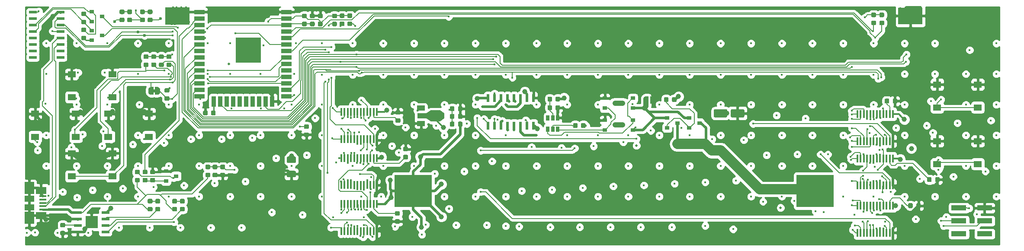
<source format=gbr>
G04 #@! TF.GenerationSoftware,KiCad,Pcbnew,(5.0.1-3-g963ef8bb5)*
G04 #@! TF.CreationDate,2019-06-17T09:36:16+02:00*
G04 #@! TF.ProjectId,cz19-badge,637A31392D62616467652E6B69636164,rev?*
G04 #@! TF.SameCoordinates,Original*
G04 #@! TF.FileFunction,Copper,L4,Bot,Mixed*
G04 #@! TF.FilePolarity,Positive*
%FSLAX46Y46*%
G04 Gerber Fmt 4.6, Leading zero omitted, Abs format (unit mm)*
G04 Created by KiCad (PCBNEW (5.0.1-3-g963ef8bb5)) date 2019 June 17, Monday 09:36:16*
%MOMM*%
%LPD*%
G01*
G04 APERTURE LIST*
G04 #@! TA.AperFunction,SMDPad,CuDef*
%ADD10R,7.340000X6.350000*%
G04 #@! TD*
G04 #@! TA.AperFunction,Conductor*
%ADD11C,0.100000*%
G04 #@! TD*
G04 #@! TA.AperFunction,SMDPad,CuDef*
%ADD12C,1.600000*%
G04 #@! TD*
G04 #@! TA.AperFunction,SMDPad,CuDef*
%ADD13C,1.250000*%
G04 #@! TD*
G04 #@! TA.AperFunction,SMDPad,CuDef*
%ADD14R,0.600000X1.500000*%
G04 #@! TD*
G04 #@! TA.AperFunction,SMDPad,CuDef*
%ADD15R,1.550000X1.300000*%
G04 #@! TD*
G04 #@! TA.AperFunction,SMDPad,CuDef*
%ADD16R,1.380000X0.450000*%
G04 #@! TD*
G04 #@! TA.AperFunction,SMDPad,CuDef*
%ADD17R,2.100000X1.475000*%
G04 #@! TD*
G04 #@! TA.AperFunction,SMDPad,CuDef*
%ADD18R,1.900000X2.375000*%
G04 #@! TD*
G04 #@! TA.AperFunction,SMDPad,CuDef*
%ADD19R,1.900000X1.175000*%
G04 #@! TD*
G04 #@! TA.AperFunction,SMDPad,CuDef*
%ADD20R,1.500000X0.600000*%
G04 #@! TD*
G04 #@! TA.AperFunction,SMDPad,CuDef*
%ADD21C,0.875000*%
G04 #@! TD*
G04 #@! TA.AperFunction,SMDPad,CuDef*
%ADD22R,0.900000X0.800000*%
G04 #@! TD*
G04 #@! TA.AperFunction,SMDPad,CuDef*
%ADD23R,5.000000X5.000000*%
G04 #@! TD*
G04 #@! TA.AperFunction,SMDPad,CuDef*
%ADD24R,2.000000X0.900000*%
G04 #@! TD*
G04 #@! TA.AperFunction,SMDPad,CuDef*
%ADD25R,0.900000X2.000000*%
G04 #@! TD*
G04 #@! TA.AperFunction,SMDPad,CuDef*
%ADD26R,1.550000X0.600000*%
G04 #@! TD*
G04 #@! TA.AperFunction,SMDPad,CuDef*
%ADD27R,2.350000X2.350000*%
G04 #@! TD*
G04 #@! TA.AperFunction,SMDPad,CuDef*
%ADD28R,4.700000X3.430000*%
G04 #@! TD*
G04 #@! TA.AperFunction,SMDPad,CuDef*
%ADD29R,4.700000X3.340000*%
G04 #@! TD*
G04 #@! TA.AperFunction,SMDPad,CuDef*
%ADD30R,0.410000X1.600000*%
G04 #@! TD*
G04 #@! TA.AperFunction,SMDPad,CuDef*
%ADD31C,0.850000*%
G04 #@! TD*
G04 #@! TA.AperFunction,SMDPad,CuDef*
%ADD32R,1.500000X1.000000*%
G04 #@! TD*
G04 #@! TA.AperFunction,SMDPad,CuDef*
%ADD33R,1.800000X1.000000*%
G04 #@! TD*
G04 #@! TA.AperFunction,SMDPad,CuDef*
%ADD34R,1.840000X2.200000*%
G04 #@! TD*
G04 #@! TA.AperFunction,SMDPad,CuDef*
%ADD35C,1.000000*%
G04 #@! TD*
G04 #@! TA.AperFunction,SMDPad,CuDef*
%ADD36R,3.000000X1.000000*%
G04 #@! TD*
G04 #@! TA.AperFunction,BGAPad,CuDef*
%ADD37C,0.500000*%
G04 #@! TD*
G04 #@! TA.AperFunction,SMDPad,CuDef*
%ADD38R,0.650000X1.060000*%
G04 #@! TD*
G04 #@! TA.AperFunction,SMDPad,CuDef*
%ADD39C,0.500000*%
G04 #@! TD*
G04 #@! TA.AperFunction,ViaPad*
%ADD40C,0.450000*%
G04 #@! TD*
G04 #@! TA.AperFunction,ViaPad*
%ADD41C,1.000000*%
G04 #@! TD*
G04 #@! TA.AperFunction,ViaPad*
%ADD42C,0.600000*%
G04 #@! TD*
G04 #@! TA.AperFunction,Conductor*
%ADD43C,0.150000*%
G04 #@! TD*
G04 #@! TA.AperFunction,Conductor*
%ADD44C,0.250000*%
G04 #@! TD*
G04 #@! TA.AperFunction,Conductor*
%ADD45C,0.500000*%
G04 #@! TD*
G04 #@! TA.AperFunction,Conductor*
%ADD46C,0.400000*%
G04 #@! TD*
G04 #@! TA.AperFunction,Conductor*
%ADD47C,0.300000*%
G04 #@! TD*
G04 #@! TA.AperFunction,Conductor*
%ADD48C,2.000000*%
G04 #@! TD*
G04 #@! TA.AperFunction,Conductor*
%ADD49C,1.000000*%
G04 #@! TD*
G04 #@! TA.AperFunction,Conductor*
%ADD50C,0.254000*%
G04 #@! TD*
G04 APERTURE END LIST*
D10*
G04 #@! TO.P,BT1,2*
G04 #@! TO.N,-BATT*
X208880000Y-106120000D03*
G04 #@! TO.P,BT1,1*
G04 #@! TO.N,VCC*
X130220000Y-106120000D03*
G04 #@! TD*
D11*
G04 #@! TO.N,GND*
G04 #@! TO.C,C6*
G36*
X194774504Y-90101204D02*
X194798773Y-90104804D01*
X194822571Y-90110765D01*
X194845671Y-90119030D01*
X194867849Y-90129520D01*
X194888893Y-90142133D01*
X194908598Y-90156747D01*
X194926777Y-90173223D01*
X194943253Y-90191402D01*
X194957867Y-90211107D01*
X194970480Y-90232151D01*
X194980970Y-90254329D01*
X194989235Y-90277429D01*
X194995196Y-90301227D01*
X194998796Y-90325496D01*
X195000000Y-90350000D01*
X195000000Y-91450000D01*
X194998796Y-91474504D01*
X194995196Y-91498773D01*
X194989235Y-91522571D01*
X194980970Y-91545671D01*
X194970480Y-91567849D01*
X194957867Y-91588893D01*
X194943253Y-91608598D01*
X194926777Y-91626777D01*
X194908598Y-91643253D01*
X194888893Y-91657867D01*
X194867849Y-91670480D01*
X194845671Y-91680970D01*
X194822571Y-91689235D01*
X194798773Y-91695196D01*
X194774504Y-91698796D01*
X194750000Y-91700000D01*
X192600000Y-91700000D01*
X192575496Y-91698796D01*
X192551227Y-91695196D01*
X192527429Y-91689235D01*
X192504329Y-91680970D01*
X192482151Y-91670480D01*
X192461107Y-91657867D01*
X192441402Y-91643253D01*
X192423223Y-91626777D01*
X192406747Y-91608598D01*
X192392133Y-91588893D01*
X192379520Y-91567849D01*
X192369030Y-91545671D01*
X192360765Y-91522571D01*
X192354804Y-91498773D01*
X192351204Y-91474504D01*
X192350000Y-91450000D01*
X192350000Y-90350000D01*
X192351204Y-90325496D01*
X192354804Y-90301227D01*
X192360765Y-90277429D01*
X192369030Y-90254329D01*
X192379520Y-90232151D01*
X192392133Y-90211107D01*
X192406747Y-90191402D01*
X192423223Y-90173223D01*
X192441402Y-90156747D01*
X192461107Y-90142133D01*
X192482151Y-90129520D01*
X192504329Y-90119030D01*
X192527429Y-90110765D01*
X192551227Y-90104804D01*
X192575496Y-90101204D01*
X192600000Y-90100000D01*
X194750000Y-90100000D01*
X194774504Y-90101204D01*
X194774504Y-90101204D01*
G37*
D12*
G04 #@! TD*
G04 #@! TO.P,C6,2*
G04 #@! TO.N,GND*
X193675000Y-90900000D03*
D11*
G04 #@! TO.N,VCC*
G04 #@! TO.C,C6*
G36*
X191424504Y-90101204D02*
X191448773Y-90104804D01*
X191472571Y-90110765D01*
X191495671Y-90119030D01*
X191517849Y-90129520D01*
X191538893Y-90142133D01*
X191558598Y-90156747D01*
X191576777Y-90173223D01*
X191593253Y-90191402D01*
X191607867Y-90211107D01*
X191620480Y-90232151D01*
X191630970Y-90254329D01*
X191639235Y-90277429D01*
X191645196Y-90301227D01*
X191648796Y-90325496D01*
X191650000Y-90350000D01*
X191650000Y-91450000D01*
X191648796Y-91474504D01*
X191645196Y-91498773D01*
X191639235Y-91522571D01*
X191630970Y-91545671D01*
X191620480Y-91567849D01*
X191607867Y-91588893D01*
X191593253Y-91608598D01*
X191576777Y-91626777D01*
X191558598Y-91643253D01*
X191538893Y-91657867D01*
X191517849Y-91670480D01*
X191495671Y-91680970D01*
X191472571Y-91689235D01*
X191448773Y-91695196D01*
X191424504Y-91698796D01*
X191400000Y-91700000D01*
X189250000Y-91700000D01*
X189225496Y-91698796D01*
X189201227Y-91695196D01*
X189177429Y-91689235D01*
X189154329Y-91680970D01*
X189132151Y-91670480D01*
X189111107Y-91657867D01*
X189091402Y-91643253D01*
X189073223Y-91626777D01*
X189056747Y-91608598D01*
X189042133Y-91588893D01*
X189029520Y-91567849D01*
X189019030Y-91545671D01*
X189010765Y-91522571D01*
X189004804Y-91498773D01*
X189001204Y-91474504D01*
X189000000Y-91450000D01*
X189000000Y-90350000D01*
X189001204Y-90325496D01*
X189004804Y-90301227D01*
X189010765Y-90277429D01*
X189019030Y-90254329D01*
X189029520Y-90232151D01*
X189042133Y-90211107D01*
X189056747Y-90191402D01*
X189073223Y-90173223D01*
X189091402Y-90156747D01*
X189111107Y-90142133D01*
X189132151Y-90129520D01*
X189154329Y-90119030D01*
X189177429Y-90110765D01*
X189201227Y-90104804D01*
X189225496Y-90101204D01*
X189250000Y-90100000D01*
X191400000Y-90100000D01*
X191424504Y-90101204D01*
X191424504Y-90101204D01*
G37*
D12*
G04 #@! TD*
G04 #@! TO.P,C6,1*
G04 #@! TO.N,VCC*
X190325000Y-90900000D03*
D11*
G04 #@! TO.N,GND*
G04 #@! TO.C,C5*
G36*
X106999504Y-102176204D02*
X107023773Y-102179804D01*
X107047571Y-102185765D01*
X107070671Y-102194030D01*
X107092849Y-102204520D01*
X107113893Y-102217133D01*
X107133598Y-102231747D01*
X107151777Y-102248223D01*
X107168253Y-102266402D01*
X107182867Y-102286107D01*
X107195480Y-102307151D01*
X107205970Y-102329329D01*
X107214235Y-102352429D01*
X107220196Y-102376227D01*
X107223796Y-102400496D01*
X107225000Y-102425000D01*
X107225000Y-103175000D01*
X107223796Y-103199504D01*
X107220196Y-103223773D01*
X107214235Y-103247571D01*
X107205970Y-103270671D01*
X107195480Y-103292849D01*
X107182867Y-103313893D01*
X107168253Y-103333598D01*
X107151777Y-103351777D01*
X107133598Y-103368253D01*
X107113893Y-103382867D01*
X107092849Y-103395480D01*
X107070671Y-103405970D01*
X107047571Y-103414235D01*
X107023773Y-103420196D01*
X106999504Y-103423796D01*
X106975000Y-103425000D01*
X105725000Y-103425000D01*
X105700496Y-103423796D01*
X105676227Y-103420196D01*
X105652429Y-103414235D01*
X105629329Y-103405970D01*
X105607151Y-103395480D01*
X105586107Y-103382867D01*
X105566402Y-103368253D01*
X105548223Y-103351777D01*
X105531747Y-103333598D01*
X105517133Y-103313893D01*
X105504520Y-103292849D01*
X105494030Y-103270671D01*
X105485765Y-103247571D01*
X105479804Y-103223773D01*
X105476204Y-103199504D01*
X105475000Y-103175000D01*
X105475000Y-102425000D01*
X105476204Y-102400496D01*
X105479804Y-102376227D01*
X105485765Y-102352429D01*
X105494030Y-102329329D01*
X105504520Y-102307151D01*
X105517133Y-102286107D01*
X105531747Y-102266402D01*
X105548223Y-102248223D01*
X105566402Y-102231747D01*
X105586107Y-102217133D01*
X105607151Y-102204520D01*
X105629329Y-102194030D01*
X105652429Y-102185765D01*
X105676227Y-102179804D01*
X105700496Y-102176204D01*
X105725000Y-102175000D01*
X106975000Y-102175000D01*
X106999504Y-102176204D01*
X106999504Y-102176204D01*
G37*
D13*
G04 #@! TD*
G04 #@! TO.P,C5,2*
G04 #@! TO.N,GND*
X106350000Y-102800000D03*
D11*
G04 #@! TO.N,VCC*
G04 #@! TO.C,C5*
G36*
X106999504Y-99376204D02*
X107023773Y-99379804D01*
X107047571Y-99385765D01*
X107070671Y-99394030D01*
X107092849Y-99404520D01*
X107113893Y-99417133D01*
X107133598Y-99431747D01*
X107151777Y-99448223D01*
X107168253Y-99466402D01*
X107182867Y-99486107D01*
X107195480Y-99507151D01*
X107205970Y-99529329D01*
X107214235Y-99552429D01*
X107220196Y-99576227D01*
X107223796Y-99600496D01*
X107225000Y-99625000D01*
X107225000Y-100375000D01*
X107223796Y-100399504D01*
X107220196Y-100423773D01*
X107214235Y-100447571D01*
X107205970Y-100470671D01*
X107195480Y-100492849D01*
X107182867Y-100513893D01*
X107168253Y-100533598D01*
X107151777Y-100551777D01*
X107133598Y-100568253D01*
X107113893Y-100582867D01*
X107092849Y-100595480D01*
X107070671Y-100605970D01*
X107047571Y-100614235D01*
X107023773Y-100620196D01*
X106999504Y-100623796D01*
X106975000Y-100625000D01*
X105725000Y-100625000D01*
X105700496Y-100623796D01*
X105676227Y-100620196D01*
X105652429Y-100614235D01*
X105629329Y-100605970D01*
X105607151Y-100595480D01*
X105586107Y-100582867D01*
X105566402Y-100568253D01*
X105548223Y-100551777D01*
X105531747Y-100533598D01*
X105517133Y-100513893D01*
X105504520Y-100492849D01*
X105494030Y-100470671D01*
X105485765Y-100447571D01*
X105479804Y-100423773D01*
X105476204Y-100399504D01*
X105475000Y-100375000D01*
X105475000Y-99625000D01*
X105476204Y-99600496D01*
X105479804Y-99576227D01*
X105485765Y-99552429D01*
X105494030Y-99529329D01*
X105504520Y-99507151D01*
X105517133Y-99486107D01*
X105531747Y-99466402D01*
X105548223Y-99448223D01*
X105566402Y-99431747D01*
X105586107Y-99417133D01*
X105607151Y-99404520D01*
X105629329Y-99394030D01*
X105652429Y-99385765D01*
X105676227Y-99379804D01*
X105700496Y-99376204D01*
X105725000Y-99375000D01*
X106975000Y-99375000D01*
X106999504Y-99376204D01*
X106999504Y-99376204D01*
G37*
D13*
G04 #@! TD*
G04 #@! TO.P,C5,1*
G04 #@! TO.N,VCC*
X106350000Y-100000000D03*
D14*
G04 #@! TO.P,U7,16*
G04 #@! TO.N,B*
X144855000Y-93300000D03*
G04 #@! TO.P,U7,15*
G04 #@! TO.N,A*
X146125000Y-93300000D03*
G04 #@! TO.P,U7,14*
G04 #@! TO.N,Net-(D225-Pad4)*
X147395000Y-93300000D03*
G04 #@! TO.P,U7,13*
G04 #@! TO.N,Net-(D193-Pad4)*
X148665000Y-93300000D03*
G04 #@! TO.P,U7,12*
G04 #@! TO.N,Net-(D161-Pad4)*
X149935000Y-93300000D03*
G04 #@! TO.P,U7,11*
G04 #@! TO.N,Net-(D129-Pad4)*
X151205000Y-93300000D03*
G04 #@! TO.P,U7,10*
G04 #@! TO.N,HUB75_OE*
X152475000Y-93300000D03*
G04 #@! TO.P,U7,9*
G04 #@! TO.N,VCC*
X153745000Y-93300000D03*
G04 #@! TO.P,U7,8*
G04 #@! TO.N,GND*
X153745000Y-87900000D03*
G04 #@! TO.P,U7,7*
G04 #@! TO.N,VCC*
X152475000Y-87900000D03*
G04 #@! TO.P,U7,6*
G04 #@! TO.N,Net-(D100-Pad4)*
X151205000Y-87900000D03*
G04 #@! TO.P,U7,5*
G04 #@! TO.N,Net-(D65-Pad4)*
X149935000Y-87900000D03*
G04 #@! TO.P,U7,4*
G04 #@! TO.N,Net-(D33-Pad4)*
X148665000Y-87900000D03*
G04 #@! TO.P,U7,3*
G04 #@! TO.N,Net-(D1-Pad4)*
X147395000Y-87900000D03*
G04 #@! TO.P,U7,2*
G04 #@! TO.N,C*
X146125000Y-87900000D03*
G04 #@! TO.P,U7,1*
G04 #@! TO.N,VCC*
X144855000Y-87900000D03*
G04 #@! TD*
D15*
G04 #@! TO.P,SW6,2*
G04 #@! TO.N,GND*
X240675000Y-96350000D03*
X232725000Y-96350000D03*
G04 #@! TO.P,SW6,1*
G04 #@! TO.N,BTN_B*
X240675000Y-100850000D03*
X232725000Y-100850000D03*
G04 #@! TD*
G04 #@! TO.P,SW5,2*
G04 #@! TO.N,GND*
X240675000Y-85250000D03*
X232725000Y-85250000D03*
G04 #@! TO.P,SW5,1*
G04 #@! TO.N,BTN_A*
X240675000Y-89750000D03*
X232725000Y-89750000D03*
G04 #@! TD*
G04 #@! TO.P,SW4,2*
G04 #@! TO.N,GND*
X78475000Y-91000000D03*
X70525000Y-91000000D03*
G04 #@! TO.P,SW4,1*
G04 #@! TO.N,BTN_RIGHT*
X78475000Y-95500000D03*
X70525000Y-95500000D03*
G04 #@! TD*
G04 #@! TO.P,SW3,2*
G04 #@! TO.N,GND*
X64175000Y-91000000D03*
X56225000Y-91000000D03*
G04 #@! TO.P,SW3,1*
G04 #@! TO.N,BTN_LEFT*
X64175000Y-95500000D03*
X56225000Y-95500000D03*
G04 #@! TD*
G04 #@! TO.P,SW2,2*
G04 #@! TO.N,GND*
X71325000Y-98750000D03*
X63375000Y-98750000D03*
G04 #@! TO.P,SW2,1*
G04 #@! TO.N,BTN_DOWN*
X71325000Y-103250000D03*
X63375000Y-103250000D03*
G04 #@! TD*
G04 #@! TO.P,SW1,2*
G04 #@! TO.N,GND*
X71325000Y-83250000D03*
X63375000Y-83250000D03*
G04 #@! TO.P,SW1,1*
G04 #@! TO.N,BTN_UP*
X71325000Y-87750000D03*
X63375000Y-87750000D03*
G04 #@! TD*
D16*
G04 #@! TO.P,J1,1*
G04 #@! TO.N,5V_USB*
X57710000Y-109760000D03*
G04 #@! TO.P,J1,2*
G04 #@! TO.N,USB_DN*
X57710000Y-109110000D03*
G04 #@! TO.P,J1,3*
G04 #@! TO.N,USB_DP*
X57710000Y-108460000D03*
G04 #@! TO.P,J1,4*
G04 #@! TO.N,N/C*
X57710000Y-107810000D03*
G04 #@! TO.P,J1,5*
G04 #@! TO.N,GND*
X57710000Y-107160000D03*
D17*
G04 #@! TO.P,J1,6*
X57350000Y-110922500D03*
X57350000Y-105997500D03*
D18*
X55050000Y-111370000D03*
X55050000Y-105550000D03*
D19*
X55050000Y-109300000D03*
X55050000Y-107620000D03*
G04 #@! TD*
D20*
G04 #@! TO.P,U8,1*
G04 #@! TO.N,GND*
X61150000Y-71055000D03*
G04 #@! TO.P,U8,2*
G04 #@! TO.N,ESP_RX*
X61150000Y-72325000D03*
G04 #@! TO.P,U8,3*
G04 #@! TO.N,ESP_TX*
X61150000Y-73595000D03*
G04 #@! TO.P,U8,4*
G04 #@! TO.N,3V3*
X61150000Y-74865000D03*
G04 #@! TO.P,U8,5*
G04 #@! TO.N,USB_DP*
X61150000Y-76135000D03*
G04 #@! TO.P,U8,6*
G04 #@! TO.N,USB_DN*
X61150000Y-77405000D03*
G04 #@! TO.P,U8,7*
G04 #@! TO.N,N/C*
X61150000Y-78675000D03*
G04 #@! TO.P,U8,8*
X61150000Y-79945000D03*
G04 #@! TO.P,U8,9*
X55750000Y-79945000D03*
G04 #@! TO.P,U8,10*
X55750000Y-78675000D03*
G04 #@! TO.P,U8,11*
X55750000Y-77405000D03*
G04 #@! TO.P,U8,12*
X55750000Y-76135000D03*
G04 #@! TO.P,U8,13*
G04 #@! TO.N,Net-(Q1-Pad2)*
X55750000Y-74865000D03*
G04 #@! TO.P,U8,14*
G04 #@! TO.N,Net-(Q2-Pad2)*
X55750000Y-73595000D03*
G04 #@! TO.P,U8,15*
G04 #@! TO.N,N/C*
X55750000Y-72325000D03*
G04 #@! TO.P,U8,16*
G04 #@! TO.N,3V3*
X55750000Y-71055000D03*
G04 #@! TD*
D11*
G04 #@! TO.N,Net-(Q1-Pad2)*
G04 #@! TO.C,R8*
G36*
X65977691Y-72551053D02*
X65998926Y-72554203D01*
X66019750Y-72559419D01*
X66039962Y-72566651D01*
X66059368Y-72575830D01*
X66077781Y-72586866D01*
X66095024Y-72599654D01*
X66110930Y-72614070D01*
X66125346Y-72629976D01*
X66138134Y-72647219D01*
X66149170Y-72665632D01*
X66158349Y-72685038D01*
X66165581Y-72705250D01*
X66170797Y-72726074D01*
X66173947Y-72747309D01*
X66175000Y-72768750D01*
X66175000Y-73206250D01*
X66173947Y-73227691D01*
X66170797Y-73248926D01*
X66165581Y-73269750D01*
X66158349Y-73289962D01*
X66149170Y-73309368D01*
X66138134Y-73327781D01*
X66125346Y-73345024D01*
X66110930Y-73360930D01*
X66095024Y-73375346D01*
X66077781Y-73388134D01*
X66059368Y-73399170D01*
X66039962Y-73408349D01*
X66019750Y-73415581D01*
X65998926Y-73420797D01*
X65977691Y-73423947D01*
X65956250Y-73425000D01*
X65443750Y-73425000D01*
X65422309Y-73423947D01*
X65401074Y-73420797D01*
X65380250Y-73415581D01*
X65360038Y-73408349D01*
X65340632Y-73399170D01*
X65322219Y-73388134D01*
X65304976Y-73375346D01*
X65289070Y-73360930D01*
X65274654Y-73345024D01*
X65261866Y-73327781D01*
X65250830Y-73309368D01*
X65241651Y-73289962D01*
X65234419Y-73269750D01*
X65229203Y-73248926D01*
X65226053Y-73227691D01*
X65225000Y-73206250D01*
X65225000Y-72768750D01*
X65226053Y-72747309D01*
X65229203Y-72726074D01*
X65234419Y-72705250D01*
X65241651Y-72685038D01*
X65250830Y-72665632D01*
X65261866Y-72647219D01*
X65274654Y-72629976D01*
X65289070Y-72614070D01*
X65304976Y-72599654D01*
X65322219Y-72586866D01*
X65340632Y-72575830D01*
X65360038Y-72566651D01*
X65380250Y-72559419D01*
X65401074Y-72554203D01*
X65422309Y-72551053D01*
X65443750Y-72550000D01*
X65956250Y-72550000D01*
X65977691Y-72551053D01*
X65977691Y-72551053D01*
G37*
D21*
G04 #@! TD*
G04 #@! TO.P,R8,2*
G04 #@! TO.N,Net-(Q1-Pad2)*
X65700000Y-72987500D03*
D11*
G04 #@! TO.N,Net-(Q2-Pad1)*
G04 #@! TO.C,R8*
G36*
X65977691Y-70976053D02*
X65998926Y-70979203D01*
X66019750Y-70984419D01*
X66039962Y-70991651D01*
X66059368Y-71000830D01*
X66077781Y-71011866D01*
X66095024Y-71024654D01*
X66110930Y-71039070D01*
X66125346Y-71054976D01*
X66138134Y-71072219D01*
X66149170Y-71090632D01*
X66158349Y-71110038D01*
X66165581Y-71130250D01*
X66170797Y-71151074D01*
X66173947Y-71172309D01*
X66175000Y-71193750D01*
X66175000Y-71631250D01*
X66173947Y-71652691D01*
X66170797Y-71673926D01*
X66165581Y-71694750D01*
X66158349Y-71714962D01*
X66149170Y-71734368D01*
X66138134Y-71752781D01*
X66125346Y-71770024D01*
X66110930Y-71785930D01*
X66095024Y-71800346D01*
X66077781Y-71813134D01*
X66059368Y-71824170D01*
X66039962Y-71833349D01*
X66019750Y-71840581D01*
X65998926Y-71845797D01*
X65977691Y-71848947D01*
X65956250Y-71850000D01*
X65443750Y-71850000D01*
X65422309Y-71848947D01*
X65401074Y-71845797D01*
X65380250Y-71840581D01*
X65360038Y-71833349D01*
X65340632Y-71824170D01*
X65322219Y-71813134D01*
X65304976Y-71800346D01*
X65289070Y-71785930D01*
X65274654Y-71770024D01*
X65261866Y-71752781D01*
X65250830Y-71734368D01*
X65241651Y-71714962D01*
X65234419Y-71694750D01*
X65229203Y-71673926D01*
X65226053Y-71652691D01*
X65225000Y-71631250D01*
X65225000Y-71193750D01*
X65226053Y-71172309D01*
X65229203Y-71151074D01*
X65234419Y-71130250D01*
X65241651Y-71110038D01*
X65250830Y-71090632D01*
X65261866Y-71072219D01*
X65274654Y-71054976D01*
X65289070Y-71039070D01*
X65304976Y-71024654D01*
X65322219Y-71011866D01*
X65340632Y-71000830D01*
X65360038Y-70991651D01*
X65380250Y-70984419D01*
X65401074Y-70979203D01*
X65422309Y-70976053D01*
X65443750Y-70975000D01*
X65956250Y-70975000D01*
X65977691Y-70976053D01*
X65977691Y-70976053D01*
G37*
D21*
G04 #@! TD*
G04 #@! TO.P,R8,1*
G04 #@! TO.N,Net-(Q2-Pad1)*
X65700000Y-71412500D03*
D11*
G04 #@! TO.N,ESP_EN*
G04 #@! TO.C,R15*
G36*
X109177691Y-72951053D02*
X109198926Y-72954203D01*
X109219750Y-72959419D01*
X109239962Y-72966651D01*
X109259368Y-72975830D01*
X109277781Y-72986866D01*
X109295024Y-72999654D01*
X109310930Y-73014070D01*
X109325346Y-73029976D01*
X109338134Y-73047219D01*
X109349170Y-73065632D01*
X109358349Y-73085038D01*
X109365581Y-73105250D01*
X109370797Y-73126074D01*
X109373947Y-73147309D01*
X109375000Y-73168750D01*
X109375000Y-73606250D01*
X109373947Y-73627691D01*
X109370797Y-73648926D01*
X109365581Y-73669750D01*
X109358349Y-73689962D01*
X109349170Y-73709368D01*
X109338134Y-73727781D01*
X109325346Y-73745024D01*
X109310930Y-73760930D01*
X109295024Y-73775346D01*
X109277781Y-73788134D01*
X109259368Y-73799170D01*
X109239962Y-73808349D01*
X109219750Y-73815581D01*
X109198926Y-73820797D01*
X109177691Y-73823947D01*
X109156250Y-73825000D01*
X108643750Y-73825000D01*
X108622309Y-73823947D01*
X108601074Y-73820797D01*
X108580250Y-73815581D01*
X108560038Y-73808349D01*
X108540632Y-73799170D01*
X108522219Y-73788134D01*
X108504976Y-73775346D01*
X108489070Y-73760930D01*
X108474654Y-73745024D01*
X108461866Y-73727781D01*
X108450830Y-73709368D01*
X108441651Y-73689962D01*
X108434419Y-73669750D01*
X108429203Y-73648926D01*
X108426053Y-73627691D01*
X108425000Y-73606250D01*
X108425000Y-73168750D01*
X108426053Y-73147309D01*
X108429203Y-73126074D01*
X108434419Y-73105250D01*
X108441651Y-73085038D01*
X108450830Y-73065632D01*
X108461866Y-73047219D01*
X108474654Y-73029976D01*
X108489070Y-73014070D01*
X108504976Y-72999654D01*
X108522219Y-72986866D01*
X108540632Y-72975830D01*
X108560038Y-72966651D01*
X108580250Y-72959419D01*
X108601074Y-72954203D01*
X108622309Y-72951053D01*
X108643750Y-72950000D01*
X109156250Y-72950000D01*
X109177691Y-72951053D01*
X109177691Y-72951053D01*
G37*
D21*
G04 #@! TD*
G04 #@! TO.P,R15,1*
G04 #@! TO.N,ESP_EN*
X108900000Y-73387500D03*
D11*
G04 #@! TO.N,3V3*
G04 #@! TO.C,R15*
G36*
X109177691Y-71376053D02*
X109198926Y-71379203D01*
X109219750Y-71384419D01*
X109239962Y-71391651D01*
X109259368Y-71400830D01*
X109277781Y-71411866D01*
X109295024Y-71424654D01*
X109310930Y-71439070D01*
X109325346Y-71454976D01*
X109338134Y-71472219D01*
X109349170Y-71490632D01*
X109358349Y-71510038D01*
X109365581Y-71530250D01*
X109370797Y-71551074D01*
X109373947Y-71572309D01*
X109375000Y-71593750D01*
X109375000Y-72031250D01*
X109373947Y-72052691D01*
X109370797Y-72073926D01*
X109365581Y-72094750D01*
X109358349Y-72114962D01*
X109349170Y-72134368D01*
X109338134Y-72152781D01*
X109325346Y-72170024D01*
X109310930Y-72185930D01*
X109295024Y-72200346D01*
X109277781Y-72213134D01*
X109259368Y-72224170D01*
X109239962Y-72233349D01*
X109219750Y-72240581D01*
X109198926Y-72245797D01*
X109177691Y-72248947D01*
X109156250Y-72250000D01*
X108643750Y-72250000D01*
X108622309Y-72248947D01*
X108601074Y-72245797D01*
X108580250Y-72240581D01*
X108560038Y-72233349D01*
X108540632Y-72224170D01*
X108522219Y-72213134D01*
X108504976Y-72200346D01*
X108489070Y-72185930D01*
X108474654Y-72170024D01*
X108461866Y-72152781D01*
X108450830Y-72134368D01*
X108441651Y-72114962D01*
X108434419Y-72094750D01*
X108429203Y-72073926D01*
X108426053Y-72052691D01*
X108425000Y-72031250D01*
X108425000Y-71593750D01*
X108426053Y-71572309D01*
X108429203Y-71551074D01*
X108434419Y-71530250D01*
X108441651Y-71510038D01*
X108450830Y-71490632D01*
X108461866Y-71472219D01*
X108474654Y-71454976D01*
X108489070Y-71439070D01*
X108504976Y-71424654D01*
X108522219Y-71411866D01*
X108540632Y-71400830D01*
X108560038Y-71391651D01*
X108580250Y-71384419D01*
X108601074Y-71379203D01*
X108622309Y-71376053D01*
X108643750Y-71375000D01*
X109156250Y-71375000D01*
X109177691Y-71376053D01*
X109177691Y-71376053D01*
G37*
D21*
G04 #@! TD*
G04 #@! TO.P,R15,2*
G04 #@! TO.N,3V3*
X108900000Y-71812500D03*
D11*
G04 #@! TO.N,Net-(Q2-Pad2)*
G04 #@! TO.C,R7*
G36*
X65977691Y-74126053D02*
X65998926Y-74129203D01*
X66019750Y-74134419D01*
X66039962Y-74141651D01*
X66059368Y-74150830D01*
X66077781Y-74161866D01*
X66095024Y-74174654D01*
X66110930Y-74189070D01*
X66125346Y-74204976D01*
X66138134Y-74222219D01*
X66149170Y-74240632D01*
X66158349Y-74260038D01*
X66165581Y-74280250D01*
X66170797Y-74301074D01*
X66173947Y-74322309D01*
X66175000Y-74343750D01*
X66175000Y-74781250D01*
X66173947Y-74802691D01*
X66170797Y-74823926D01*
X66165581Y-74844750D01*
X66158349Y-74864962D01*
X66149170Y-74884368D01*
X66138134Y-74902781D01*
X66125346Y-74920024D01*
X66110930Y-74935930D01*
X66095024Y-74950346D01*
X66077781Y-74963134D01*
X66059368Y-74974170D01*
X66039962Y-74983349D01*
X66019750Y-74990581D01*
X65998926Y-74995797D01*
X65977691Y-74998947D01*
X65956250Y-75000000D01*
X65443750Y-75000000D01*
X65422309Y-74998947D01*
X65401074Y-74995797D01*
X65380250Y-74990581D01*
X65360038Y-74983349D01*
X65340632Y-74974170D01*
X65322219Y-74963134D01*
X65304976Y-74950346D01*
X65289070Y-74935930D01*
X65274654Y-74920024D01*
X65261866Y-74902781D01*
X65250830Y-74884368D01*
X65241651Y-74864962D01*
X65234419Y-74844750D01*
X65229203Y-74823926D01*
X65226053Y-74802691D01*
X65225000Y-74781250D01*
X65225000Y-74343750D01*
X65226053Y-74322309D01*
X65229203Y-74301074D01*
X65234419Y-74280250D01*
X65241651Y-74260038D01*
X65250830Y-74240632D01*
X65261866Y-74222219D01*
X65274654Y-74204976D01*
X65289070Y-74189070D01*
X65304976Y-74174654D01*
X65322219Y-74161866D01*
X65340632Y-74150830D01*
X65360038Y-74141651D01*
X65380250Y-74134419D01*
X65401074Y-74129203D01*
X65422309Y-74126053D01*
X65443750Y-74125000D01*
X65956250Y-74125000D01*
X65977691Y-74126053D01*
X65977691Y-74126053D01*
G37*
D21*
G04 #@! TD*
G04 #@! TO.P,R7,1*
G04 #@! TO.N,Net-(Q2-Pad2)*
X65700000Y-74562500D03*
D11*
G04 #@! TO.N,Net-(Q1-Pad1)*
G04 #@! TO.C,R7*
G36*
X65977691Y-75701053D02*
X65998926Y-75704203D01*
X66019750Y-75709419D01*
X66039962Y-75716651D01*
X66059368Y-75725830D01*
X66077781Y-75736866D01*
X66095024Y-75749654D01*
X66110930Y-75764070D01*
X66125346Y-75779976D01*
X66138134Y-75797219D01*
X66149170Y-75815632D01*
X66158349Y-75835038D01*
X66165581Y-75855250D01*
X66170797Y-75876074D01*
X66173947Y-75897309D01*
X66175000Y-75918750D01*
X66175000Y-76356250D01*
X66173947Y-76377691D01*
X66170797Y-76398926D01*
X66165581Y-76419750D01*
X66158349Y-76439962D01*
X66149170Y-76459368D01*
X66138134Y-76477781D01*
X66125346Y-76495024D01*
X66110930Y-76510930D01*
X66095024Y-76525346D01*
X66077781Y-76538134D01*
X66059368Y-76549170D01*
X66039962Y-76558349D01*
X66019750Y-76565581D01*
X65998926Y-76570797D01*
X65977691Y-76573947D01*
X65956250Y-76575000D01*
X65443750Y-76575000D01*
X65422309Y-76573947D01*
X65401074Y-76570797D01*
X65380250Y-76565581D01*
X65360038Y-76558349D01*
X65340632Y-76549170D01*
X65322219Y-76538134D01*
X65304976Y-76525346D01*
X65289070Y-76510930D01*
X65274654Y-76495024D01*
X65261866Y-76477781D01*
X65250830Y-76459368D01*
X65241651Y-76439962D01*
X65234419Y-76419750D01*
X65229203Y-76398926D01*
X65226053Y-76377691D01*
X65225000Y-76356250D01*
X65225000Y-75918750D01*
X65226053Y-75897309D01*
X65229203Y-75876074D01*
X65234419Y-75855250D01*
X65241651Y-75835038D01*
X65250830Y-75815632D01*
X65261866Y-75797219D01*
X65274654Y-75779976D01*
X65289070Y-75764070D01*
X65304976Y-75749654D01*
X65322219Y-75736866D01*
X65340632Y-75725830D01*
X65360038Y-75716651D01*
X65380250Y-75709419D01*
X65401074Y-75704203D01*
X65422309Y-75701053D01*
X65443750Y-75700000D01*
X65956250Y-75700000D01*
X65977691Y-75701053D01*
X65977691Y-75701053D01*
G37*
D21*
G04 #@! TD*
G04 #@! TO.P,R7,2*
G04 #@! TO.N,Net-(Q1-Pad1)*
X65700000Y-76137500D03*
D11*
G04 #@! TO.N,ESP_FLASH*
G04 #@! TO.C,R16*
G36*
X82277691Y-87551053D02*
X82298926Y-87554203D01*
X82319750Y-87559419D01*
X82339962Y-87566651D01*
X82359368Y-87575830D01*
X82377781Y-87586866D01*
X82395024Y-87599654D01*
X82410930Y-87614070D01*
X82425346Y-87629976D01*
X82438134Y-87647219D01*
X82449170Y-87665632D01*
X82458349Y-87685038D01*
X82465581Y-87705250D01*
X82470797Y-87726074D01*
X82473947Y-87747309D01*
X82475000Y-87768750D01*
X82475000Y-88206250D01*
X82473947Y-88227691D01*
X82470797Y-88248926D01*
X82465581Y-88269750D01*
X82458349Y-88289962D01*
X82449170Y-88309368D01*
X82438134Y-88327781D01*
X82425346Y-88345024D01*
X82410930Y-88360930D01*
X82395024Y-88375346D01*
X82377781Y-88388134D01*
X82359368Y-88399170D01*
X82339962Y-88408349D01*
X82319750Y-88415581D01*
X82298926Y-88420797D01*
X82277691Y-88423947D01*
X82256250Y-88425000D01*
X81743750Y-88425000D01*
X81722309Y-88423947D01*
X81701074Y-88420797D01*
X81680250Y-88415581D01*
X81660038Y-88408349D01*
X81640632Y-88399170D01*
X81622219Y-88388134D01*
X81604976Y-88375346D01*
X81589070Y-88360930D01*
X81574654Y-88345024D01*
X81561866Y-88327781D01*
X81550830Y-88309368D01*
X81541651Y-88289962D01*
X81534419Y-88269750D01*
X81529203Y-88248926D01*
X81526053Y-88227691D01*
X81525000Y-88206250D01*
X81525000Y-87768750D01*
X81526053Y-87747309D01*
X81529203Y-87726074D01*
X81534419Y-87705250D01*
X81541651Y-87685038D01*
X81550830Y-87665632D01*
X81561866Y-87647219D01*
X81574654Y-87629976D01*
X81589070Y-87614070D01*
X81604976Y-87599654D01*
X81622219Y-87586866D01*
X81640632Y-87575830D01*
X81660038Y-87566651D01*
X81680250Y-87559419D01*
X81701074Y-87554203D01*
X81722309Y-87551053D01*
X81743750Y-87550000D01*
X82256250Y-87550000D01*
X82277691Y-87551053D01*
X82277691Y-87551053D01*
G37*
D21*
G04 #@! TD*
G04 #@! TO.P,R16,2*
G04 #@! TO.N,ESP_FLASH*
X82000000Y-87987500D03*
D11*
G04 #@! TO.N,3V3*
G04 #@! TO.C,R16*
G36*
X82277691Y-85976053D02*
X82298926Y-85979203D01*
X82319750Y-85984419D01*
X82339962Y-85991651D01*
X82359368Y-86000830D01*
X82377781Y-86011866D01*
X82395024Y-86024654D01*
X82410930Y-86039070D01*
X82425346Y-86054976D01*
X82438134Y-86072219D01*
X82449170Y-86090632D01*
X82458349Y-86110038D01*
X82465581Y-86130250D01*
X82470797Y-86151074D01*
X82473947Y-86172309D01*
X82475000Y-86193750D01*
X82475000Y-86631250D01*
X82473947Y-86652691D01*
X82470797Y-86673926D01*
X82465581Y-86694750D01*
X82458349Y-86714962D01*
X82449170Y-86734368D01*
X82438134Y-86752781D01*
X82425346Y-86770024D01*
X82410930Y-86785930D01*
X82395024Y-86800346D01*
X82377781Y-86813134D01*
X82359368Y-86824170D01*
X82339962Y-86833349D01*
X82319750Y-86840581D01*
X82298926Y-86845797D01*
X82277691Y-86848947D01*
X82256250Y-86850000D01*
X81743750Y-86850000D01*
X81722309Y-86848947D01*
X81701074Y-86845797D01*
X81680250Y-86840581D01*
X81660038Y-86833349D01*
X81640632Y-86824170D01*
X81622219Y-86813134D01*
X81604976Y-86800346D01*
X81589070Y-86785930D01*
X81574654Y-86770024D01*
X81561866Y-86752781D01*
X81550830Y-86734368D01*
X81541651Y-86714962D01*
X81534419Y-86694750D01*
X81529203Y-86673926D01*
X81526053Y-86652691D01*
X81525000Y-86631250D01*
X81525000Y-86193750D01*
X81526053Y-86172309D01*
X81529203Y-86151074D01*
X81534419Y-86130250D01*
X81541651Y-86110038D01*
X81550830Y-86090632D01*
X81561866Y-86072219D01*
X81574654Y-86054976D01*
X81589070Y-86039070D01*
X81604976Y-86024654D01*
X81622219Y-86011866D01*
X81640632Y-86000830D01*
X81660038Y-85991651D01*
X81680250Y-85984419D01*
X81701074Y-85979203D01*
X81722309Y-85976053D01*
X81743750Y-85975000D01*
X82256250Y-85975000D01*
X82277691Y-85976053D01*
X82277691Y-85976053D01*
G37*
D21*
G04 #@! TD*
G04 #@! TO.P,R16,1*
G04 #@! TO.N,3V3*
X82000000Y-86412500D03*
D22*
G04 #@! TO.P,Q1,1*
G04 #@! TO.N,Net-(Q1-Pad1)*
X67300000Y-76600000D03*
G04 #@! TO.P,Q1,2*
G04 #@! TO.N,Net-(Q1-Pad2)*
X67300000Y-74700000D03*
G04 #@! TO.P,Q1,3*
G04 #@! TO.N,ESP_FLASH*
X69300000Y-75650000D03*
G04 #@! TD*
D11*
G04 #@! TO.N,ESP_EN*
G04 #@! TO.C,C1*
G36*
X110727691Y-72951053D02*
X110748926Y-72954203D01*
X110769750Y-72959419D01*
X110789962Y-72966651D01*
X110809368Y-72975830D01*
X110827781Y-72986866D01*
X110845024Y-72999654D01*
X110860930Y-73014070D01*
X110875346Y-73029976D01*
X110888134Y-73047219D01*
X110899170Y-73065632D01*
X110908349Y-73085038D01*
X110915581Y-73105250D01*
X110920797Y-73126074D01*
X110923947Y-73147309D01*
X110925000Y-73168750D01*
X110925000Y-73606250D01*
X110923947Y-73627691D01*
X110920797Y-73648926D01*
X110915581Y-73669750D01*
X110908349Y-73689962D01*
X110899170Y-73709368D01*
X110888134Y-73727781D01*
X110875346Y-73745024D01*
X110860930Y-73760930D01*
X110845024Y-73775346D01*
X110827781Y-73788134D01*
X110809368Y-73799170D01*
X110789962Y-73808349D01*
X110769750Y-73815581D01*
X110748926Y-73820797D01*
X110727691Y-73823947D01*
X110706250Y-73825000D01*
X110193750Y-73825000D01*
X110172309Y-73823947D01*
X110151074Y-73820797D01*
X110130250Y-73815581D01*
X110110038Y-73808349D01*
X110090632Y-73799170D01*
X110072219Y-73788134D01*
X110054976Y-73775346D01*
X110039070Y-73760930D01*
X110024654Y-73745024D01*
X110011866Y-73727781D01*
X110000830Y-73709368D01*
X109991651Y-73689962D01*
X109984419Y-73669750D01*
X109979203Y-73648926D01*
X109976053Y-73627691D01*
X109975000Y-73606250D01*
X109975000Y-73168750D01*
X109976053Y-73147309D01*
X109979203Y-73126074D01*
X109984419Y-73105250D01*
X109991651Y-73085038D01*
X110000830Y-73065632D01*
X110011866Y-73047219D01*
X110024654Y-73029976D01*
X110039070Y-73014070D01*
X110054976Y-72999654D01*
X110072219Y-72986866D01*
X110090632Y-72975830D01*
X110110038Y-72966651D01*
X110130250Y-72959419D01*
X110151074Y-72954203D01*
X110172309Y-72951053D01*
X110193750Y-72950000D01*
X110706250Y-72950000D01*
X110727691Y-72951053D01*
X110727691Y-72951053D01*
G37*
D21*
G04 #@! TD*
G04 #@! TO.P,C1,1*
G04 #@! TO.N,ESP_EN*
X110450000Y-73387500D03*
D11*
G04 #@! TO.N,GND*
G04 #@! TO.C,C1*
G36*
X110727691Y-71376053D02*
X110748926Y-71379203D01*
X110769750Y-71384419D01*
X110789962Y-71391651D01*
X110809368Y-71400830D01*
X110827781Y-71411866D01*
X110845024Y-71424654D01*
X110860930Y-71439070D01*
X110875346Y-71454976D01*
X110888134Y-71472219D01*
X110899170Y-71490632D01*
X110908349Y-71510038D01*
X110915581Y-71530250D01*
X110920797Y-71551074D01*
X110923947Y-71572309D01*
X110925000Y-71593750D01*
X110925000Y-72031250D01*
X110923947Y-72052691D01*
X110920797Y-72073926D01*
X110915581Y-72094750D01*
X110908349Y-72114962D01*
X110899170Y-72134368D01*
X110888134Y-72152781D01*
X110875346Y-72170024D01*
X110860930Y-72185930D01*
X110845024Y-72200346D01*
X110827781Y-72213134D01*
X110809368Y-72224170D01*
X110789962Y-72233349D01*
X110769750Y-72240581D01*
X110748926Y-72245797D01*
X110727691Y-72248947D01*
X110706250Y-72250000D01*
X110193750Y-72250000D01*
X110172309Y-72248947D01*
X110151074Y-72245797D01*
X110130250Y-72240581D01*
X110110038Y-72233349D01*
X110090632Y-72224170D01*
X110072219Y-72213134D01*
X110054976Y-72200346D01*
X110039070Y-72185930D01*
X110024654Y-72170024D01*
X110011866Y-72152781D01*
X110000830Y-72134368D01*
X109991651Y-72114962D01*
X109984419Y-72094750D01*
X109979203Y-72073926D01*
X109976053Y-72052691D01*
X109975000Y-72031250D01*
X109975000Y-71593750D01*
X109976053Y-71572309D01*
X109979203Y-71551074D01*
X109984419Y-71530250D01*
X109991651Y-71510038D01*
X110000830Y-71490632D01*
X110011866Y-71472219D01*
X110024654Y-71454976D01*
X110039070Y-71439070D01*
X110054976Y-71424654D01*
X110072219Y-71411866D01*
X110090632Y-71400830D01*
X110110038Y-71391651D01*
X110130250Y-71384419D01*
X110151074Y-71379203D01*
X110172309Y-71376053D01*
X110193750Y-71375000D01*
X110706250Y-71375000D01*
X110727691Y-71376053D01*
X110727691Y-71376053D01*
G37*
D21*
G04 #@! TD*
G04 #@! TO.P,C1,2*
G04 #@! TO.N,GND*
X110450000Y-71812500D03*
D11*
G04 #@! TO.N,GND*
G04 #@! TO.C,C2*
G36*
X112277691Y-71376053D02*
X112298926Y-71379203D01*
X112319750Y-71384419D01*
X112339962Y-71391651D01*
X112359368Y-71400830D01*
X112377781Y-71411866D01*
X112395024Y-71424654D01*
X112410930Y-71439070D01*
X112425346Y-71454976D01*
X112438134Y-71472219D01*
X112449170Y-71490632D01*
X112458349Y-71510038D01*
X112465581Y-71530250D01*
X112470797Y-71551074D01*
X112473947Y-71572309D01*
X112475000Y-71593750D01*
X112475000Y-72031250D01*
X112473947Y-72052691D01*
X112470797Y-72073926D01*
X112465581Y-72094750D01*
X112458349Y-72114962D01*
X112449170Y-72134368D01*
X112438134Y-72152781D01*
X112425346Y-72170024D01*
X112410930Y-72185930D01*
X112395024Y-72200346D01*
X112377781Y-72213134D01*
X112359368Y-72224170D01*
X112339962Y-72233349D01*
X112319750Y-72240581D01*
X112298926Y-72245797D01*
X112277691Y-72248947D01*
X112256250Y-72250000D01*
X111743750Y-72250000D01*
X111722309Y-72248947D01*
X111701074Y-72245797D01*
X111680250Y-72240581D01*
X111660038Y-72233349D01*
X111640632Y-72224170D01*
X111622219Y-72213134D01*
X111604976Y-72200346D01*
X111589070Y-72185930D01*
X111574654Y-72170024D01*
X111561866Y-72152781D01*
X111550830Y-72134368D01*
X111541651Y-72114962D01*
X111534419Y-72094750D01*
X111529203Y-72073926D01*
X111526053Y-72052691D01*
X111525000Y-72031250D01*
X111525000Y-71593750D01*
X111526053Y-71572309D01*
X111529203Y-71551074D01*
X111534419Y-71530250D01*
X111541651Y-71510038D01*
X111550830Y-71490632D01*
X111561866Y-71472219D01*
X111574654Y-71454976D01*
X111589070Y-71439070D01*
X111604976Y-71424654D01*
X111622219Y-71411866D01*
X111640632Y-71400830D01*
X111660038Y-71391651D01*
X111680250Y-71384419D01*
X111701074Y-71379203D01*
X111722309Y-71376053D01*
X111743750Y-71375000D01*
X112256250Y-71375000D01*
X112277691Y-71376053D01*
X112277691Y-71376053D01*
G37*
D21*
G04 #@! TD*
G04 #@! TO.P,C2,2*
G04 #@! TO.N,GND*
X112000000Y-71812500D03*
D11*
G04 #@! TO.N,3V3*
G04 #@! TO.C,C2*
G36*
X112277691Y-72951053D02*
X112298926Y-72954203D01*
X112319750Y-72959419D01*
X112339962Y-72966651D01*
X112359368Y-72975830D01*
X112377781Y-72986866D01*
X112395024Y-72999654D01*
X112410930Y-73014070D01*
X112425346Y-73029976D01*
X112438134Y-73047219D01*
X112449170Y-73065632D01*
X112458349Y-73085038D01*
X112465581Y-73105250D01*
X112470797Y-73126074D01*
X112473947Y-73147309D01*
X112475000Y-73168750D01*
X112475000Y-73606250D01*
X112473947Y-73627691D01*
X112470797Y-73648926D01*
X112465581Y-73669750D01*
X112458349Y-73689962D01*
X112449170Y-73709368D01*
X112438134Y-73727781D01*
X112425346Y-73745024D01*
X112410930Y-73760930D01*
X112395024Y-73775346D01*
X112377781Y-73788134D01*
X112359368Y-73799170D01*
X112339962Y-73808349D01*
X112319750Y-73815581D01*
X112298926Y-73820797D01*
X112277691Y-73823947D01*
X112256250Y-73825000D01*
X111743750Y-73825000D01*
X111722309Y-73823947D01*
X111701074Y-73820797D01*
X111680250Y-73815581D01*
X111660038Y-73808349D01*
X111640632Y-73799170D01*
X111622219Y-73788134D01*
X111604976Y-73775346D01*
X111589070Y-73760930D01*
X111574654Y-73745024D01*
X111561866Y-73727781D01*
X111550830Y-73709368D01*
X111541651Y-73689962D01*
X111534419Y-73669750D01*
X111529203Y-73648926D01*
X111526053Y-73627691D01*
X111525000Y-73606250D01*
X111525000Y-73168750D01*
X111526053Y-73147309D01*
X111529203Y-73126074D01*
X111534419Y-73105250D01*
X111541651Y-73085038D01*
X111550830Y-73065632D01*
X111561866Y-73047219D01*
X111574654Y-73029976D01*
X111589070Y-73014070D01*
X111604976Y-72999654D01*
X111622219Y-72986866D01*
X111640632Y-72975830D01*
X111660038Y-72966651D01*
X111680250Y-72959419D01*
X111701074Y-72954203D01*
X111722309Y-72951053D01*
X111743750Y-72950000D01*
X112256250Y-72950000D01*
X112277691Y-72951053D01*
X112277691Y-72951053D01*
G37*
D21*
G04 #@! TD*
G04 #@! TO.P,C2,1*
G04 #@! TO.N,3V3*
X112000000Y-73387500D03*
D22*
G04 #@! TO.P,Q2,3*
G04 #@! TO.N,ESP_EN*
X69300000Y-71950000D03*
G04 #@! TO.P,Q2,2*
G04 #@! TO.N,Net-(Q2-Pad2)*
X67300000Y-71000000D03*
G04 #@! TO.P,Q2,1*
G04 #@! TO.N,Net-(Q2-Pad1)*
X67300000Y-72900000D03*
G04 #@! TD*
G04 #@! TO.P,Q4,3*
G04 #@! TO.N,-BATT*
X186200000Y-92800000D03*
G04 #@! TO.P,Q4,2*
G04 #@! TO.N,GND_PROT*
X184200000Y-91850000D03*
G04 #@! TO.P,Q4,1*
G04 #@! TO.N,Net-(Q4-Pad1)*
X184200000Y-93750000D03*
G04 #@! TD*
G04 #@! TO.P,Q5,1*
G04 #@! TO.N,Net-(Q4-Pad1)*
X179900000Y-93750000D03*
G04 #@! TO.P,Q5,2*
G04 #@! TO.N,GND_PROT*
X179900000Y-91850000D03*
G04 #@! TO.P,Q5,3*
G04 #@! TO.N,-BATT*
X181900000Y-92800000D03*
G04 #@! TD*
G04 #@! TO.P,Q3,1*
G04 #@! TO.N,~CHARGE_ENABLE*
X81800000Y-104150000D03*
G04 #@! TO.P,Q3,2*
G04 #@! TO.N,GND*
X81800000Y-102250000D03*
G04 #@! TO.P,Q3,3*
G04 #@! TO.N,Net-(Q3-Pad3)*
X83800000Y-103200000D03*
G04 #@! TD*
G04 #@! TO.P,Q6,3*
G04 #@! TO.N,Net-(Q6-Pad3)*
X169700000Y-88900000D03*
G04 #@! TO.P,Q6,2*
G04 #@! TO.N,GND*
X167700000Y-87950000D03*
G04 #@! TO.P,Q6,1*
G04 #@! TO.N,Net-(Q6-Pad1)*
X167700000Y-89850000D03*
G04 #@! TD*
D11*
G04 #@! TO.N,GND*
G04 #@! TO.C,R18*
G36*
X89752691Y-90376053D02*
X89773926Y-90379203D01*
X89794750Y-90384419D01*
X89814962Y-90391651D01*
X89834368Y-90400830D01*
X89852781Y-90411866D01*
X89870024Y-90424654D01*
X89885930Y-90439070D01*
X89900346Y-90454976D01*
X89913134Y-90472219D01*
X89924170Y-90490632D01*
X89933349Y-90510038D01*
X89940581Y-90530250D01*
X89945797Y-90551074D01*
X89948947Y-90572309D01*
X89950000Y-90593750D01*
X89950000Y-91106250D01*
X89948947Y-91127691D01*
X89945797Y-91148926D01*
X89940581Y-91169750D01*
X89933349Y-91189962D01*
X89924170Y-91209368D01*
X89913134Y-91227781D01*
X89900346Y-91245024D01*
X89885930Y-91260930D01*
X89870024Y-91275346D01*
X89852781Y-91288134D01*
X89834368Y-91299170D01*
X89814962Y-91308349D01*
X89794750Y-91315581D01*
X89773926Y-91320797D01*
X89752691Y-91323947D01*
X89731250Y-91325000D01*
X89293750Y-91325000D01*
X89272309Y-91323947D01*
X89251074Y-91320797D01*
X89230250Y-91315581D01*
X89210038Y-91308349D01*
X89190632Y-91299170D01*
X89172219Y-91288134D01*
X89154976Y-91275346D01*
X89139070Y-91260930D01*
X89124654Y-91245024D01*
X89111866Y-91227781D01*
X89100830Y-91209368D01*
X89091651Y-91189962D01*
X89084419Y-91169750D01*
X89079203Y-91148926D01*
X89076053Y-91127691D01*
X89075000Y-91106250D01*
X89075000Y-90593750D01*
X89076053Y-90572309D01*
X89079203Y-90551074D01*
X89084419Y-90530250D01*
X89091651Y-90510038D01*
X89100830Y-90490632D01*
X89111866Y-90472219D01*
X89124654Y-90454976D01*
X89139070Y-90439070D01*
X89154976Y-90424654D01*
X89172219Y-90411866D01*
X89190632Y-90400830D01*
X89210038Y-90391651D01*
X89230250Y-90384419D01*
X89251074Y-90379203D01*
X89272309Y-90376053D01*
X89293750Y-90375000D01*
X89731250Y-90375000D01*
X89752691Y-90376053D01*
X89752691Y-90376053D01*
G37*
D21*
G04 #@! TD*
G04 #@! TO.P,R18,1*
G04 #@! TO.N,GND*
X89512500Y-90850000D03*
D11*
G04 #@! TO.N,Net-(R18-Pad2)*
G04 #@! TO.C,R18*
G36*
X91327691Y-90376053D02*
X91348926Y-90379203D01*
X91369750Y-90384419D01*
X91389962Y-90391651D01*
X91409368Y-90400830D01*
X91427781Y-90411866D01*
X91445024Y-90424654D01*
X91460930Y-90439070D01*
X91475346Y-90454976D01*
X91488134Y-90472219D01*
X91499170Y-90490632D01*
X91508349Y-90510038D01*
X91515581Y-90530250D01*
X91520797Y-90551074D01*
X91523947Y-90572309D01*
X91525000Y-90593750D01*
X91525000Y-91106250D01*
X91523947Y-91127691D01*
X91520797Y-91148926D01*
X91515581Y-91169750D01*
X91508349Y-91189962D01*
X91499170Y-91209368D01*
X91488134Y-91227781D01*
X91475346Y-91245024D01*
X91460930Y-91260930D01*
X91445024Y-91275346D01*
X91427781Y-91288134D01*
X91409368Y-91299170D01*
X91389962Y-91308349D01*
X91369750Y-91315581D01*
X91348926Y-91320797D01*
X91327691Y-91323947D01*
X91306250Y-91325000D01*
X90868750Y-91325000D01*
X90847309Y-91323947D01*
X90826074Y-91320797D01*
X90805250Y-91315581D01*
X90785038Y-91308349D01*
X90765632Y-91299170D01*
X90747219Y-91288134D01*
X90729976Y-91275346D01*
X90714070Y-91260930D01*
X90699654Y-91245024D01*
X90686866Y-91227781D01*
X90675830Y-91209368D01*
X90666651Y-91189962D01*
X90659419Y-91169750D01*
X90654203Y-91148926D01*
X90651053Y-91127691D01*
X90650000Y-91106250D01*
X90650000Y-90593750D01*
X90651053Y-90572309D01*
X90654203Y-90551074D01*
X90659419Y-90530250D01*
X90666651Y-90510038D01*
X90675830Y-90490632D01*
X90686866Y-90472219D01*
X90699654Y-90454976D01*
X90714070Y-90439070D01*
X90729976Y-90424654D01*
X90747219Y-90411866D01*
X90765632Y-90400830D01*
X90785038Y-90391651D01*
X90805250Y-90384419D01*
X90826074Y-90379203D01*
X90847309Y-90376053D01*
X90868750Y-90375000D01*
X91306250Y-90375000D01*
X91327691Y-90376053D01*
X91327691Y-90376053D01*
G37*
D21*
G04 #@! TD*
G04 #@! TO.P,R18,2*
G04 #@! TO.N,Net-(R18-Pad2)*
X91087500Y-90850000D03*
D11*
G04 #@! TO.N,Net-(Q4-Pad1)*
G04 #@! TO.C,R22*
G36*
X179952691Y-87726053D02*
X179973926Y-87729203D01*
X179994750Y-87734419D01*
X180014962Y-87741651D01*
X180034368Y-87750830D01*
X180052781Y-87761866D01*
X180070024Y-87774654D01*
X180085930Y-87789070D01*
X180100346Y-87804976D01*
X180113134Y-87822219D01*
X180124170Y-87840632D01*
X180133349Y-87860038D01*
X180140581Y-87880250D01*
X180145797Y-87901074D01*
X180148947Y-87922309D01*
X180150000Y-87943750D01*
X180150000Y-88456250D01*
X180148947Y-88477691D01*
X180145797Y-88498926D01*
X180140581Y-88519750D01*
X180133349Y-88539962D01*
X180124170Y-88559368D01*
X180113134Y-88577781D01*
X180100346Y-88595024D01*
X180085930Y-88610930D01*
X180070024Y-88625346D01*
X180052781Y-88638134D01*
X180034368Y-88649170D01*
X180014962Y-88658349D01*
X179994750Y-88665581D01*
X179973926Y-88670797D01*
X179952691Y-88673947D01*
X179931250Y-88675000D01*
X179493750Y-88675000D01*
X179472309Y-88673947D01*
X179451074Y-88670797D01*
X179430250Y-88665581D01*
X179410038Y-88658349D01*
X179390632Y-88649170D01*
X179372219Y-88638134D01*
X179354976Y-88625346D01*
X179339070Y-88610930D01*
X179324654Y-88595024D01*
X179311866Y-88577781D01*
X179300830Y-88559368D01*
X179291651Y-88539962D01*
X179284419Y-88519750D01*
X179279203Y-88498926D01*
X179276053Y-88477691D01*
X179275000Y-88456250D01*
X179275000Y-87943750D01*
X179276053Y-87922309D01*
X179279203Y-87901074D01*
X179284419Y-87880250D01*
X179291651Y-87860038D01*
X179300830Y-87840632D01*
X179311866Y-87822219D01*
X179324654Y-87804976D01*
X179339070Y-87789070D01*
X179354976Y-87774654D01*
X179372219Y-87761866D01*
X179390632Y-87750830D01*
X179410038Y-87741651D01*
X179430250Y-87734419D01*
X179451074Y-87729203D01*
X179472309Y-87726053D01*
X179493750Y-87725000D01*
X179931250Y-87725000D01*
X179952691Y-87726053D01*
X179952691Y-87726053D01*
G37*
D21*
G04 #@! TD*
G04 #@! TO.P,R22,1*
G04 #@! TO.N,Net-(Q4-Pad1)*
X179712500Y-88200000D03*
D11*
G04 #@! TO.N,VCC*
G04 #@! TO.C,R22*
G36*
X181527691Y-87726053D02*
X181548926Y-87729203D01*
X181569750Y-87734419D01*
X181589962Y-87741651D01*
X181609368Y-87750830D01*
X181627781Y-87761866D01*
X181645024Y-87774654D01*
X181660930Y-87789070D01*
X181675346Y-87804976D01*
X181688134Y-87822219D01*
X181699170Y-87840632D01*
X181708349Y-87860038D01*
X181715581Y-87880250D01*
X181720797Y-87901074D01*
X181723947Y-87922309D01*
X181725000Y-87943750D01*
X181725000Y-88456250D01*
X181723947Y-88477691D01*
X181720797Y-88498926D01*
X181715581Y-88519750D01*
X181708349Y-88539962D01*
X181699170Y-88559368D01*
X181688134Y-88577781D01*
X181675346Y-88595024D01*
X181660930Y-88610930D01*
X181645024Y-88625346D01*
X181627781Y-88638134D01*
X181609368Y-88649170D01*
X181589962Y-88658349D01*
X181569750Y-88665581D01*
X181548926Y-88670797D01*
X181527691Y-88673947D01*
X181506250Y-88675000D01*
X181068750Y-88675000D01*
X181047309Y-88673947D01*
X181026074Y-88670797D01*
X181005250Y-88665581D01*
X180985038Y-88658349D01*
X180965632Y-88649170D01*
X180947219Y-88638134D01*
X180929976Y-88625346D01*
X180914070Y-88610930D01*
X180899654Y-88595024D01*
X180886866Y-88577781D01*
X180875830Y-88559368D01*
X180866651Y-88539962D01*
X180859419Y-88519750D01*
X180854203Y-88498926D01*
X180851053Y-88477691D01*
X180850000Y-88456250D01*
X180850000Y-87943750D01*
X180851053Y-87922309D01*
X180854203Y-87901074D01*
X180859419Y-87880250D01*
X180866651Y-87860038D01*
X180875830Y-87840632D01*
X180886866Y-87822219D01*
X180899654Y-87804976D01*
X180914070Y-87789070D01*
X180929976Y-87774654D01*
X180947219Y-87761866D01*
X180965632Y-87750830D01*
X180985038Y-87741651D01*
X181005250Y-87734419D01*
X181026074Y-87729203D01*
X181047309Y-87726053D01*
X181068750Y-87725000D01*
X181506250Y-87725000D01*
X181527691Y-87726053D01*
X181527691Y-87726053D01*
G37*
D21*
G04 #@! TD*
G04 #@! TO.P,R22,2*
G04 #@! TO.N,VCC*
X181287500Y-88200000D03*
D11*
G04 #@! TO.N,Net-(D257-Pad1)*
G04 #@! TO.C,R9*
G36*
X73477691Y-70576053D02*
X73498926Y-70579203D01*
X73519750Y-70584419D01*
X73539962Y-70591651D01*
X73559368Y-70600830D01*
X73577781Y-70611866D01*
X73595024Y-70624654D01*
X73610930Y-70639070D01*
X73625346Y-70654976D01*
X73638134Y-70672219D01*
X73649170Y-70690632D01*
X73658349Y-70710038D01*
X73665581Y-70730250D01*
X73670797Y-70751074D01*
X73673947Y-70772309D01*
X73675000Y-70793750D01*
X73675000Y-71231250D01*
X73673947Y-71252691D01*
X73670797Y-71273926D01*
X73665581Y-71294750D01*
X73658349Y-71314962D01*
X73649170Y-71334368D01*
X73638134Y-71352781D01*
X73625346Y-71370024D01*
X73610930Y-71385930D01*
X73595024Y-71400346D01*
X73577781Y-71413134D01*
X73559368Y-71424170D01*
X73539962Y-71433349D01*
X73519750Y-71440581D01*
X73498926Y-71445797D01*
X73477691Y-71448947D01*
X73456250Y-71450000D01*
X72943750Y-71450000D01*
X72922309Y-71448947D01*
X72901074Y-71445797D01*
X72880250Y-71440581D01*
X72860038Y-71433349D01*
X72840632Y-71424170D01*
X72822219Y-71413134D01*
X72804976Y-71400346D01*
X72789070Y-71385930D01*
X72774654Y-71370024D01*
X72761866Y-71352781D01*
X72750830Y-71334368D01*
X72741651Y-71314962D01*
X72734419Y-71294750D01*
X72729203Y-71273926D01*
X72726053Y-71252691D01*
X72725000Y-71231250D01*
X72725000Y-70793750D01*
X72726053Y-70772309D01*
X72729203Y-70751074D01*
X72734419Y-70730250D01*
X72741651Y-70710038D01*
X72750830Y-70690632D01*
X72761866Y-70672219D01*
X72774654Y-70654976D01*
X72789070Y-70639070D01*
X72804976Y-70624654D01*
X72822219Y-70611866D01*
X72840632Y-70600830D01*
X72860038Y-70591651D01*
X72880250Y-70584419D01*
X72901074Y-70579203D01*
X72922309Y-70576053D01*
X72943750Y-70575000D01*
X73456250Y-70575000D01*
X73477691Y-70576053D01*
X73477691Y-70576053D01*
G37*
D21*
G04 #@! TD*
G04 #@! TO.P,R9,2*
G04 #@! TO.N,Net-(D257-Pad1)*
X73200000Y-71012500D03*
D11*
G04 #@! TO.N,ESP_TX*
G04 #@! TO.C,R9*
G36*
X73477691Y-72151053D02*
X73498926Y-72154203D01*
X73519750Y-72159419D01*
X73539962Y-72166651D01*
X73559368Y-72175830D01*
X73577781Y-72186866D01*
X73595024Y-72199654D01*
X73610930Y-72214070D01*
X73625346Y-72229976D01*
X73638134Y-72247219D01*
X73649170Y-72265632D01*
X73658349Y-72285038D01*
X73665581Y-72305250D01*
X73670797Y-72326074D01*
X73673947Y-72347309D01*
X73675000Y-72368750D01*
X73675000Y-72806250D01*
X73673947Y-72827691D01*
X73670797Y-72848926D01*
X73665581Y-72869750D01*
X73658349Y-72889962D01*
X73649170Y-72909368D01*
X73638134Y-72927781D01*
X73625346Y-72945024D01*
X73610930Y-72960930D01*
X73595024Y-72975346D01*
X73577781Y-72988134D01*
X73559368Y-72999170D01*
X73539962Y-73008349D01*
X73519750Y-73015581D01*
X73498926Y-73020797D01*
X73477691Y-73023947D01*
X73456250Y-73025000D01*
X72943750Y-73025000D01*
X72922309Y-73023947D01*
X72901074Y-73020797D01*
X72880250Y-73015581D01*
X72860038Y-73008349D01*
X72840632Y-72999170D01*
X72822219Y-72988134D01*
X72804976Y-72975346D01*
X72789070Y-72960930D01*
X72774654Y-72945024D01*
X72761866Y-72927781D01*
X72750830Y-72909368D01*
X72741651Y-72889962D01*
X72734419Y-72869750D01*
X72729203Y-72848926D01*
X72726053Y-72827691D01*
X72725000Y-72806250D01*
X72725000Y-72368750D01*
X72726053Y-72347309D01*
X72729203Y-72326074D01*
X72734419Y-72305250D01*
X72741651Y-72285038D01*
X72750830Y-72265632D01*
X72761866Y-72247219D01*
X72774654Y-72229976D01*
X72789070Y-72214070D01*
X72804976Y-72199654D01*
X72822219Y-72186866D01*
X72840632Y-72175830D01*
X72860038Y-72166651D01*
X72880250Y-72159419D01*
X72901074Y-72154203D01*
X72922309Y-72151053D01*
X72943750Y-72150000D01*
X73456250Y-72150000D01*
X73477691Y-72151053D01*
X73477691Y-72151053D01*
G37*
D21*
G04 #@! TD*
G04 #@! TO.P,R9,1*
G04 #@! TO.N,ESP_TX*
X73200000Y-72587500D03*
D23*
G04 #@! TO.P,U11,39*
G04 #@! TO.N,N/C*
X97900000Y-78545000D03*
D24*
G04 #@! TO.P,U11,1*
G04 #@! TO.N,GND*
X105400000Y-71045000D03*
G04 #@! TO.P,U11,2*
G04 #@! TO.N,3V3*
X105400000Y-72315000D03*
G04 #@! TO.P,U11,3*
G04 #@! TO.N,ESP_EN*
X105400000Y-73585000D03*
G04 #@! TO.P,U11,4*
G04 #@! TO.N,BTN_A*
X105400000Y-74855000D03*
G04 #@! TO.P,U11,5*
G04 #@! TO.N,BTN_B*
X105400000Y-76125000D03*
G04 #@! TO.P,U11,6*
G04 #@! TO.N,VUSB_SENSE*
X105400000Y-77395000D03*
G04 #@! TO.P,U11,7*
G04 #@! TO.N,VBAT_SENSE*
X105400000Y-78665000D03*
G04 #@! TO.P,U11,8*
G04 #@! TO.N,BTN_LEFT*
X105400000Y-79935000D03*
G04 #@! TO.P,U11,9*
G04 #@! TO.N,BTN_RIGHT*
X105400000Y-81205000D03*
G04 #@! TO.P,U11,10*
G04 #@! TO.N,N/C*
X105400000Y-82475000D03*
G04 #@! TO.P,U11,11*
G04 #@! TO.N,BTN_UP*
X105400000Y-83745000D03*
G04 #@! TO.P,U11,12*
G04 #@! TO.N,BTN_DOWN*
X105400000Y-85015000D03*
G04 #@! TO.P,U11,13*
G04 #@! TO.N,B0*
X105400000Y-86285000D03*
G04 #@! TO.P,U11,14*
G04 #@! TO.N,Net-(R33-Pad2)*
X105400000Y-87555000D03*
D25*
G04 #@! TO.P,U11,15*
G04 #@! TO.N,GND*
X102615000Y-88555000D03*
G04 #@! TO.P,U11,16*
G04 #@! TO.N,HUB75_R0*
X101345000Y-88555000D03*
G04 #@! TO.P,U11,17*
G04 #@! TO.N,N/C*
X100075000Y-88555000D03*
G04 #@! TO.P,U11,18*
X98805000Y-88555000D03*
G04 #@! TO.P,U11,19*
X97535000Y-88555000D03*
G04 #@! TO.P,U11,20*
X96265000Y-88555000D03*
G04 #@! TO.P,U11,21*
X94995000Y-88555000D03*
G04 #@! TO.P,U11,22*
X93725000Y-88555000D03*
G04 #@! TO.P,U11,23*
G04 #@! TO.N,G0*
X92455000Y-88555000D03*
G04 #@! TO.P,U11,24*
G04 #@! TO.N,Net-(R18-Pad2)*
X91185000Y-88555000D03*
D24*
G04 #@! TO.P,U11,25*
G04 #@! TO.N,ESP_FLASH*
X88400000Y-87555000D03*
G04 #@! TO.P,U11,26*
G04 #@! TO.N,SDA*
X88400000Y-86285000D03*
G04 #@! TO.P,U11,27*
G04 #@! TO.N,A*
X88400000Y-85015000D03*
G04 #@! TO.P,U11,28*
G04 #@! TO.N,B*
X88400000Y-83745000D03*
G04 #@! TO.P,U11,29*
G04 #@! TO.N,SCL*
X88400000Y-82475000D03*
G04 #@! TO.P,U11,30*
G04 #@! TO.N,C*
X88400000Y-81205000D03*
G04 #@! TO.P,U11,31*
G04 #@! TO.N,HUB75_LAT*
X88400000Y-79935000D03*
G04 #@! TO.P,U11,32*
G04 #@! TO.N,N/C*
X88400000Y-78665000D03*
G04 #@! TO.P,U11,33*
G04 #@! TO.N,CLK*
X88400000Y-77395000D03*
G04 #@! TO.P,U11,34*
G04 #@! TO.N,ESP_RX*
X88400000Y-76125000D03*
G04 #@! TO.P,U11,35*
G04 #@! TO.N,ESP_TX*
X88400000Y-74855000D03*
G04 #@! TO.P,U11,36*
G04 #@! TO.N,HUB75_OE*
X88400000Y-73585000D03*
G04 #@! TO.P,U11,37*
G04 #@! TO.N,Net-(R24-Pad2)*
X88400000Y-72315000D03*
G04 #@! TO.P,U11,38*
G04 #@! TO.N,GND*
X88400000Y-71045000D03*
G04 #@! TD*
D11*
G04 #@! TO.N,VUSB_SENSE*
G04 #@! TO.C,C3*
G36*
X93177691Y-100976053D02*
X93198926Y-100979203D01*
X93219750Y-100984419D01*
X93239962Y-100991651D01*
X93259368Y-101000830D01*
X93277781Y-101011866D01*
X93295024Y-101024654D01*
X93310930Y-101039070D01*
X93325346Y-101054976D01*
X93338134Y-101072219D01*
X93349170Y-101090632D01*
X93358349Y-101110038D01*
X93365581Y-101130250D01*
X93370797Y-101151074D01*
X93373947Y-101172309D01*
X93375000Y-101193750D01*
X93375000Y-101631250D01*
X93373947Y-101652691D01*
X93370797Y-101673926D01*
X93365581Y-101694750D01*
X93358349Y-101714962D01*
X93349170Y-101734368D01*
X93338134Y-101752781D01*
X93325346Y-101770024D01*
X93310930Y-101785930D01*
X93295024Y-101800346D01*
X93277781Y-101813134D01*
X93259368Y-101824170D01*
X93239962Y-101833349D01*
X93219750Y-101840581D01*
X93198926Y-101845797D01*
X93177691Y-101848947D01*
X93156250Y-101850000D01*
X92643750Y-101850000D01*
X92622309Y-101848947D01*
X92601074Y-101845797D01*
X92580250Y-101840581D01*
X92560038Y-101833349D01*
X92540632Y-101824170D01*
X92522219Y-101813134D01*
X92504976Y-101800346D01*
X92489070Y-101785930D01*
X92474654Y-101770024D01*
X92461866Y-101752781D01*
X92450830Y-101734368D01*
X92441651Y-101714962D01*
X92434419Y-101694750D01*
X92429203Y-101673926D01*
X92426053Y-101652691D01*
X92425000Y-101631250D01*
X92425000Y-101193750D01*
X92426053Y-101172309D01*
X92429203Y-101151074D01*
X92434419Y-101130250D01*
X92441651Y-101110038D01*
X92450830Y-101090632D01*
X92461866Y-101072219D01*
X92474654Y-101054976D01*
X92489070Y-101039070D01*
X92504976Y-101024654D01*
X92522219Y-101011866D01*
X92540632Y-101000830D01*
X92560038Y-100991651D01*
X92580250Y-100984419D01*
X92601074Y-100979203D01*
X92622309Y-100976053D01*
X92643750Y-100975000D01*
X93156250Y-100975000D01*
X93177691Y-100976053D01*
X93177691Y-100976053D01*
G37*
D21*
G04 #@! TD*
G04 #@! TO.P,C3,1*
G04 #@! TO.N,VUSB_SENSE*
X92900000Y-101412500D03*
D11*
G04 #@! TO.N,GND*
G04 #@! TO.C,C3*
G36*
X93177691Y-102551053D02*
X93198926Y-102554203D01*
X93219750Y-102559419D01*
X93239962Y-102566651D01*
X93259368Y-102575830D01*
X93277781Y-102586866D01*
X93295024Y-102599654D01*
X93310930Y-102614070D01*
X93325346Y-102629976D01*
X93338134Y-102647219D01*
X93349170Y-102665632D01*
X93358349Y-102685038D01*
X93365581Y-102705250D01*
X93370797Y-102726074D01*
X93373947Y-102747309D01*
X93375000Y-102768750D01*
X93375000Y-103206250D01*
X93373947Y-103227691D01*
X93370797Y-103248926D01*
X93365581Y-103269750D01*
X93358349Y-103289962D01*
X93349170Y-103309368D01*
X93338134Y-103327781D01*
X93325346Y-103345024D01*
X93310930Y-103360930D01*
X93295024Y-103375346D01*
X93277781Y-103388134D01*
X93259368Y-103399170D01*
X93239962Y-103408349D01*
X93219750Y-103415581D01*
X93198926Y-103420797D01*
X93177691Y-103423947D01*
X93156250Y-103425000D01*
X92643750Y-103425000D01*
X92622309Y-103423947D01*
X92601074Y-103420797D01*
X92580250Y-103415581D01*
X92560038Y-103408349D01*
X92540632Y-103399170D01*
X92522219Y-103388134D01*
X92504976Y-103375346D01*
X92489070Y-103360930D01*
X92474654Y-103345024D01*
X92461866Y-103327781D01*
X92450830Y-103309368D01*
X92441651Y-103289962D01*
X92434419Y-103269750D01*
X92429203Y-103248926D01*
X92426053Y-103227691D01*
X92425000Y-103206250D01*
X92425000Y-102768750D01*
X92426053Y-102747309D01*
X92429203Y-102726074D01*
X92434419Y-102705250D01*
X92441651Y-102685038D01*
X92450830Y-102665632D01*
X92461866Y-102647219D01*
X92474654Y-102629976D01*
X92489070Y-102614070D01*
X92504976Y-102599654D01*
X92522219Y-102586866D01*
X92540632Y-102575830D01*
X92560038Y-102566651D01*
X92580250Y-102559419D01*
X92601074Y-102554203D01*
X92622309Y-102551053D01*
X92643750Y-102550000D01*
X93156250Y-102550000D01*
X93177691Y-102551053D01*
X93177691Y-102551053D01*
G37*
D21*
G04 #@! TD*
G04 #@! TO.P,C3,2*
G04 #@! TO.N,GND*
X92900000Y-102987500D03*
D11*
G04 #@! TO.N,GND*
G04 #@! TO.C,C4*
G36*
X139627691Y-89526053D02*
X139648926Y-89529203D01*
X139669750Y-89534419D01*
X139689962Y-89541651D01*
X139709368Y-89550830D01*
X139727781Y-89561866D01*
X139745024Y-89574654D01*
X139760930Y-89589070D01*
X139775346Y-89604976D01*
X139788134Y-89622219D01*
X139799170Y-89640632D01*
X139808349Y-89660038D01*
X139815581Y-89680250D01*
X139820797Y-89701074D01*
X139823947Y-89722309D01*
X139825000Y-89743750D01*
X139825000Y-90256250D01*
X139823947Y-90277691D01*
X139820797Y-90298926D01*
X139815581Y-90319750D01*
X139808349Y-90339962D01*
X139799170Y-90359368D01*
X139788134Y-90377781D01*
X139775346Y-90395024D01*
X139760930Y-90410930D01*
X139745024Y-90425346D01*
X139727781Y-90438134D01*
X139709368Y-90449170D01*
X139689962Y-90458349D01*
X139669750Y-90465581D01*
X139648926Y-90470797D01*
X139627691Y-90473947D01*
X139606250Y-90475000D01*
X139168750Y-90475000D01*
X139147309Y-90473947D01*
X139126074Y-90470797D01*
X139105250Y-90465581D01*
X139085038Y-90458349D01*
X139065632Y-90449170D01*
X139047219Y-90438134D01*
X139029976Y-90425346D01*
X139014070Y-90410930D01*
X138999654Y-90395024D01*
X138986866Y-90377781D01*
X138975830Y-90359368D01*
X138966651Y-90339962D01*
X138959419Y-90319750D01*
X138954203Y-90298926D01*
X138951053Y-90277691D01*
X138950000Y-90256250D01*
X138950000Y-89743750D01*
X138951053Y-89722309D01*
X138954203Y-89701074D01*
X138959419Y-89680250D01*
X138966651Y-89660038D01*
X138975830Y-89640632D01*
X138986866Y-89622219D01*
X138999654Y-89604976D01*
X139014070Y-89589070D01*
X139029976Y-89574654D01*
X139047219Y-89561866D01*
X139065632Y-89550830D01*
X139085038Y-89541651D01*
X139105250Y-89534419D01*
X139126074Y-89529203D01*
X139147309Y-89526053D01*
X139168750Y-89525000D01*
X139606250Y-89525000D01*
X139627691Y-89526053D01*
X139627691Y-89526053D01*
G37*
D21*
G04 #@! TD*
G04 #@! TO.P,C4,2*
G04 #@! TO.N,GND*
X139387500Y-90000000D03*
D11*
G04 #@! TO.N,VBAT_SENSE*
G04 #@! TO.C,C4*
G36*
X138052691Y-89526053D02*
X138073926Y-89529203D01*
X138094750Y-89534419D01*
X138114962Y-89541651D01*
X138134368Y-89550830D01*
X138152781Y-89561866D01*
X138170024Y-89574654D01*
X138185930Y-89589070D01*
X138200346Y-89604976D01*
X138213134Y-89622219D01*
X138224170Y-89640632D01*
X138233349Y-89660038D01*
X138240581Y-89680250D01*
X138245797Y-89701074D01*
X138248947Y-89722309D01*
X138250000Y-89743750D01*
X138250000Y-90256250D01*
X138248947Y-90277691D01*
X138245797Y-90298926D01*
X138240581Y-90319750D01*
X138233349Y-90339962D01*
X138224170Y-90359368D01*
X138213134Y-90377781D01*
X138200346Y-90395024D01*
X138185930Y-90410930D01*
X138170024Y-90425346D01*
X138152781Y-90438134D01*
X138134368Y-90449170D01*
X138114962Y-90458349D01*
X138094750Y-90465581D01*
X138073926Y-90470797D01*
X138052691Y-90473947D01*
X138031250Y-90475000D01*
X137593750Y-90475000D01*
X137572309Y-90473947D01*
X137551074Y-90470797D01*
X137530250Y-90465581D01*
X137510038Y-90458349D01*
X137490632Y-90449170D01*
X137472219Y-90438134D01*
X137454976Y-90425346D01*
X137439070Y-90410930D01*
X137424654Y-90395024D01*
X137411866Y-90377781D01*
X137400830Y-90359368D01*
X137391651Y-90339962D01*
X137384419Y-90319750D01*
X137379203Y-90298926D01*
X137376053Y-90277691D01*
X137375000Y-90256250D01*
X137375000Y-89743750D01*
X137376053Y-89722309D01*
X137379203Y-89701074D01*
X137384419Y-89680250D01*
X137391651Y-89660038D01*
X137400830Y-89640632D01*
X137411866Y-89622219D01*
X137424654Y-89604976D01*
X137439070Y-89589070D01*
X137454976Y-89574654D01*
X137472219Y-89561866D01*
X137490632Y-89550830D01*
X137510038Y-89541651D01*
X137530250Y-89534419D01*
X137551074Y-89529203D01*
X137572309Y-89526053D01*
X137593750Y-89525000D01*
X138031250Y-89525000D01*
X138052691Y-89526053D01*
X138052691Y-89526053D01*
G37*
D21*
G04 #@! TD*
G04 #@! TO.P,C4,1*
G04 #@! TO.N,VBAT_SENSE*
X137812500Y-90000000D03*
D11*
G04 #@! TO.N,Net-(D258-Pad1)*
G04 #@! TO.C,D258*
G36*
X77477691Y-70576053D02*
X77498926Y-70579203D01*
X77519750Y-70584419D01*
X77539962Y-70591651D01*
X77559368Y-70600830D01*
X77577781Y-70611866D01*
X77595024Y-70624654D01*
X77610930Y-70639070D01*
X77625346Y-70654976D01*
X77638134Y-70672219D01*
X77649170Y-70690632D01*
X77658349Y-70710038D01*
X77665581Y-70730250D01*
X77670797Y-70751074D01*
X77673947Y-70772309D01*
X77675000Y-70793750D01*
X77675000Y-71231250D01*
X77673947Y-71252691D01*
X77670797Y-71273926D01*
X77665581Y-71294750D01*
X77658349Y-71314962D01*
X77649170Y-71334368D01*
X77638134Y-71352781D01*
X77625346Y-71370024D01*
X77610930Y-71385930D01*
X77595024Y-71400346D01*
X77577781Y-71413134D01*
X77559368Y-71424170D01*
X77539962Y-71433349D01*
X77519750Y-71440581D01*
X77498926Y-71445797D01*
X77477691Y-71448947D01*
X77456250Y-71450000D01*
X76943750Y-71450000D01*
X76922309Y-71448947D01*
X76901074Y-71445797D01*
X76880250Y-71440581D01*
X76860038Y-71433349D01*
X76840632Y-71424170D01*
X76822219Y-71413134D01*
X76804976Y-71400346D01*
X76789070Y-71385930D01*
X76774654Y-71370024D01*
X76761866Y-71352781D01*
X76750830Y-71334368D01*
X76741651Y-71314962D01*
X76734419Y-71294750D01*
X76729203Y-71273926D01*
X76726053Y-71252691D01*
X76725000Y-71231250D01*
X76725000Y-70793750D01*
X76726053Y-70772309D01*
X76729203Y-70751074D01*
X76734419Y-70730250D01*
X76741651Y-70710038D01*
X76750830Y-70690632D01*
X76761866Y-70672219D01*
X76774654Y-70654976D01*
X76789070Y-70639070D01*
X76804976Y-70624654D01*
X76822219Y-70611866D01*
X76840632Y-70600830D01*
X76860038Y-70591651D01*
X76880250Y-70584419D01*
X76901074Y-70579203D01*
X76922309Y-70576053D01*
X76943750Y-70575000D01*
X77456250Y-70575000D01*
X77477691Y-70576053D01*
X77477691Y-70576053D01*
G37*
D21*
G04 #@! TD*
G04 #@! TO.P,D258,1*
G04 #@! TO.N,Net-(D258-Pad1)*
X77200000Y-71012500D03*
D11*
G04 #@! TO.N,3V3*
G04 #@! TO.C,D258*
G36*
X77477691Y-72151053D02*
X77498926Y-72154203D01*
X77519750Y-72159419D01*
X77539962Y-72166651D01*
X77559368Y-72175830D01*
X77577781Y-72186866D01*
X77595024Y-72199654D01*
X77610930Y-72214070D01*
X77625346Y-72229976D01*
X77638134Y-72247219D01*
X77649170Y-72265632D01*
X77658349Y-72285038D01*
X77665581Y-72305250D01*
X77670797Y-72326074D01*
X77673947Y-72347309D01*
X77675000Y-72368750D01*
X77675000Y-72806250D01*
X77673947Y-72827691D01*
X77670797Y-72848926D01*
X77665581Y-72869750D01*
X77658349Y-72889962D01*
X77649170Y-72909368D01*
X77638134Y-72927781D01*
X77625346Y-72945024D01*
X77610930Y-72960930D01*
X77595024Y-72975346D01*
X77577781Y-72988134D01*
X77559368Y-72999170D01*
X77539962Y-73008349D01*
X77519750Y-73015581D01*
X77498926Y-73020797D01*
X77477691Y-73023947D01*
X77456250Y-73025000D01*
X76943750Y-73025000D01*
X76922309Y-73023947D01*
X76901074Y-73020797D01*
X76880250Y-73015581D01*
X76860038Y-73008349D01*
X76840632Y-72999170D01*
X76822219Y-72988134D01*
X76804976Y-72975346D01*
X76789070Y-72960930D01*
X76774654Y-72945024D01*
X76761866Y-72927781D01*
X76750830Y-72909368D01*
X76741651Y-72889962D01*
X76734419Y-72869750D01*
X76729203Y-72848926D01*
X76726053Y-72827691D01*
X76725000Y-72806250D01*
X76725000Y-72368750D01*
X76726053Y-72347309D01*
X76729203Y-72326074D01*
X76734419Y-72305250D01*
X76741651Y-72285038D01*
X76750830Y-72265632D01*
X76761866Y-72247219D01*
X76774654Y-72229976D01*
X76789070Y-72214070D01*
X76804976Y-72199654D01*
X76822219Y-72186866D01*
X76840632Y-72175830D01*
X76860038Y-72166651D01*
X76880250Y-72159419D01*
X76901074Y-72154203D01*
X76922309Y-72151053D01*
X76943750Y-72150000D01*
X77456250Y-72150000D01*
X77477691Y-72151053D01*
X77477691Y-72151053D01*
G37*
D21*
G04 #@! TD*
G04 #@! TO.P,D258,2*
G04 #@! TO.N,3V3*
X77200000Y-72587500D03*
D11*
G04 #@! TO.N,Net-(D259-Pad1)*
G04 #@! TO.C,D259*
G36*
X83777691Y-107676053D02*
X83798926Y-107679203D01*
X83819750Y-107684419D01*
X83839962Y-107691651D01*
X83859368Y-107700830D01*
X83877781Y-107711866D01*
X83895024Y-107724654D01*
X83910930Y-107739070D01*
X83925346Y-107754976D01*
X83938134Y-107772219D01*
X83949170Y-107790632D01*
X83958349Y-107810038D01*
X83965581Y-107830250D01*
X83970797Y-107851074D01*
X83973947Y-107872309D01*
X83975000Y-107893750D01*
X83975000Y-108331250D01*
X83973947Y-108352691D01*
X83970797Y-108373926D01*
X83965581Y-108394750D01*
X83958349Y-108414962D01*
X83949170Y-108434368D01*
X83938134Y-108452781D01*
X83925346Y-108470024D01*
X83910930Y-108485930D01*
X83895024Y-108500346D01*
X83877781Y-108513134D01*
X83859368Y-108524170D01*
X83839962Y-108533349D01*
X83819750Y-108540581D01*
X83798926Y-108545797D01*
X83777691Y-108548947D01*
X83756250Y-108550000D01*
X83243750Y-108550000D01*
X83222309Y-108548947D01*
X83201074Y-108545797D01*
X83180250Y-108540581D01*
X83160038Y-108533349D01*
X83140632Y-108524170D01*
X83122219Y-108513134D01*
X83104976Y-108500346D01*
X83089070Y-108485930D01*
X83074654Y-108470024D01*
X83061866Y-108452781D01*
X83050830Y-108434368D01*
X83041651Y-108414962D01*
X83034419Y-108394750D01*
X83029203Y-108373926D01*
X83026053Y-108352691D01*
X83025000Y-108331250D01*
X83025000Y-107893750D01*
X83026053Y-107872309D01*
X83029203Y-107851074D01*
X83034419Y-107830250D01*
X83041651Y-107810038D01*
X83050830Y-107790632D01*
X83061866Y-107772219D01*
X83074654Y-107754976D01*
X83089070Y-107739070D01*
X83104976Y-107724654D01*
X83122219Y-107711866D01*
X83140632Y-107700830D01*
X83160038Y-107691651D01*
X83180250Y-107684419D01*
X83201074Y-107679203D01*
X83222309Y-107676053D01*
X83243750Y-107675000D01*
X83756250Y-107675000D01*
X83777691Y-107676053D01*
X83777691Y-107676053D01*
G37*
D21*
G04 #@! TD*
G04 #@! TO.P,D259,1*
G04 #@! TO.N,Net-(D259-Pad1)*
X83500000Y-108112500D03*
D11*
G04 #@! TO.N,5V_USB*
G04 #@! TO.C,D259*
G36*
X83777691Y-109251053D02*
X83798926Y-109254203D01*
X83819750Y-109259419D01*
X83839962Y-109266651D01*
X83859368Y-109275830D01*
X83877781Y-109286866D01*
X83895024Y-109299654D01*
X83910930Y-109314070D01*
X83925346Y-109329976D01*
X83938134Y-109347219D01*
X83949170Y-109365632D01*
X83958349Y-109385038D01*
X83965581Y-109405250D01*
X83970797Y-109426074D01*
X83973947Y-109447309D01*
X83975000Y-109468750D01*
X83975000Y-109906250D01*
X83973947Y-109927691D01*
X83970797Y-109948926D01*
X83965581Y-109969750D01*
X83958349Y-109989962D01*
X83949170Y-110009368D01*
X83938134Y-110027781D01*
X83925346Y-110045024D01*
X83910930Y-110060930D01*
X83895024Y-110075346D01*
X83877781Y-110088134D01*
X83859368Y-110099170D01*
X83839962Y-110108349D01*
X83819750Y-110115581D01*
X83798926Y-110120797D01*
X83777691Y-110123947D01*
X83756250Y-110125000D01*
X83243750Y-110125000D01*
X83222309Y-110123947D01*
X83201074Y-110120797D01*
X83180250Y-110115581D01*
X83160038Y-110108349D01*
X83140632Y-110099170D01*
X83122219Y-110088134D01*
X83104976Y-110075346D01*
X83089070Y-110060930D01*
X83074654Y-110045024D01*
X83061866Y-110027781D01*
X83050830Y-110009368D01*
X83041651Y-109989962D01*
X83034419Y-109969750D01*
X83029203Y-109948926D01*
X83026053Y-109927691D01*
X83025000Y-109906250D01*
X83025000Y-109468750D01*
X83026053Y-109447309D01*
X83029203Y-109426074D01*
X83034419Y-109405250D01*
X83041651Y-109385038D01*
X83050830Y-109365632D01*
X83061866Y-109347219D01*
X83074654Y-109329976D01*
X83089070Y-109314070D01*
X83104976Y-109299654D01*
X83122219Y-109286866D01*
X83140632Y-109275830D01*
X83160038Y-109266651D01*
X83180250Y-109259419D01*
X83201074Y-109254203D01*
X83222309Y-109251053D01*
X83243750Y-109250000D01*
X83756250Y-109250000D01*
X83777691Y-109251053D01*
X83777691Y-109251053D01*
G37*
D21*
G04 #@! TD*
G04 #@! TO.P,D259,2*
G04 #@! TO.N,5V_USB*
X83500000Y-109687500D03*
D11*
G04 #@! TO.N,Net-(D260-Pad1)*
G04 #@! TO.C,D260*
G36*
X78977691Y-107676053D02*
X78998926Y-107679203D01*
X79019750Y-107684419D01*
X79039962Y-107691651D01*
X79059368Y-107700830D01*
X79077781Y-107711866D01*
X79095024Y-107724654D01*
X79110930Y-107739070D01*
X79125346Y-107754976D01*
X79138134Y-107772219D01*
X79149170Y-107790632D01*
X79158349Y-107810038D01*
X79165581Y-107830250D01*
X79170797Y-107851074D01*
X79173947Y-107872309D01*
X79175000Y-107893750D01*
X79175000Y-108331250D01*
X79173947Y-108352691D01*
X79170797Y-108373926D01*
X79165581Y-108394750D01*
X79158349Y-108414962D01*
X79149170Y-108434368D01*
X79138134Y-108452781D01*
X79125346Y-108470024D01*
X79110930Y-108485930D01*
X79095024Y-108500346D01*
X79077781Y-108513134D01*
X79059368Y-108524170D01*
X79039962Y-108533349D01*
X79019750Y-108540581D01*
X78998926Y-108545797D01*
X78977691Y-108548947D01*
X78956250Y-108550000D01*
X78443750Y-108550000D01*
X78422309Y-108548947D01*
X78401074Y-108545797D01*
X78380250Y-108540581D01*
X78360038Y-108533349D01*
X78340632Y-108524170D01*
X78322219Y-108513134D01*
X78304976Y-108500346D01*
X78289070Y-108485930D01*
X78274654Y-108470024D01*
X78261866Y-108452781D01*
X78250830Y-108434368D01*
X78241651Y-108414962D01*
X78234419Y-108394750D01*
X78229203Y-108373926D01*
X78226053Y-108352691D01*
X78225000Y-108331250D01*
X78225000Y-107893750D01*
X78226053Y-107872309D01*
X78229203Y-107851074D01*
X78234419Y-107830250D01*
X78241651Y-107810038D01*
X78250830Y-107790632D01*
X78261866Y-107772219D01*
X78274654Y-107754976D01*
X78289070Y-107739070D01*
X78304976Y-107724654D01*
X78322219Y-107711866D01*
X78340632Y-107700830D01*
X78360038Y-107691651D01*
X78380250Y-107684419D01*
X78401074Y-107679203D01*
X78422309Y-107676053D01*
X78443750Y-107675000D01*
X78956250Y-107675000D01*
X78977691Y-107676053D01*
X78977691Y-107676053D01*
G37*
D21*
G04 #@! TD*
G04 #@! TO.P,D260,1*
G04 #@! TO.N,Net-(D260-Pad1)*
X78700000Y-108112500D03*
D11*
G04 #@! TO.N,5V_USB*
G04 #@! TO.C,D260*
G36*
X78977691Y-109251053D02*
X78998926Y-109254203D01*
X79019750Y-109259419D01*
X79039962Y-109266651D01*
X79059368Y-109275830D01*
X79077781Y-109286866D01*
X79095024Y-109299654D01*
X79110930Y-109314070D01*
X79125346Y-109329976D01*
X79138134Y-109347219D01*
X79149170Y-109365632D01*
X79158349Y-109385038D01*
X79165581Y-109405250D01*
X79170797Y-109426074D01*
X79173947Y-109447309D01*
X79175000Y-109468750D01*
X79175000Y-109906250D01*
X79173947Y-109927691D01*
X79170797Y-109948926D01*
X79165581Y-109969750D01*
X79158349Y-109989962D01*
X79149170Y-110009368D01*
X79138134Y-110027781D01*
X79125346Y-110045024D01*
X79110930Y-110060930D01*
X79095024Y-110075346D01*
X79077781Y-110088134D01*
X79059368Y-110099170D01*
X79039962Y-110108349D01*
X79019750Y-110115581D01*
X78998926Y-110120797D01*
X78977691Y-110123947D01*
X78956250Y-110125000D01*
X78443750Y-110125000D01*
X78422309Y-110123947D01*
X78401074Y-110120797D01*
X78380250Y-110115581D01*
X78360038Y-110108349D01*
X78340632Y-110099170D01*
X78322219Y-110088134D01*
X78304976Y-110075346D01*
X78289070Y-110060930D01*
X78274654Y-110045024D01*
X78261866Y-110027781D01*
X78250830Y-110009368D01*
X78241651Y-109989962D01*
X78234419Y-109969750D01*
X78229203Y-109948926D01*
X78226053Y-109927691D01*
X78225000Y-109906250D01*
X78225000Y-109468750D01*
X78226053Y-109447309D01*
X78229203Y-109426074D01*
X78234419Y-109405250D01*
X78241651Y-109385038D01*
X78250830Y-109365632D01*
X78261866Y-109347219D01*
X78274654Y-109329976D01*
X78289070Y-109314070D01*
X78304976Y-109299654D01*
X78322219Y-109286866D01*
X78340632Y-109275830D01*
X78360038Y-109266651D01*
X78380250Y-109259419D01*
X78401074Y-109254203D01*
X78422309Y-109251053D01*
X78443750Y-109250000D01*
X78956250Y-109250000D01*
X78977691Y-109251053D01*
X78977691Y-109251053D01*
G37*
D21*
G04 #@! TD*
G04 #@! TO.P,D260,2*
G04 #@! TO.N,5V_USB*
X78700000Y-109687500D03*
D11*
G04 #@! TO.N,Net-(D258-Pad1)*
G04 #@! TO.C,R10*
G36*
X78977691Y-70576053D02*
X78998926Y-70579203D01*
X79019750Y-70584419D01*
X79039962Y-70591651D01*
X79059368Y-70600830D01*
X79077781Y-70611866D01*
X79095024Y-70624654D01*
X79110930Y-70639070D01*
X79125346Y-70654976D01*
X79138134Y-70672219D01*
X79149170Y-70690632D01*
X79158349Y-70710038D01*
X79165581Y-70730250D01*
X79170797Y-70751074D01*
X79173947Y-70772309D01*
X79175000Y-70793750D01*
X79175000Y-71231250D01*
X79173947Y-71252691D01*
X79170797Y-71273926D01*
X79165581Y-71294750D01*
X79158349Y-71314962D01*
X79149170Y-71334368D01*
X79138134Y-71352781D01*
X79125346Y-71370024D01*
X79110930Y-71385930D01*
X79095024Y-71400346D01*
X79077781Y-71413134D01*
X79059368Y-71424170D01*
X79039962Y-71433349D01*
X79019750Y-71440581D01*
X78998926Y-71445797D01*
X78977691Y-71448947D01*
X78956250Y-71450000D01*
X78443750Y-71450000D01*
X78422309Y-71448947D01*
X78401074Y-71445797D01*
X78380250Y-71440581D01*
X78360038Y-71433349D01*
X78340632Y-71424170D01*
X78322219Y-71413134D01*
X78304976Y-71400346D01*
X78289070Y-71385930D01*
X78274654Y-71370024D01*
X78261866Y-71352781D01*
X78250830Y-71334368D01*
X78241651Y-71314962D01*
X78234419Y-71294750D01*
X78229203Y-71273926D01*
X78226053Y-71252691D01*
X78225000Y-71231250D01*
X78225000Y-70793750D01*
X78226053Y-70772309D01*
X78229203Y-70751074D01*
X78234419Y-70730250D01*
X78241651Y-70710038D01*
X78250830Y-70690632D01*
X78261866Y-70672219D01*
X78274654Y-70654976D01*
X78289070Y-70639070D01*
X78304976Y-70624654D01*
X78322219Y-70611866D01*
X78340632Y-70600830D01*
X78360038Y-70591651D01*
X78380250Y-70584419D01*
X78401074Y-70579203D01*
X78422309Y-70576053D01*
X78443750Y-70575000D01*
X78956250Y-70575000D01*
X78977691Y-70576053D01*
X78977691Y-70576053D01*
G37*
D21*
G04 #@! TD*
G04 #@! TO.P,R10,1*
G04 #@! TO.N,Net-(D258-Pad1)*
X78700000Y-71012500D03*
D11*
G04 #@! TO.N,ESP_RX*
G04 #@! TO.C,R10*
G36*
X78977691Y-72151053D02*
X78998926Y-72154203D01*
X79019750Y-72159419D01*
X79039962Y-72166651D01*
X79059368Y-72175830D01*
X79077781Y-72186866D01*
X79095024Y-72199654D01*
X79110930Y-72214070D01*
X79125346Y-72229976D01*
X79138134Y-72247219D01*
X79149170Y-72265632D01*
X79158349Y-72285038D01*
X79165581Y-72305250D01*
X79170797Y-72326074D01*
X79173947Y-72347309D01*
X79175000Y-72368750D01*
X79175000Y-72806250D01*
X79173947Y-72827691D01*
X79170797Y-72848926D01*
X79165581Y-72869750D01*
X79158349Y-72889962D01*
X79149170Y-72909368D01*
X79138134Y-72927781D01*
X79125346Y-72945024D01*
X79110930Y-72960930D01*
X79095024Y-72975346D01*
X79077781Y-72988134D01*
X79059368Y-72999170D01*
X79039962Y-73008349D01*
X79019750Y-73015581D01*
X78998926Y-73020797D01*
X78977691Y-73023947D01*
X78956250Y-73025000D01*
X78443750Y-73025000D01*
X78422309Y-73023947D01*
X78401074Y-73020797D01*
X78380250Y-73015581D01*
X78360038Y-73008349D01*
X78340632Y-72999170D01*
X78322219Y-72988134D01*
X78304976Y-72975346D01*
X78289070Y-72960930D01*
X78274654Y-72945024D01*
X78261866Y-72927781D01*
X78250830Y-72909368D01*
X78241651Y-72889962D01*
X78234419Y-72869750D01*
X78229203Y-72848926D01*
X78226053Y-72827691D01*
X78225000Y-72806250D01*
X78225000Y-72368750D01*
X78226053Y-72347309D01*
X78229203Y-72326074D01*
X78234419Y-72305250D01*
X78241651Y-72285038D01*
X78250830Y-72265632D01*
X78261866Y-72247219D01*
X78274654Y-72229976D01*
X78289070Y-72214070D01*
X78304976Y-72199654D01*
X78322219Y-72186866D01*
X78340632Y-72175830D01*
X78360038Y-72166651D01*
X78380250Y-72159419D01*
X78401074Y-72154203D01*
X78422309Y-72151053D01*
X78443750Y-72150000D01*
X78956250Y-72150000D01*
X78977691Y-72151053D01*
X78977691Y-72151053D01*
G37*
D21*
G04 #@! TD*
G04 #@! TO.P,R10,2*
G04 #@! TO.N,ESP_RX*
X78700000Y-72587500D03*
D11*
G04 #@! TO.N,5V_USB*
G04 #@! TO.C,R11*
G36*
X76477691Y-103551053D02*
X76498926Y-103554203D01*
X76519750Y-103559419D01*
X76539962Y-103566651D01*
X76559368Y-103575830D01*
X76577781Y-103586866D01*
X76595024Y-103599654D01*
X76610930Y-103614070D01*
X76625346Y-103629976D01*
X76638134Y-103647219D01*
X76649170Y-103665632D01*
X76658349Y-103685038D01*
X76665581Y-103705250D01*
X76670797Y-103726074D01*
X76673947Y-103747309D01*
X76675000Y-103768750D01*
X76675000Y-104206250D01*
X76673947Y-104227691D01*
X76670797Y-104248926D01*
X76665581Y-104269750D01*
X76658349Y-104289962D01*
X76649170Y-104309368D01*
X76638134Y-104327781D01*
X76625346Y-104345024D01*
X76610930Y-104360930D01*
X76595024Y-104375346D01*
X76577781Y-104388134D01*
X76559368Y-104399170D01*
X76539962Y-104408349D01*
X76519750Y-104415581D01*
X76498926Y-104420797D01*
X76477691Y-104423947D01*
X76456250Y-104425000D01*
X75943750Y-104425000D01*
X75922309Y-104423947D01*
X75901074Y-104420797D01*
X75880250Y-104415581D01*
X75860038Y-104408349D01*
X75840632Y-104399170D01*
X75822219Y-104388134D01*
X75804976Y-104375346D01*
X75789070Y-104360930D01*
X75774654Y-104345024D01*
X75761866Y-104327781D01*
X75750830Y-104309368D01*
X75741651Y-104289962D01*
X75734419Y-104269750D01*
X75729203Y-104248926D01*
X75726053Y-104227691D01*
X75725000Y-104206250D01*
X75725000Y-103768750D01*
X75726053Y-103747309D01*
X75729203Y-103726074D01*
X75734419Y-103705250D01*
X75741651Y-103685038D01*
X75750830Y-103665632D01*
X75761866Y-103647219D01*
X75774654Y-103629976D01*
X75789070Y-103614070D01*
X75804976Y-103599654D01*
X75822219Y-103586866D01*
X75840632Y-103575830D01*
X75860038Y-103566651D01*
X75880250Y-103559419D01*
X75901074Y-103554203D01*
X75922309Y-103551053D01*
X75943750Y-103550000D01*
X76456250Y-103550000D01*
X76477691Y-103551053D01*
X76477691Y-103551053D01*
G37*
D21*
G04 #@! TD*
G04 #@! TO.P,R11,1*
G04 #@! TO.N,5V_USB*
X76200000Y-103987500D03*
D11*
G04 #@! TO.N,Net-(Q3-Pad3)*
G04 #@! TO.C,R11*
G36*
X76477691Y-101976053D02*
X76498926Y-101979203D01*
X76519750Y-101984419D01*
X76539962Y-101991651D01*
X76559368Y-102000830D01*
X76577781Y-102011866D01*
X76595024Y-102024654D01*
X76610930Y-102039070D01*
X76625346Y-102054976D01*
X76638134Y-102072219D01*
X76649170Y-102090632D01*
X76658349Y-102110038D01*
X76665581Y-102130250D01*
X76670797Y-102151074D01*
X76673947Y-102172309D01*
X76675000Y-102193750D01*
X76675000Y-102631250D01*
X76673947Y-102652691D01*
X76670797Y-102673926D01*
X76665581Y-102694750D01*
X76658349Y-102714962D01*
X76649170Y-102734368D01*
X76638134Y-102752781D01*
X76625346Y-102770024D01*
X76610930Y-102785930D01*
X76595024Y-102800346D01*
X76577781Y-102813134D01*
X76559368Y-102824170D01*
X76539962Y-102833349D01*
X76519750Y-102840581D01*
X76498926Y-102845797D01*
X76477691Y-102848947D01*
X76456250Y-102850000D01*
X75943750Y-102850000D01*
X75922309Y-102848947D01*
X75901074Y-102845797D01*
X75880250Y-102840581D01*
X75860038Y-102833349D01*
X75840632Y-102824170D01*
X75822219Y-102813134D01*
X75804976Y-102800346D01*
X75789070Y-102785930D01*
X75774654Y-102770024D01*
X75761866Y-102752781D01*
X75750830Y-102734368D01*
X75741651Y-102714962D01*
X75734419Y-102694750D01*
X75729203Y-102673926D01*
X75726053Y-102652691D01*
X75725000Y-102631250D01*
X75725000Y-102193750D01*
X75726053Y-102172309D01*
X75729203Y-102151074D01*
X75734419Y-102130250D01*
X75741651Y-102110038D01*
X75750830Y-102090632D01*
X75761866Y-102072219D01*
X75774654Y-102054976D01*
X75789070Y-102039070D01*
X75804976Y-102024654D01*
X75822219Y-102011866D01*
X75840632Y-102000830D01*
X75860038Y-101991651D01*
X75880250Y-101984419D01*
X75901074Y-101979203D01*
X75922309Y-101976053D01*
X75943750Y-101975000D01*
X76456250Y-101975000D01*
X76477691Y-101976053D01*
X76477691Y-101976053D01*
G37*
D21*
G04 #@! TD*
G04 #@! TO.P,R11,2*
G04 #@! TO.N,Net-(Q3-Pad3)*
X76200000Y-102412500D03*
D11*
G04 #@! TO.N,Net-(D259-Pad1)*
G04 #@! TO.C,R12*
G36*
X85277691Y-107676053D02*
X85298926Y-107679203D01*
X85319750Y-107684419D01*
X85339962Y-107691651D01*
X85359368Y-107700830D01*
X85377781Y-107711866D01*
X85395024Y-107724654D01*
X85410930Y-107739070D01*
X85425346Y-107754976D01*
X85438134Y-107772219D01*
X85449170Y-107790632D01*
X85458349Y-107810038D01*
X85465581Y-107830250D01*
X85470797Y-107851074D01*
X85473947Y-107872309D01*
X85475000Y-107893750D01*
X85475000Y-108331250D01*
X85473947Y-108352691D01*
X85470797Y-108373926D01*
X85465581Y-108394750D01*
X85458349Y-108414962D01*
X85449170Y-108434368D01*
X85438134Y-108452781D01*
X85425346Y-108470024D01*
X85410930Y-108485930D01*
X85395024Y-108500346D01*
X85377781Y-108513134D01*
X85359368Y-108524170D01*
X85339962Y-108533349D01*
X85319750Y-108540581D01*
X85298926Y-108545797D01*
X85277691Y-108548947D01*
X85256250Y-108550000D01*
X84743750Y-108550000D01*
X84722309Y-108548947D01*
X84701074Y-108545797D01*
X84680250Y-108540581D01*
X84660038Y-108533349D01*
X84640632Y-108524170D01*
X84622219Y-108513134D01*
X84604976Y-108500346D01*
X84589070Y-108485930D01*
X84574654Y-108470024D01*
X84561866Y-108452781D01*
X84550830Y-108434368D01*
X84541651Y-108414962D01*
X84534419Y-108394750D01*
X84529203Y-108373926D01*
X84526053Y-108352691D01*
X84525000Y-108331250D01*
X84525000Y-107893750D01*
X84526053Y-107872309D01*
X84529203Y-107851074D01*
X84534419Y-107830250D01*
X84541651Y-107810038D01*
X84550830Y-107790632D01*
X84561866Y-107772219D01*
X84574654Y-107754976D01*
X84589070Y-107739070D01*
X84604976Y-107724654D01*
X84622219Y-107711866D01*
X84640632Y-107700830D01*
X84660038Y-107691651D01*
X84680250Y-107684419D01*
X84701074Y-107679203D01*
X84722309Y-107676053D01*
X84743750Y-107675000D01*
X85256250Y-107675000D01*
X85277691Y-107676053D01*
X85277691Y-107676053D01*
G37*
D21*
G04 #@! TD*
G04 #@! TO.P,R12,2*
G04 #@! TO.N,Net-(D259-Pad1)*
X85000000Y-108112500D03*
D11*
G04 #@! TO.N,Net-(R12-Pad1)*
G04 #@! TO.C,R12*
G36*
X85277691Y-109251053D02*
X85298926Y-109254203D01*
X85319750Y-109259419D01*
X85339962Y-109266651D01*
X85359368Y-109275830D01*
X85377781Y-109286866D01*
X85395024Y-109299654D01*
X85410930Y-109314070D01*
X85425346Y-109329976D01*
X85438134Y-109347219D01*
X85449170Y-109365632D01*
X85458349Y-109385038D01*
X85465581Y-109405250D01*
X85470797Y-109426074D01*
X85473947Y-109447309D01*
X85475000Y-109468750D01*
X85475000Y-109906250D01*
X85473947Y-109927691D01*
X85470797Y-109948926D01*
X85465581Y-109969750D01*
X85458349Y-109989962D01*
X85449170Y-110009368D01*
X85438134Y-110027781D01*
X85425346Y-110045024D01*
X85410930Y-110060930D01*
X85395024Y-110075346D01*
X85377781Y-110088134D01*
X85359368Y-110099170D01*
X85339962Y-110108349D01*
X85319750Y-110115581D01*
X85298926Y-110120797D01*
X85277691Y-110123947D01*
X85256250Y-110125000D01*
X84743750Y-110125000D01*
X84722309Y-110123947D01*
X84701074Y-110120797D01*
X84680250Y-110115581D01*
X84660038Y-110108349D01*
X84640632Y-110099170D01*
X84622219Y-110088134D01*
X84604976Y-110075346D01*
X84589070Y-110060930D01*
X84574654Y-110045024D01*
X84561866Y-110027781D01*
X84550830Y-110009368D01*
X84541651Y-109989962D01*
X84534419Y-109969750D01*
X84529203Y-109948926D01*
X84526053Y-109927691D01*
X84525000Y-109906250D01*
X84525000Y-109468750D01*
X84526053Y-109447309D01*
X84529203Y-109426074D01*
X84534419Y-109405250D01*
X84541651Y-109385038D01*
X84550830Y-109365632D01*
X84561866Y-109347219D01*
X84574654Y-109329976D01*
X84589070Y-109314070D01*
X84604976Y-109299654D01*
X84622219Y-109286866D01*
X84640632Y-109275830D01*
X84660038Y-109266651D01*
X84680250Y-109259419D01*
X84701074Y-109254203D01*
X84722309Y-109251053D01*
X84743750Y-109250000D01*
X85256250Y-109250000D01*
X85277691Y-109251053D01*
X85277691Y-109251053D01*
G37*
D21*
G04 #@! TD*
G04 #@! TO.P,R12,1*
G04 #@! TO.N,Net-(R12-Pad1)*
X85000000Y-109687500D03*
D11*
G04 #@! TO.N,Net-(R13-Pad1)*
G04 #@! TO.C,R13*
G36*
X80477691Y-109251053D02*
X80498926Y-109254203D01*
X80519750Y-109259419D01*
X80539962Y-109266651D01*
X80559368Y-109275830D01*
X80577781Y-109286866D01*
X80595024Y-109299654D01*
X80610930Y-109314070D01*
X80625346Y-109329976D01*
X80638134Y-109347219D01*
X80649170Y-109365632D01*
X80658349Y-109385038D01*
X80665581Y-109405250D01*
X80670797Y-109426074D01*
X80673947Y-109447309D01*
X80675000Y-109468750D01*
X80675000Y-109906250D01*
X80673947Y-109927691D01*
X80670797Y-109948926D01*
X80665581Y-109969750D01*
X80658349Y-109989962D01*
X80649170Y-110009368D01*
X80638134Y-110027781D01*
X80625346Y-110045024D01*
X80610930Y-110060930D01*
X80595024Y-110075346D01*
X80577781Y-110088134D01*
X80559368Y-110099170D01*
X80539962Y-110108349D01*
X80519750Y-110115581D01*
X80498926Y-110120797D01*
X80477691Y-110123947D01*
X80456250Y-110125000D01*
X79943750Y-110125000D01*
X79922309Y-110123947D01*
X79901074Y-110120797D01*
X79880250Y-110115581D01*
X79860038Y-110108349D01*
X79840632Y-110099170D01*
X79822219Y-110088134D01*
X79804976Y-110075346D01*
X79789070Y-110060930D01*
X79774654Y-110045024D01*
X79761866Y-110027781D01*
X79750830Y-110009368D01*
X79741651Y-109989962D01*
X79734419Y-109969750D01*
X79729203Y-109948926D01*
X79726053Y-109927691D01*
X79725000Y-109906250D01*
X79725000Y-109468750D01*
X79726053Y-109447309D01*
X79729203Y-109426074D01*
X79734419Y-109405250D01*
X79741651Y-109385038D01*
X79750830Y-109365632D01*
X79761866Y-109347219D01*
X79774654Y-109329976D01*
X79789070Y-109314070D01*
X79804976Y-109299654D01*
X79822219Y-109286866D01*
X79840632Y-109275830D01*
X79860038Y-109266651D01*
X79880250Y-109259419D01*
X79901074Y-109254203D01*
X79922309Y-109251053D01*
X79943750Y-109250000D01*
X80456250Y-109250000D01*
X80477691Y-109251053D01*
X80477691Y-109251053D01*
G37*
D21*
G04 #@! TD*
G04 #@! TO.P,R13,1*
G04 #@! TO.N,Net-(R13-Pad1)*
X80200000Y-109687500D03*
D11*
G04 #@! TO.N,Net-(D260-Pad1)*
G04 #@! TO.C,R13*
G36*
X80477691Y-107676053D02*
X80498926Y-107679203D01*
X80519750Y-107684419D01*
X80539962Y-107691651D01*
X80559368Y-107700830D01*
X80577781Y-107711866D01*
X80595024Y-107724654D01*
X80610930Y-107739070D01*
X80625346Y-107754976D01*
X80638134Y-107772219D01*
X80649170Y-107790632D01*
X80658349Y-107810038D01*
X80665581Y-107830250D01*
X80670797Y-107851074D01*
X80673947Y-107872309D01*
X80675000Y-107893750D01*
X80675000Y-108331250D01*
X80673947Y-108352691D01*
X80670797Y-108373926D01*
X80665581Y-108394750D01*
X80658349Y-108414962D01*
X80649170Y-108434368D01*
X80638134Y-108452781D01*
X80625346Y-108470024D01*
X80610930Y-108485930D01*
X80595024Y-108500346D01*
X80577781Y-108513134D01*
X80559368Y-108524170D01*
X80539962Y-108533349D01*
X80519750Y-108540581D01*
X80498926Y-108545797D01*
X80477691Y-108548947D01*
X80456250Y-108550000D01*
X79943750Y-108550000D01*
X79922309Y-108548947D01*
X79901074Y-108545797D01*
X79880250Y-108540581D01*
X79860038Y-108533349D01*
X79840632Y-108524170D01*
X79822219Y-108513134D01*
X79804976Y-108500346D01*
X79789070Y-108485930D01*
X79774654Y-108470024D01*
X79761866Y-108452781D01*
X79750830Y-108434368D01*
X79741651Y-108414962D01*
X79734419Y-108394750D01*
X79729203Y-108373926D01*
X79726053Y-108352691D01*
X79725000Y-108331250D01*
X79725000Y-107893750D01*
X79726053Y-107872309D01*
X79729203Y-107851074D01*
X79734419Y-107830250D01*
X79741651Y-107810038D01*
X79750830Y-107790632D01*
X79761866Y-107772219D01*
X79774654Y-107754976D01*
X79789070Y-107739070D01*
X79804976Y-107724654D01*
X79822219Y-107711866D01*
X79840632Y-107700830D01*
X79860038Y-107691651D01*
X79880250Y-107684419D01*
X79901074Y-107679203D01*
X79922309Y-107676053D01*
X79943750Y-107675000D01*
X80456250Y-107675000D01*
X80477691Y-107676053D01*
X80477691Y-107676053D01*
G37*
D21*
G04 #@! TD*
G04 #@! TO.P,R13,2*
G04 #@! TO.N,Net-(D260-Pad1)*
X80200000Y-108112500D03*
D11*
G04 #@! TO.N,GND*
G04 #@! TO.C,R14*
G36*
X61877691Y-113951053D02*
X61898926Y-113954203D01*
X61919750Y-113959419D01*
X61939962Y-113966651D01*
X61959368Y-113975830D01*
X61977781Y-113986866D01*
X61995024Y-113999654D01*
X62010930Y-114014070D01*
X62025346Y-114029976D01*
X62038134Y-114047219D01*
X62049170Y-114065632D01*
X62058349Y-114085038D01*
X62065581Y-114105250D01*
X62070797Y-114126074D01*
X62073947Y-114147309D01*
X62075000Y-114168750D01*
X62075000Y-114606250D01*
X62073947Y-114627691D01*
X62070797Y-114648926D01*
X62065581Y-114669750D01*
X62058349Y-114689962D01*
X62049170Y-114709368D01*
X62038134Y-114727781D01*
X62025346Y-114745024D01*
X62010930Y-114760930D01*
X61995024Y-114775346D01*
X61977781Y-114788134D01*
X61959368Y-114799170D01*
X61939962Y-114808349D01*
X61919750Y-114815581D01*
X61898926Y-114820797D01*
X61877691Y-114823947D01*
X61856250Y-114825000D01*
X61343750Y-114825000D01*
X61322309Y-114823947D01*
X61301074Y-114820797D01*
X61280250Y-114815581D01*
X61260038Y-114808349D01*
X61240632Y-114799170D01*
X61222219Y-114788134D01*
X61204976Y-114775346D01*
X61189070Y-114760930D01*
X61174654Y-114745024D01*
X61161866Y-114727781D01*
X61150830Y-114709368D01*
X61141651Y-114689962D01*
X61134419Y-114669750D01*
X61129203Y-114648926D01*
X61126053Y-114627691D01*
X61125000Y-114606250D01*
X61125000Y-114168750D01*
X61126053Y-114147309D01*
X61129203Y-114126074D01*
X61134419Y-114105250D01*
X61141651Y-114085038D01*
X61150830Y-114065632D01*
X61161866Y-114047219D01*
X61174654Y-114029976D01*
X61189070Y-114014070D01*
X61204976Y-113999654D01*
X61222219Y-113986866D01*
X61240632Y-113975830D01*
X61260038Y-113966651D01*
X61280250Y-113959419D01*
X61301074Y-113954203D01*
X61322309Y-113951053D01*
X61343750Y-113950000D01*
X61856250Y-113950000D01*
X61877691Y-113951053D01*
X61877691Y-113951053D01*
G37*
D21*
G04 #@! TD*
G04 #@! TO.P,R14,2*
G04 #@! TO.N,GND*
X61600000Y-114387500D03*
D11*
G04 #@! TO.N,Net-(R14-Pad1)*
G04 #@! TO.C,R14*
G36*
X61877691Y-112376053D02*
X61898926Y-112379203D01*
X61919750Y-112384419D01*
X61939962Y-112391651D01*
X61959368Y-112400830D01*
X61977781Y-112411866D01*
X61995024Y-112424654D01*
X62010930Y-112439070D01*
X62025346Y-112454976D01*
X62038134Y-112472219D01*
X62049170Y-112490632D01*
X62058349Y-112510038D01*
X62065581Y-112530250D01*
X62070797Y-112551074D01*
X62073947Y-112572309D01*
X62075000Y-112593750D01*
X62075000Y-113031250D01*
X62073947Y-113052691D01*
X62070797Y-113073926D01*
X62065581Y-113094750D01*
X62058349Y-113114962D01*
X62049170Y-113134368D01*
X62038134Y-113152781D01*
X62025346Y-113170024D01*
X62010930Y-113185930D01*
X61995024Y-113200346D01*
X61977781Y-113213134D01*
X61959368Y-113224170D01*
X61939962Y-113233349D01*
X61919750Y-113240581D01*
X61898926Y-113245797D01*
X61877691Y-113248947D01*
X61856250Y-113250000D01*
X61343750Y-113250000D01*
X61322309Y-113248947D01*
X61301074Y-113245797D01*
X61280250Y-113240581D01*
X61260038Y-113233349D01*
X61240632Y-113224170D01*
X61222219Y-113213134D01*
X61204976Y-113200346D01*
X61189070Y-113185930D01*
X61174654Y-113170024D01*
X61161866Y-113152781D01*
X61150830Y-113134368D01*
X61141651Y-113114962D01*
X61134419Y-113094750D01*
X61129203Y-113073926D01*
X61126053Y-113052691D01*
X61125000Y-113031250D01*
X61125000Y-112593750D01*
X61126053Y-112572309D01*
X61129203Y-112551074D01*
X61134419Y-112530250D01*
X61141651Y-112510038D01*
X61150830Y-112490632D01*
X61161866Y-112472219D01*
X61174654Y-112454976D01*
X61189070Y-112439070D01*
X61204976Y-112424654D01*
X61222219Y-112411866D01*
X61240632Y-112400830D01*
X61260038Y-112391651D01*
X61280250Y-112384419D01*
X61301074Y-112379203D01*
X61322309Y-112376053D01*
X61343750Y-112375000D01*
X61856250Y-112375000D01*
X61877691Y-112376053D01*
X61877691Y-112376053D01*
G37*
D21*
G04 #@! TD*
G04 #@! TO.P,R14,1*
G04 #@! TO.N,Net-(R14-Pad1)*
X61600000Y-112812500D03*
D11*
G04 #@! TO.N,3V3*
G04 #@! TO.C,R25*
G36*
X82677691Y-79376053D02*
X82698926Y-79379203D01*
X82719750Y-79384419D01*
X82739962Y-79391651D01*
X82759368Y-79400830D01*
X82777781Y-79411866D01*
X82795024Y-79424654D01*
X82810930Y-79439070D01*
X82825346Y-79454976D01*
X82838134Y-79472219D01*
X82849170Y-79490632D01*
X82858349Y-79510038D01*
X82865581Y-79530250D01*
X82870797Y-79551074D01*
X82873947Y-79572309D01*
X82875000Y-79593750D01*
X82875000Y-80031250D01*
X82873947Y-80052691D01*
X82870797Y-80073926D01*
X82865581Y-80094750D01*
X82858349Y-80114962D01*
X82849170Y-80134368D01*
X82838134Y-80152781D01*
X82825346Y-80170024D01*
X82810930Y-80185930D01*
X82795024Y-80200346D01*
X82777781Y-80213134D01*
X82759368Y-80224170D01*
X82739962Y-80233349D01*
X82719750Y-80240581D01*
X82698926Y-80245797D01*
X82677691Y-80248947D01*
X82656250Y-80250000D01*
X82143750Y-80250000D01*
X82122309Y-80248947D01*
X82101074Y-80245797D01*
X82080250Y-80240581D01*
X82060038Y-80233349D01*
X82040632Y-80224170D01*
X82022219Y-80213134D01*
X82004976Y-80200346D01*
X81989070Y-80185930D01*
X81974654Y-80170024D01*
X81961866Y-80152781D01*
X81950830Y-80134368D01*
X81941651Y-80114962D01*
X81934419Y-80094750D01*
X81929203Y-80073926D01*
X81926053Y-80052691D01*
X81925000Y-80031250D01*
X81925000Y-79593750D01*
X81926053Y-79572309D01*
X81929203Y-79551074D01*
X81934419Y-79530250D01*
X81941651Y-79510038D01*
X81950830Y-79490632D01*
X81961866Y-79472219D01*
X81974654Y-79454976D01*
X81989070Y-79439070D01*
X82004976Y-79424654D01*
X82022219Y-79411866D01*
X82040632Y-79400830D01*
X82060038Y-79391651D01*
X82080250Y-79384419D01*
X82101074Y-79379203D01*
X82122309Y-79376053D01*
X82143750Y-79375000D01*
X82656250Y-79375000D01*
X82677691Y-79376053D01*
X82677691Y-79376053D01*
G37*
D21*
G04 #@! TD*
G04 #@! TO.P,R25,1*
G04 #@! TO.N,3V3*
X82400000Y-79812500D03*
D11*
G04 #@! TO.N,BTN_UP*
G04 #@! TO.C,R25*
G36*
X82677691Y-80951053D02*
X82698926Y-80954203D01*
X82719750Y-80959419D01*
X82739962Y-80966651D01*
X82759368Y-80975830D01*
X82777781Y-80986866D01*
X82795024Y-80999654D01*
X82810930Y-81014070D01*
X82825346Y-81029976D01*
X82838134Y-81047219D01*
X82849170Y-81065632D01*
X82858349Y-81085038D01*
X82865581Y-81105250D01*
X82870797Y-81126074D01*
X82873947Y-81147309D01*
X82875000Y-81168750D01*
X82875000Y-81606250D01*
X82873947Y-81627691D01*
X82870797Y-81648926D01*
X82865581Y-81669750D01*
X82858349Y-81689962D01*
X82849170Y-81709368D01*
X82838134Y-81727781D01*
X82825346Y-81745024D01*
X82810930Y-81760930D01*
X82795024Y-81775346D01*
X82777781Y-81788134D01*
X82759368Y-81799170D01*
X82739962Y-81808349D01*
X82719750Y-81815581D01*
X82698926Y-81820797D01*
X82677691Y-81823947D01*
X82656250Y-81825000D01*
X82143750Y-81825000D01*
X82122309Y-81823947D01*
X82101074Y-81820797D01*
X82080250Y-81815581D01*
X82060038Y-81808349D01*
X82040632Y-81799170D01*
X82022219Y-81788134D01*
X82004976Y-81775346D01*
X81989070Y-81760930D01*
X81974654Y-81745024D01*
X81961866Y-81727781D01*
X81950830Y-81709368D01*
X81941651Y-81689962D01*
X81934419Y-81669750D01*
X81929203Y-81648926D01*
X81926053Y-81627691D01*
X81925000Y-81606250D01*
X81925000Y-81168750D01*
X81926053Y-81147309D01*
X81929203Y-81126074D01*
X81934419Y-81105250D01*
X81941651Y-81085038D01*
X81950830Y-81065632D01*
X81961866Y-81047219D01*
X81974654Y-81029976D01*
X81989070Y-81014070D01*
X82004976Y-80999654D01*
X82022219Y-80986866D01*
X82040632Y-80975830D01*
X82060038Y-80966651D01*
X82080250Y-80959419D01*
X82101074Y-80954203D01*
X82122309Y-80951053D01*
X82143750Y-80950000D01*
X82656250Y-80950000D01*
X82677691Y-80951053D01*
X82677691Y-80951053D01*
G37*
D21*
G04 #@! TD*
G04 #@! TO.P,R25,2*
G04 #@! TO.N,BTN_UP*
X82400000Y-81387500D03*
D11*
G04 #@! TO.N,3V3*
G04 #@! TO.C,R26*
G36*
X81177691Y-79376053D02*
X81198926Y-79379203D01*
X81219750Y-79384419D01*
X81239962Y-79391651D01*
X81259368Y-79400830D01*
X81277781Y-79411866D01*
X81295024Y-79424654D01*
X81310930Y-79439070D01*
X81325346Y-79454976D01*
X81338134Y-79472219D01*
X81349170Y-79490632D01*
X81358349Y-79510038D01*
X81365581Y-79530250D01*
X81370797Y-79551074D01*
X81373947Y-79572309D01*
X81375000Y-79593750D01*
X81375000Y-80031250D01*
X81373947Y-80052691D01*
X81370797Y-80073926D01*
X81365581Y-80094750D01*
X81358349Y-80114962D01*
X81349170Y-80134368D01*
X81338134Y-80152781D01*
X81325346Y-80170024D01*
X81310930Y-80185930D01*
X81295024Y-80200346D01*
X81277781Y-80213134D01*
X81259368Y-80224170D01*
X81239962Y-80233349D01*
X81219750Y-80240581D01*
X81198926Y-80245797D01*
X81177691Y-80248947D01*
X81156250Y-80250000D01*
X80643750Y-80250000D01*
X80622309Y-80248947D01*
X80601074Y-80245797D01*
X80580250Y-80240581D01*
X80560038Y-80233349D01*
X80540632Y-80224170D01*
X80522219Y-80213134D01*
X80504976Y-80200346D01*
X80489070Y-80185930D01*
X80474654Y-80170024D01*
X80461866Y-80152781D01*
X80450830Y-80134368D01*
X80441651Y-80114962D01*
X80434419Y-80094750D01*
X80429203Y-80073926D01*
X80426053Y-80052691D01*
X80425000Y-80031250D01*
X80425000Y-79593750D01*
X80426053Y-79572309D01*
X80429203Y-79551074D01*
X80434419Y-79530250D01*
X80441651Y-79510038D01*
X80450830Y-79490632D01*
X80461866Y-79472219D01*
X80474654Y-79454976D01*
X80489070Y-79439070D01*
X80504976Y-79424654D01*
X80522219Y-79411866D01*
X80540632Y-79400830D01*
X80560038Y-79391651D01*
X80580250Y-79384419D01*
X80601074Y-79379203D01*
X80622309Y-79376053D01*
X80643750Y-79375000D01*
X81156250Y-79375000D01*
X81177691Y-79376053D01*
X81177691Y-79376053D01*
G37*
D21*
G04 #@! TD*
G04 #@! TO.P,R26,1*
G04 #@! TO.N,3V3*
X80900000Y-79812500D03*
D11*
G04 #@! TO.N,BTN_DOWN*
G04 #@! TO.C,R26*
G36*
X81177691Y-80951053D02*
X81198926Y-80954203D01*
X81219750Y-80959419D01*
X81239962Y-80966651D01*
X81259368Y-80975830D01*
X81277781Y-80986866D01*
X81295024Y-80999654D01*
X81310930Y-81014070D01*
X81325346Y-81029976D01*
X81338134Y-81047219D01*
X81349170Y-81065632D01*
X81358349Y-81085038D01*
X81365581Y-81105250D01*
X81370797Y-81126074D01*
X81373947Y-81147309D01*
X81375000Y-81168750D01*
X81375000Y-81606250D01*
X81373947Y-81627691D01*
X81370797Y-81648926D01*
X81365581Y-81669750D01*
X81358349Y-81689962D01*
X81349170Y-81709368D01*
X81338134Y-81727781D01*
X81325346Y-81745024D01*
X81310930Y-81760930D01*
X81295024Y-81775346D01*
X81277781Y-81788134D01*
X81259368Y-81799170D01*
X81239962Y-81808349D01*
X81219750Y-81815581D01*
X81198926Y-81820797D01*
X81177691Y-81823947D01*
X81156250Y-81825000D01*
X80643750Y-81825000D01*
X80622309Y-81823947D01*
X80601074Y-81820797D01*
X80580250Y-81815581D01*
X80560038Y-81808349D01*
X80540632Y-81799170D01*
X80522219Y-81788134D01*
X80504976Y-81775346D01*
X80489070Y-81760930D01*
X80474654Y-81745024D01*
X80461866Y-81727781D01*
X80450830Y-81709368D01*
X80441651Y-81689962D01*
X80434419Y-81669750D01*
X80429203Y-81648926D01*
X80426053Y-81627691D01*
X80425000Y-81606250D01*
X80425000Y-81168750D01*
X80426053Y-81147309D01*
X80429203Y-81126074D01*
X80434419Y-81105250D01*
X80441651Y-81085038D01*
X80450830Y-81065632D01*
X80461866Y-81047219D01*
X80474654Y-81029976D01*
X80489070Y-81014070D01*
X80504976Y-80999654D01*
X80522219Y-80986866D01*
X80540632Y-80975830D01*
X80560038Y-80966651D01*
X80580250Y-80959419D01*
X80601074Y-80954203D01*
X80622309Y-80951053D01*
X80643750Y-80950000D01*
X81156250Y-80950000D01*
X81177691Y-80951053D01*
X81177691Y-80951053D01*
G37*
D21*
G04 #@! TD*
G04 #@! TO.P,R26,2*
G04 #@! TO.N,BTN_DOWN*
X80900000Y-81387500D03*
D11*
G04 #@! TO.N,Net-(R24-Pad2)*
G04 #@! TO.C,R24*
G36*
X77977691Y-101976053D02*
X77998926Y-101979203D01*
X78019750Y-101984419D01*
X78039962Y-101991651D01*
X78059368Y-102000830D01*
X78077781Y-102011866D01*
X78095024Y-102024654D01*
X78110930Y-102039070D01*
X78125346Y-102054976D01*
X78138134Y-102072219D01*
X78149170Y-102090632D01*
X78158349Y-102110038D01*
X78165581Y-102130250D01*
X78170797Y-102151074D01*
X78173947Y-102172309D01*
X78175000Y-102193750D01*
X78175000Y-102631250D01*
X78173947Y-102652691D01*
X78170797Y-102673926D01*
X78165581Y-102694750D01*
X78158349Y-102714962D01*
X78149170Y-102734368D01*
X78138134Y-102752781D01*
X78125346Y-102770024D01*
X78110930Y-102785930D01*
X78095024Y-102800346D01*
X78077781Y-102813134D01*
X78059368Y-102824170D01*
X78039962Y-102833349D01*
X78019750Y-102840581D01*
X77998926Y-102845797D01*
X77977691Y-102848947D01*
X77956250Y-102850000D01*
X77443750Y-102850000D01*
X77422309Y-102848947D01*
X77401074Y-102845797D01*
X77380250Y-102840581D01*
X77360038Y-102833349D01*
X77340632Y-102824170D01*
X77322219Y-102813134D01*
X77304976Y-102800346D01*
X77289070Y-102785930D01*
X77274654Y-102770024D01*
X77261866Y-102752781D01*
X77250830Y-102734368D01*
X77241651Y-102714962D01*
X77234419Y-102694750D01*
X77229203Y-102673926D01*
X77226053Y-102652691D01*
X77225000Y-102631250D01*
X77225000Y-102193750D01*
X77226053Y-102172309D01*
X77229203Y-102151074D01*
X77234419Y-102130250D01*
X77241651Y-102110038D01*
X77250830Y-102090632D01*
X77261866Y-102072219D01*
X77274654Y-102054976D01*
X77289070Y-102039070D01*
X77304976Y-102024654D01*
X77322219Y-102011866D01*
X77340632Y-102000830D01*
X77360038Y-101991651D01*
X77380250Y-101984419D01*
X77401074Y-101979203D01*
X77422309Y-101976053D01*
X77443750Y-101975000D01*
X77956250Y-101975000D01*
X77977691Y-101976053D01*
X77977691Y-101976053D01*
G37*
D21*
G04 #@! TD*
G04 #@! TO.P,R24,2*
G04 #@! TO.N,Net-(R24-Pad2)*
X77700000Y-102412500D03*
D11*
G04 #@! TO.N,~CHARGE_ENABLE*
G04 #@! TO.C,R24*
G36*
X77977691Y-103551053D02*
X77998926Y-103554203D01*
X78019750Y-103559419D01*
X78039962Y-103566651D01*
X78059368Y-103575830D01*
X78077781Y-103586866D01*
X78095024Y-103599654D01*
X78110930Y-103614070D01*
X78125346Y-103629976D01*
X78138134Y-103647219D01*
X78149170Y-103665632D01*
X78158349Y-103685038D01*
X78165581Y-103705250D01*
X78170797Y-103726074D01*
X78173947Y-103747309D01*
X78175000Y-103768750D01*
X78175000Y-104206250D01*
X78173947Y-104227691D01*
X78170797Y-104248926D01*
X78165581Y-104269750D01*
X78158349Y-104289962D01*
X78149170Y-104309368D01*
X78138134Y-104327781D01*
X78125346Y-104345024D01*
X78110930Y-104360930D01*
X78095024Y-104375346D01*
X78077781Y-104388134D01*
X78059368Y-104399170D01*
X78039962Y-104408349D01*
X78019750Y-104415581D01*
X77998926Y-104420797D01*
X77977691Y-104423947D01*
X77956250Y-104425000D01*
X77443750Y-104425000D01*
X77422309Y-104423947D01*
X77401074Y-104420797D01*
X77380250Y-104415581D01*
X77360038Y-104408349D01*
X77340632Y-104399170D01*
X77322219Y-104388134D01*
X77304976Y-104375346D01*
X77289070Y-104360930D01*
X77274654Y-104345024D01*
X77261866Y-104327781D01*
X77250830Y-104309368D01*
X77241651Y-104289962D01*
X77234419Y-104269750D01*
X77229203Y-104248926D01*
X77226053Y-104227691D01*
X77225000Y-104206250D01*
X77225000Y-103768750D01*
X77226053Y-103747309D01*
X77229203Y-103726074D01*
X77234419Y-103705250D01*
X77241651Y-103685038D01*
X77250830Y-103665632D01*
X77261866Y-103647219D01*
X77274654Y-103629976D01*
X77289070Y-103614070D01*
X77304976Y-103599654D01*
X77322219Y-103586866D01*
X77340632Y-103575830D01*
X77360038Y-103566651D01*
X77380250Y-103559419D01*
X77401074Y-103554203D01*
X77422309Y-103551053D01*
X77443750Y-103550000D01*
X77956250Y-103550000D01*
X77977691Y-103551053D01*
X77977691Y-103551053D01*
G37*
D21*
G04 #@! TD*
G04 #@! TO.P,R24,1*
G04 #@! TO.N,~CHARGE_ENABLE*
X77700000Y-103987500D03*
D11*
G04 #@! TO.N,BTN_LEFT*
G04 #@! TO.C,R27*
G36*
X78177691Y-80951053D02*
X78198926Y-80954203D01*
X78219750Y-80959419D01*
X78239962Y-80966651D01*
X78259368Y-80975830D01*
X78277781Y-80986866D01*
X78295024Y-80999654D01*
X78310930Y-81014070D01*
X78325346Y-81029976D01*
X78338134Y-81047219D01*
X78349170Y-81065632D01*
X78358349Y-81085038D01*
X78365581Y-81105250D01*
X78370797Y-81126074D01*
X78373947Y-81147309D01*
X78375000Y-81168750D01*
X78375000Y-81606250D01*
X78373947Y-81627691D01*
X78370797Y-81648926D01*
X78365581Y-81669750D01*
X78358349Y-81689962D01*
X78349170Y-81709368D01*
X78338134Y-81727781D01*
X78325346Y-81745024D01*
X78310930Y-81760930D01*
X78295024Y-81775346D01*
X78277781Y-81788134D01*
X78259368Y-81799170D01*
X78239962Y-81808349D01*
X78219750Y-81815581D01*
X78198926Y-81820797D01*
X78177691Y-81823947D01*
X78156250Y-81825000D01*
X77643750Y-81825000D01*
X77622309Y-81823947D01*
X77601074Y-81820797D01*
X77580250Y-81815581D01*
X77560038Y-81808349D01*
X77540632Y-81799170D01*
X77522219Y-81788134D01*
X77504976Y-81775346D01*
X77489070Y-81760930D01*
X77474654Y-81745024D01*
X77461866Y-81727781D01*
X77450830Y-81709368D01*
X77441651Y-81689962D01*
X77434419Y-81669750D01*
X77429203Y-81648926D01*
X77426053Y-81627691D01*
X77425000Y-81606250D01*
X77425000Y-81168750D01*
X77426053Y-81147309D01*
X77429203Y-81126074D01*
X77434419Y-81105250D01*
X77441651Y-81085038D01*
X77450830Y-81065632D01*
X77461866Y-81047219D01*
X77474654Y-81029976D01*
X77489070Y-81014070D01*
X77504976Y-80999654D01*
X77522219Y-80986866D01*
X77540632Y-80975830D01*
X77560038Y-80966651D01*
X77580250Y-80959419D01*
X77601074Y-80954203D01*
X77622309Y-80951053D01*
X77643750Y-80950000D01*
X78156250Y-80950000D01*
X78177691Y-80951053D01*
X78177691Y-80951053D01*
G37*
D21*
G04 #@! TD*
G04 #@! TO.P,R27,2*
G04 #@! TO.N,BTN_LEFT*
X77900000Y-81387500D03*
D11*
G04 #@! TO.N,3V3*
G04 #@! TO.C,R27*
G36*
X78177691Y-79376053D02*
X78198926Y-79379203D01*
X78219750Y-79384419D01*
X78239962Y-79391651D01*
X78259368Y-79400830D01*
X78277781Y-79411866D01*
X78295024Y-79424654D01*
X78310930Y-79439070D01*
X78325346Y-79454976D01*
X78338134Y-79472219D01*
X78349170Y-79490632D01*
X78358349Y-79510038D01*
X78365581Y-79530250D01*
X78370797Y-79551074D01*
X78373947Y-79572309D01*
X78375000Y-79593750D01*
X78375000Y-80031250D01*
X78373947Y-80052691D01*
X78370797Y-80073926D01*
X78365581Y-80094750D01*
X78358349Y-80114962D01*
X78349170Y-80134368D01*
X78338134Y-80152781D01*
X78325346Y-80170024D01*
X78310930Y-80185930D01*
X78295024Y-80200346D01*
X78277781Y-80213134D01*
X78259368Y-80224170D01*
X78239962Y-80233349D01*
X78219750Y-80240581D01*
X78198926Y-80245797D01*
X78177691Y-80248947D01*
X78156250Y-80250000D01*
X77643750Y-80250000D01*
X77622309Y-80248947D01*
X77601074Y-80245797D01*
X77580250Y-80240581D01*
X77560038Y-80233349D01*
X77540632Y-80224170D01*
X77522219Y-80213134D01*
X77504976Y-80200346D01*
X77489070Y-80185930D01*
X77474654Y-80170024D01*
X77461866Y-80152781D01*
X77450830Y-80134368D01*
X77441651Y-80114962D01*
X77434419Y-80094750D01*
X77429203Y-80073926D01*
X77426053Y-80052691D01*
X77425000Y-80031250D01*
X77425000Y-79593750D01*
X77426053Y-79572309D01*
X77429203Y-79551074D01*
X77434419Y-79530250D01*
X77441651Y-79510038D01*
X77450830Y-79490632D01*
X77461866Y-79472219D01*
X77474654Y-79454976D01*
X77489070Y-79439070D01*
X77504976Y-79424654D01*
X77522219Y-79411866D01*
X77540632Y-79400830D01*
X77560038Y-79391651D01*
X77580250Y-79384419D01*
X77601074Y-79379203D01*
X77622309Y-79376053D01*
X77643750Y-79375000D01*
X78156250Y-79375000D01*
X78177691Y-79376053D01*
X78177691Y-79376053D01*
G37*
D21*
G04 #@! TD*
G04 #@! TO.P,R27,1*
G04 #@! TO.N,3V3*
X77900000Y-79812500D03*
D11*
G04 #@! TO.N,3V3*
G04 #@! TO.C,R28*
G36*
X79677691Y-79376053D02*
X79698926Y-79379203D01*
X79719750Y-79384419D01*
X79739962Y-79391651D01*
X79759368Y-79400830D01*
X79777781Y-79411866D01*
X79795024Y-79424654D01*
X79810930Y-79439070D01*
X79825346Y-79454976D01*
X79838134Y-79472219D01*
X79849170Y-79490632D01*
X79858349Y-79510038D01*
X79865581Y-79530250D01*
X79870797Y-79551074D01*
X79873947Y-79572309D01*
X79875000Y-79593750D01*
X79875000Y-80031250D01*
X79873947Y-80052691D01*
X79870797Y-80073926D01*
X79865581Y-80094750D01*
X79858349Y-80114962D01*
X79849170Y-80134368D01*
X79838134Y-80152781D01*
X79825346Y-80170024D01*
X79810930Y-80185930D01*
X79795024Y-80200346D01*
X79777781Y-80213134D01*
X79759368Y-80224170D01*
X79739962Y-80233349D01*
X79719750Y-80240581D01*
X79698926Y-80245797D01*
X79677691Y-80248947D01*
X79656250Y-80250000D01*
X79143750Y-80250000D01*
X79122309Y-80248947D01*
X79101074Y-80245797D01*
X79080250Y-80240581D01*
X79060038Y-80233349D01*
X79040632Y-80224170D01*
X79022219Y-80213134D01*
X79004976Y-80200346D01*
X78989070Y-80185930D01*
X78974654Y-80170024D01*
X78961866Y-80152781D01*
X78950830Y-80134368D01*
X78941651Y-80114962D01*
X78934419Y-80094750D01*
X78929203Y-80073926D01*
X78926053Y-80052691D01*
X78925000Y-80031250D01*
X78925000Y-79593750D01*
X78926053Y-79572309D01*
X78929203Y-79551074D01*
X78934419Y-79530250D01*
X78941651Y-79510038D01*
X78950830Y-79490632D01*
X78961866Y-79472219D01*
X78974654Y-79454976D01*
X78989070Y-79439070D01*
X79004976Y-79424654D01*
X79022219Y-79411866D01*
X79040632Y-79400830D01*
X79060038Y-79391651D01*
X79080250Y-79384419D01*
X79101074Y-79379203D01*
X79122309Y-79376053D01*
X79143750Y-79375000D01*
X79656250Y-79375000D01*
X79677691Y-79376053D01*
X79677691Y-79376053D01*
G37*
D21*
G04 #@! TD*
G04 #@! TO.P,R28,1*
G04 #@! TO.N,3V3*
X79400000Y-79812500D03*
D11*
G04 #@! TO.N,BTN_RIGHT*
G04 #@! TO.C,R28*
G36*
X79677691Y-80951053D02*
X79698926Y-80954203D01*
X79719750Y-80959419D01*
X79739962Y-80966651D01*
X79759368Y-80975830D01*
X79777781Y-80986866D01*
X79795024Y-80999654D01*
X79810930Y-81014070D01*
X79825346Y-81029976D01*
X79838134Y-81047219D01*
X79849170Y-81065632D01*
X79858349Y-81085038D01*
X79865581Y-81105250D01*
X79870797Y-81126074D01*
X79873947Y-81147309D01*
X79875000Y-81168750D01*
X79875000Y-81606250D01*
X79873947Y-81627691D01*
X79870797Y-81648926D01*
X79865581Y-81669750D01*
X79858349Y-81689962D01*
X79849170Y-81709368D01*
X79838134Y-81727781D01*
X79825346Y-81745024D01*
X79810930Y-81760930D01*
X79795024Y-81775346D01*
X79777781Y-81788134D01*
X79759368Y-81799170D01*
X79739962Y-81808349D01*
X79719750Y-81815581D01*
X79698926Y-81820797D01*
X79677691Y-81823947D01*
X79656250Y-81825000D01*
X79143750Y-81825000D01*
X79122309Y-81823947D01*
X79101074Y-81820797D01*
X79080250Y-81815581D01*
X79060038Y-81808349D01*
X79040632Y-81799170D01*
X79022219Y-81788134D01*
X79004976Y-81775346D01*
X78989070Y-81760930D01*
X78974654Y-81745024D01*
X78961866Y-81727781D01*
X78950830Y-81709368D01*
X78941651Y-81689962D01*
X78934419Y-81669750D01*
X78929203Y-81648926D01*
X78926053Y-81627691D01*
X78925000Y-81606250D01*
X78925000Y-81168750D01*
X78926053Y-81147309D01*
X78929203Y-81126074D01*
X78934419Y-81105250D01*
X78941651Y-81085038D01*
X78950830Y-81065632D01*
X78961866Y-81047219D01*
X78974654Y-81029976D01*
X78989070Y-81014070D01*
X79004976Y-80999654D01*
X79022219Y-80986866D01*
X79040632Y-80975830D01*
X79060038Y-80966651D01*
X79080250Y-80959419D01*
X79101074Y-80954203D01*
X79122309Y-80951053D01*
X79143750Y-80950000D01*
X79656250Y-80950000D01*
X79677691Y-80951053D01*
X79677691Y-80951053D01*
G37*
D21*
G04 #@! TD*
G04 #@! TO.P,R28,2*
G04 #@! TO.N,BTN_RIGHT*
X79400000Y-81387500D03*
D11*
G04 #@! TO.N,3V3*
G04 #@! TO.C,R17*
G36*
X220577691Y-71176053D02*
X220598926Y-71179203D01*
X220619750Y-71184419D01*
X220639962Y-71191651D01*
X220659368Y-71200830D01*
X220677781Y-71211866D01*
X220695024Y-71224654D01*
X220710930Y-71239070D01*
X220725346Y-71254976D01*
X220738134Y-71272219D01*
X220749170Y-71290632D01*
X220758349Y-71310038D01*
X220765581Y-71330250D01*
X220770797Y-71351074D01*
X220773947Y-71372309D01*
X220775000Y-71393750D01*
X220775000Y-71831250D01*
X220773947Y-71852691D01*
X220770797Y-71873926D01*
X220765581Y-71894750D01*
X220758349Y-71914962D01*
X220749170Y-71934368D01*
X220738134Y-71952781D01*
X220725346Y-71970024D01*
X220710930Y-71985930D01*
X220695024Y-72000346D01*
X220677781Y-72013134D01*
X220659368Y-72024170D01*
X220639962Y-72033349D01*
X220619750Y-72040581D01*
X220598926Y-72045797D01*
X220577691Y-72048947D01*
X220556250Y-72050000D01*
X220043750Y-72050000D01*
X220022309Y-72048947D01*
X220001074Y-72045797D01*
X219980250Y-72040581D01*
X219960038Y-72033349D01*
X219940632Y-72024170D01*
X219922219Y-72013134D01*
X219904976Y-72000346D01*
X219889070Y-71985930D01*
X219874654Y-71970024D01*
X219861866Y-71952781D01*
X219850830Y-71934368D01*
X219841651Y-71914962D01*
X219834419Y-71894750D01*
X219829203Y-71873926D01*
X219826053Y-71852691D01*
X219825000Y-71831250D01*
X219825000Y-71393750D01*
X219826053Y-71372309D01*
X219829203Y-71351074D01*
X219834419Y-71330250D01*
X219841651Y-71310038D01*
X219850830Y-71290632D01*
X219861866Y-71272219D01*
X219874654Y-71254976D01*
X219889070Y-71239070D01*
X219904976Y-71224654D01*
X219922219Y-71211866D01*
X219940632Y-71200830D01*
X219960038Y-71191651D01*
X219980250Y-71184419D01*
X220001074Y-71179203D01*
X220022309Y-71176053D01*
X220043750Y-71175000D01*
X220556250Y-71175000D01*
X220577691Y-71176053D01*
X220577691Y-71176053D01*
G37*
D21*
G04 #@! TD*
G04 #@! TO.P,R17,2*
G04 #@! TO.N,3V3*
X220300000Y-71612500D03*
D11*
G04 #@! TO.N,BTN_A*
G04 #@! TO.C,R17*
G36*
X220577691Y-72751053D02*
X220598926Y-72754203D01*
X220619750Y-72759419D01*
X220639962Y-72766651D01*
X220659368Y-72775830D01*
X220677781Y-72786866D01*
X220695024Y-72799654D01*
X220710930Y-72814070D01*
X220725346Y-72829976D01*
X220738134Y-72847219D01*
X220749170Y-72865632D01*
X220758349Y-72885038D01*
X220765581Y-72905250D01*
X220770797Y-72926074D01*
X220773947Y-72947309D01*
X220775000Y-72968750D01*
X220775000Y-73406250D01*
X220773947Y-73427691D01*
X220770797Y-73448926D01*
X220765581Y-73469750D01*
X220758349Y-73489962D01*
X220749170Y-73509368D01*
X220738134Y-73527781D01*
X220725346Y-73545024D01*
X220710930Y-73560930D01*
X220695024Y-73575346D01*
X220677781Y-73588134D01*
X220659368Y-73599170D01*
X220639962Y-73608349D01*
X220619750Y-73615581D01*
X220598926Y-73620797D01*
X220577691Y-73623947D01*
X220556250Y-73625000D01*
X220043750Y-73625000D01*
X220022309Y-73623947D01*
X220001074Y-73620797D01*
X219980250Y-73615581D01*
X219960038Y-73608349D01*
X219940632Y-73599170D01*
X219922219Y-73588134D01*
X219904976Y-73575346D01*
X219889070Y-73560930D01*
X219874654Y-73545024D01*
X219861866Y-73527781D01*
X219850830Y-73509368D01*
X219841651Y-73489962D01*
X219834419Y-73469750D01*
X219829203Y-73448926D01*
X219826053Y-73427691D01*
X219825000Y-73406250D01*
X219825000Y-72968750D01*
X219826053Y-72947309D01*
X219829203Y-72926074D01*
X219834419Y-72905250D01*
X219841651Y-72885038D01*
X219850830Y-72865632D01*
X219861866Y-72847219D01*
X219874654Y-72829976D01*
X219889070Y-72814070D01*
X219904976Y-72799654D01*
X219922219Y-72786866D01*
X219940632Y-72775830D01*
X219960038Y-72766651D01*
X219980250Y-72759419D01*
X220001074Y-72754203D01*
X220022309Y-72751053D01*
X220043750Y-72750000D01*
X220556250Y-72750000D01*
X220577691Y-72751053D01*
X220577691Y-72751053D01*
G37*
D21*
G04 #@! TD*
G04 #@! TO.P,R17,1*
G04 #@! TO.N,BTN_A*
X220300000Y-73187500D03*
D11*
G04 #@! TO.N,BTN_B*
G04 #@! TO.C,R19*
G36*
X222177691Y-72751053D02*
X222198926Y-72754203D01*
X222219750Y-72759419D01*
X222239962Y-72766651D01*
X222259368Y-72775830D01*
X222277781Y-72786866D01*
X222295024Y-72799654D01*
X222310930Y-72814070D01*
X222325346Y-72829976D01*
X222338134Y-72847219D01*
X222349170Y-72865632D01*
X222358349Y-72885038D01*
X222365581Y-72905250D01*
X222370797Y-72926074D01*
X222373947Y-72947309D01*
X222375000Y-72968750D01*
X222375000Y-73406250D01*
X222373947Y-73427691D01*
X222370797Y-73448926D01*
X222365581Y-73469750D01*
X222358349Y-73489962D01*
X222349170Y-73509368D01*
X222338134Y-73527781D01*
X222325346Y-73545024D01*
X222310930Y-73560930D01*
X222295024Y-73575346D01*
X222277781Y-73588134D01*
X222259368Y-73599170D01*
X222239962Y-73608349D01*
X222219750Y-73615581D01*
X222198926Y-73620797D01*
X222177691Y-73623947D01*
X222156250Y-73625000D01*
X221643750Y-73625000D01*
X221622309Y-73623947D01*
X221601074Y-73620797D01*
X221580250Y-73615581D01*
X221560038Y-73608349D01*
X221540632Y-73599170D01*
X221522219Y-73588134D01*
X221504976Y-73575346D01*
X221489070Y-73560930D01*
X221474654Y-73545024D01*
X221461866Y-73527781D01*
X221450830Y-73509368D01*
X221441651Y-73489962D01*
X221434419Y-73469750D01*
X221429203Y-73448926D01*
X221426053Y-73427691D01*
X221425000Y-73406250D01*
X221425000Y-72968750D01*
X221426053Y-72947309D01*
X221429203Y-72926074D01*
X221434419Y-72905250D01*
X221441651Y-72885038D01*
X221450830Y-72865632D01*
X221461866Y-72847219D01*
X221474654Y-72829976D01*
X221489070Y-72814070D01*
X221504976Y-72799654D01*
X221522219Y-72786866D01*
X221540632Y-72775830D01*
X221560038Y-72766651D01*
X221580250Y-72759419D01*
X221601074Y-72754203D01*
X221622309Y-72751053D01*
X221643750Y-72750000D01*
X222156250Y-72750000D01*
X222177691Y-72751053D01*
X222177691Y-72751053D01*
G37*
D21*
G04 #@! TD*
G04 #@! TO.P,R19,1*
G04 #@! TO.N,BTN_B*
X221900000Y-73187500D03*
D11*
G04 #@! TO.N,3V3*
G04 #@! TO.C,R19*
G36*
X222177691Y-71176053D02*
X222198926Y-71179203D01*
X222219750Y-71184419D01*
X222239962Y-71191651D01*
X222259368Y-71200830D01*
X222277781Y-71211866D01*
X222295024Y-71224654D01*
X222310930Y-71239070D01*
X222325346Y-71254976D01*
X222338134Y-71272219D01*
X222349170Y-71290632D01*
X222358349Y-71310038D01*
X222365581Y-71330250D01*
X222370797Y-71351074D01*
X222373947Y-71372309D01*
X222375000Y-71393750D01*
X222375000Y-71831250D01*
X222373947Y-71852691D01*
X222370797Y-71873926D01*
X222365581Y-71894750D01*
X222358349Y-71914962D01*
X222349170Y-71934368D01*
X222338134Y-71952781D01*
X222325346Y-71970024D01*
X222310930Y-71985930D01*
X222295024Y-72000346D01*
X222277781Y-72013134D01*
X222259368Y-72024170D01*
X222239962Y-72033349D01*
X222219750Y-72040581D01*
X222198926Y-72045797D01*
X222177691Y-72048947D01*
X222156250Y-72050000D01*
X221643750Y-72050000D01*
X221622309Y-72048947D01*
X221601074Y-72045797D01*
X221580250Y-72040581D01*
X221560038Y-72033349D01*
X221540632Y-72024170D01*
X221522219Y-72013134D01*
X221504976Y-72000346D01*
X221489070Y-71985930D01*
X221474654Y-71970024D01*
X221461866Y-71952781D01*
X221450830Y-71934368D01*
X221441651Y-71914962D01*
X221434419Y-71894750D01*
X221429203Y-71873926D01*
X221426053Y-71852691D01*
X221425000Y-71831250D01*
X221425000Y-71393750D01*
X221426053Y-71372309D01*
X221429203Y-71351074D01*
X221434419Y-71330250D01*
X221441651Y-71310038D01*
X221450830Y-71290632D01*
X221461866Y-71272219D01*
X221474654Y-71254976D01*
X221489070Y-71239070D01*
X221504976Y-71224654D01*
X221522219Y-71211866D01*
X221540632Y-71200830D01*
X221560038Y-71191651D01*
X221580250Y-71184419D01*
X221601074Y-71179203D01*
X221622309Y-71176053D01*
X221643750Y-71175000D01*
X222156250Y-71175000D01*
X222177691Y-71176053D01*
X222177691Y-71176053D01*
G37*
D21*
G04 #@! TD*
G04 #@! TO.P,R19,2*
G04 #@! TO.N,3V3*
X221900000Y-71612500D03*
D11*
G04 #@! TO.N,VUSB_SENSE*
G04 #@! TO.C,R29*
G36*
X90277691Y-100976053D02*
X90298926Y-100979203D01*
X90319750Y-100984419D01*
X90339962Y-100991651D01*
X90359368Y-101000830D01*
X90377781Y-101011866D01*
X90395024Y-101024654D01*
X90410930Y-101039070D01*
X90425346Y-101054976D01*
X90438134Y-101072219D01*
X90449170Y-101090632D01*
X90458349Y-101110038D01*
X90465581Y-101130250D01*
X90470797Y-101151074D01*
X90473947Y-101172309D01*
X90475000Y-101193750D01*
X90475000Y-101631250D01*
X90473947Y-101652691D01*
X90470797Y-101673926D01*
X90465581Y-101694750D01*
X90458349Y-101714962D01*
X90449170Y-101734368D01*
X90438134Y-101752781D01*
X90425346Y-101770024D01*
X90410930Y-101785930D01*
X90395024Y-101800346D01*
X90377781Y-101813134D01*
X90359368Y-101824170D01*
X90339962Y-101833349D01*
X90319750Y-101840581D01*
X90298926Y-101845797D01*
X90277691Y-101848947D01*
X90256250Y-101850000D01*
X89743750Y-101850000D01*
X89722309Y-101848947D01*
X89701074Y-101845797D01*
X89680250Y-101840581D01*
X89660038Y-101833349D01*
X89640632Y-101824170D01*
X89622219Y-101813134D01*
X89604976Y-101800346D01*
X89589070Y-101785930D01*
X89574654Y-101770024D01*
X89561866Y-101752781D01*
X89550830Y-101734368D01*
X89541651Y-101714962D01*
X89534419Y-101694750D01*
X89529203Y-101673926D01*
X89526053Y-101652691D01*
X89525000Y-101631250D01*
X89525000Y-101193750D01*
X89526053Y-101172309D01*
X89529203Y-101151074D01*
X89534419Y-101130250D01*
X89541651Y-101110038D01*
X89550830Y-101090632D01*
X89561866Y-101072219D01*
X89574654Y-101054976D01*
X89589070Y-101039070D01*
X89604976Y-101024654D01*
X89622219Y-101011866D01*
X89640632Y-101000830D01*
X89660038Y-100991651D01*
X89680250Y-100984419D01*
X89701074Y-100979203D01*
X89722309Y-100976053D01*
X89743750Y-100975000D01*
X90256250Y-100975000D01*
X90277691Y-100976053D01*
X90277691Y-100976053D01*
G37*
D21*
G04 #@! TD*
G04 #@! TO.P,R29,1*
G04 #@! TO.N,VUSB_SENSE*
X90000000Y-101412500D03*
D11*
G04 #@! TO.N,5V_USB*
G04 #@! TO.C,R29*
G36*
X90277691Y-102551053D02*
X90298926Y-102554203D01*
X90319750Y-102559419D01*
X90339962Y-102566651D01*
X90359368Y-102575830D01*
X90377781Y-102586866D01*
X90395024Y-102599654D01*
X90410930Y-102614070D01*
X90425346Y-102629976D01*
X90438134Y-102647219D01*
X90449170Y-102665632D01*
X90458349Y-102685038D01*
X90465581Y-102705250D01*
X90470797Y-102726074D01*
X90473947Y-102747309D01*
X90475000Y-102768750D01*
X90475000Y-103206250D01*
X90473947Y-103227691D01*
X90470797Y-103248926D01*
X90465581Y-103269750D01*
X90458349Y-103289962D01*
X90449170Y-103309368D01*
X90438134Y-103327781D01*
X90425346Y-103345024D01*
X90410930Y-103360930D01*
X90395024Y-103375346D01*
X90377781Y-103388134D01*
X90359368Y-103399170D01*
X90339962Y-103408349D01*
X90319750Y-103415581D01*
X90298926Y-103420797D01*
X90277691Y-103423947D01*
X90256250Y-103425000D01*
X89743750Y-103425000D01*
X89722309Y-103423947D01*
X89701074Y-103420797D01*
X89680250Y-103415581D01*
X89660038Y-103408349D01*
X89640632Y-103399170D01*
X89622219Y-103388134D01*
X89604976Y-103375346D01*
X89589070Y-103360930D01*
X89574654Y-103345024D01*
X89561866Y-103327781D01*
X89550830Y-103309368D01*
X89541651Y-103289962D01*
X89534419Y-103269750D01*
X89529203Y-103248926D01*
X89526053Y-103227691D01*
X89525000Y-103206250D01*
X89525000Y-102768750D01*
X89526053Y-102747309D01*
X89529203Y-102726074D01*
X89534419Y-102705250D01*
X89541651Y-102685038D01*
X89550830Y-102665632D01*
X89561866Y-102647219D01*
X89574654Y-102629976D01*
X89589070Y-102614070D01*
X89604976Y-102599654D01*
X89622219Y-102586866D01*
X89640632Y-102575830D01*
X89660038Y-102566651D01*
X89680250Y-102559419D01*
X89701074Y-102554203D01*
X89722309Y-102551053D01*
X89743750Y-102550000D01*
X90256250Y-102550000D01*
X90277691Y-102551053D01*
X90277691Y-102551053D01*
G37*
D21*
G04 #@! TD*
G04 #@! TO.P,R29,2*
G04 #@! TO.N,5V_USB*
X90000000Y-102987500D03*
D11*
G04 #@! TO.N,VCC*
G04 #@! TO.C,R30*
G36*
X139642692Y-92531052D02*
X139663927Y-92534202D01*
X139684751Y-92539418D01*
X139704963Y-92546650D01*
X139724369Y-92555829D01*
X139742782Y-92566865D01*
X139760025Y-92579653D01*
X139775931Y-92594069D01*
X139790347Y-92609975D01*
X139803135Y-92627218D01*
X139814171Y-92645631D01*
X139823350Y-92665037D01*
X139830582Y-92685249D01*
X139835798Y-92706073D01*
X139838948Y-92727308D01*
X139840001Y-92748749D01*
X139840001Y-93261249D01*
X139838948Y-93282690D01*
X139835798Y-93303925D01*
X139830582Y-93324749D01*
X139823350Y-93344961D01*
X139814171Y-93364367D01*
X139803135Y-93382780D01*
X139790347Y-93400023D01*
X139775931Y-93415929D01*
X139760025Y-93430345D01*
X139742782Y-93443133D01*
X139724369Y-93454169D01*
X139704963Y-93463348D01*
X139684751Y-93470580D01*
X139663927Y-93475796D01*
X139642692Y-93478946D01*
X139621251Y-93479999D01*
X139183751Y-93479999D01*
X139162310Y-93478946D01*
X139141075Y-93475796D01*
X139120251Y-93470580D01*
X139100039Y-93463348D01*
X139080633Y-93454169D01*
X139062220Y-93443133D01*
X139044977Y-93430345D01*
X139029071Y-93415929D01*
X139014655Y-93400023D01*
X139001867Y-93382780D01*
X138990831Y-93364367D01*
X138981652Y-93344961D01*
X138974420Y-93324749D01*
X138969204Y-93303925D01*
X138966054Y-93282690D01*
X138965001Y-93261249D01*
X138965001Y-92748749D01*
X138966054Y-92727308D01*
X138969204Y-92706073D01*
X138974420Y-92685249D01*
X138981652Y-92665037D01*
X138990831Y-92645631D01*
X139001867Y-92627218D01*
X139014655Y-92609975D01*
X139029071Y-92594069D01*
X139044977Y-92579653D01*
X139062220Y-92566865D01*
X139080633Y-92555829D01*
X139100039Y-92546650D01*
X139120251Y-92539418D01*
X139141075Y-92534202D01*
X139162310Y-92531052D01*
X139183751Y-92529999D01*
X139621251Y-92529999D01*
X139642692Y-92531052D01*
X139642692Y-92531052D01*
G37*
D21*
G04 #@! TD*
G04 #@! TO.P,R30,2*
G04 #@! TO.N,VCC*
X139402501Y-93004999D03*
D11*
G04 #@! TO.N,VBAT_SENSE*
G04 #@! TO.C,R30*
G36*
X138067692Y-92531052D02*
X138088927Y-92534202D01*
X138109751Y-92539418D01*
X138129963Y-92546650D01*
X138149369Y-92555829D01*
X138167782Y-92566865D01*
X138185025Y-92579653D01*
X138200931Y-92594069D01*
X138215347Y-92609975D01*
X138228135Y-92627218D01*
X138239171Y-92645631D01*
X138248350Y-92665037D01*
X138255582Y-92685249D01*
X138260798Y-92706073D01*
X138263948Y-92727308D01*
X138265001Y-92748749D01*
X138265001Y-93261249D01*
X138263948Y-93282690D01*
X138260798Y-93303925D01*
X138255582Y-93324749D01*
X138248350Y-93344961D01*
X138239171Y-93364367D01*
X138228135Y-93382780D01*
X138215347Y-93400023D01*
X138200931Y-93415929D01*
X138185025Y-93430345D01*
X138167782Y-93443133D01*
X138149369Y-93454169D01*
X138129963Y-93463348D01*
X138109751Y-93470580D01*
X138088927Y-93475796D01*
X138067692Y-93478946D01*
X138046251Y-93479999D01*
X137608751Y-93479999D01*
X137587310Y-93478946D01*
X137566075Y-93475796D01*
X137545251Y-93470580D01*
X137525039Y-93463348D01*
X137505633Y-93454169D01*
X137487220Y-93443133D01*
X137469977Y-93430345D01*
X137454071Y-93415929D01*
X137439655Y-93400023D01*
X137426867Y-93382780D01*
X137415831Y-93364367D01*
X137406652Y-93344961D01*
X137399420Y-93324749D01*
X137394204Y-93303925D01*
X137391054Y-93282690D01*
X137390001Y-93261249D01*
X137390001Y-92748749D01*
X137391054Y-92727308D01*
X137394204Y-92706073D01*
X137399420Y-92685249D01*
X137406652Y-92665037D01*
X137415831Y-92645631D01*
X137426867Y-92627218D01*
X137439655Y-92609975D01*
X137454071Y-92594069D01*
X137469977Y-92579653D01*
X137487220Y-92566865D01*
X137505633Y-92555829D01*
X137525039Y-92546650D01*
X137545251Y-92539418D01*
X137566075Y-92534202D01*
X137587310Y-92531052D01*
X137608751Y-92529999D01*
X138046251Y-92529999D01*
X138067692Y-92531052D01*
X138067692Y-92531052D01*
G37*
D21*
G04 #@! TD*
G04 #@! TO.P,R30,1*
G04 #@! TO.N,VBAT_SENSE*
X137827501Y-93004999D03*
D11*
G04 #@! TO.N,VUSB_SENSE*
G04 #@! TO.C,R31*
G36*
X91677691Y-100976053D02*
X91698926Y-100979203D01*
X91719750Y-100984419D01*
X91739962Y-100991651D01*
X91759368Y-101000830D01*
X91777781Y-101011866D01*
X91795024Y-101024654D01*
X91810930Y-101039070D01*
X91825346Y-101054976D01*
X91838134Y-101072219D01*
X91849170Y-101090632D01*
X91858349Y-101110038D01*
X91865581Y-101130250D01*
X91870797Y-101151074D01*
X91873947Y-101172309D01*
X91875000Y-101193750D01*
X91875000Y-101631250D01*
X91873947Y-101652691D01*
X91870797Y-101673926D01*
X91865581Y-101694750D01*
X91858349Y-101714962D01*
X91849170Y-101734368D01*
X91838134Y-101752781D01*
X91825346Y-101770024D01*
X91810930Y-101785930D01*
X91795024Y-101800346D01*
X91777781Y-101813134D01*
X91759368Y-101824170D01*
X91739962Y-101833349D01*
X91719750Y-101840581D01*
X91698926Y-101845797D01*
X91677691Y-101848947D01*
X91656250Y-101850000D01*
X91143750Y-101850000D01*
X91122309Y-101848947D01*
X91101074Y-101845797D01*
X91080250Y-101840581D01*
X91060038Y-101833349D01*
X91040632Y-101824170D01*
X91022219Y-101813134D01*
X91004976Y-101800346D01*
X90989070Y-101785930D01*
X90974654Y-101770024D01*
X90961866Y-101752781D01*
X90950830Y-101734368D01*
X90941651Y-101714962D01*
X90934419Y-101694750D01*
X90929203Y-101673926D01*
X90926053Y-101652691D01*
X90925000Y-101631250D01*
X90925000Y-101193750D01*
X90926053Y-101172309D01*
X90929203Y-101151074D01*
X90934419Y-101130250D01*
X90941651Y-101110038D01*
X90950830Y-101090632D01*
X90961866Y-101072219D01*
X90974654Y-101054976D01*
X90989070Y-101039070D01*
X91004976Y-101024654D01*
X91022219Y-101011866D01*
X91040632Y-101000830D01*
X91060038Y-100991651D01*
X91080250Y-100984419D01*
X91101074Y-100979203D01*
X91122309Y-100976053D01*
X91143750Y-100975000D01*
X91656250Y-100975000D01*
X91677691Y-100976053D01*
X91677691Y-100976053D01*
G37*
D21*
G04 #@! TD*
G04 #@! TO.P,R31,2*
G04 #@! TO.N,VUSB_SENSE*
X91400000Y-101412500D03*
D11*
G04 #@! TO.N,GND*
G04 #@! TO.C,R31*
G36*
X91677691Y-102551053D02*
X91698926Y-102554203D01*
X91719750Y-102559419D01*
X91739962Y-102566651D01*
X91759368Y-102575830D01*
X91777781Y-102586866D01*
X91795024Y-102599654D01*
X91810930Y-102614070D01*
X91825346Y-102629976D01*
X91838134Y-102647219D01*
X91849170Y-102665632D01*
X91858349Y-102685038D01*
X91865581Y-102705250D01*
X91870797Y-102726074D01*
X91873947Y-102747309D01*
X91875000Y-102768750D01*
X91875000Y-103206250D01*
X91873947Y-103227691D01*
X91870797Y-103248926D01*
X91865581Y-103269750D01*
X91858349Y-103289962D01*
X91849170Y-103309368D01*
X91838134Y-103327781D01*
X91825346Y-103345024D01*
X91810930Y-103360930D01*
X91795024Y-103375346D01*
X91777781Y-103388134D01*
X91759368Y-103399170D01*
X91739962Y-103408349D01*
X91719750Y-103415581D01*
X91698926Y-103420797D01*
X91677691Y-103423947D01*
X91656250Y-103425000D01*
X91143750Y-103425000D01*
X91122309Y-103423947D01*
X91101074Y-103420797D01*
X91080250Y-103415581D01*
X91060038Y-103408349D01*
X91040632Y-103399170D01*
X91022219Y-103388134D01*
X91004976Y-103375346D01*
X90989070Y-103360930D01*
X90974654Y-103345024D01*
X90961866Y-103327781D01*
X90950830Y-103309368D01*
X90941651Y-103289962D01*
X90934419Y-103269750D01*
X90929203Y-103248926D01*
X90926053Y-103227691D01*
X90925000Y-103206250D01*
X90925000Y-102768750D01*
X90926053Y-102747309D01*
X90929203Y-102726074D01*
X90934419Y-102705250D01*
X90941651Y-102685038D01*
X90950830Y-102665632D01*
X90961866Y-102647219D01*
X90974654Y-102629976D01*
X90989070Y-102614070D01*
X91004976Y-102599654D01*
X91022219Y-102586866D01*
X91040632Y-102575830D01*
X91060038Y-102566651D01*
X91080250Y-102559419D01*
X91101074Y-102554203D01*
X91122309Y-102551053D01*
X91143750Y-102550000D01*
X91656250Y-102550000D01*
X91677691Y-102551053D01*
X91677691Y-102551053D01*
G37*
D21*
G04 #@! TD*
G04 #@! TO.P,R31,1*
G04 #@! TO.N,GND*
X91400000Y-102987500D03*
D11*
G04 #@! TO.N,GND*
G04 #@! TO.C,R32*
G36*
X139627691Y-91026053D02*
X139648926Y-91029203D01*
X139669750Y-91034419D01*
X139689962Y-91041651D01*
X139709368Y-91050830D01*
X139727781Y-91061866D01*
X139745024Y-91074654D01*
X139760930Y-91089070D01*
X139775346Y-91104976D01*
X139788134Y-91122219D01*
X139799170Y-91140632D01*
X139808349Y-91160038D01*
X139815581Y-91180250D01*
X139820797Y-91201074D01*
X139823947Y-91222309D01*
X139825000Y-91243750D01*
X139825000Y-91756250D01*
X139823947Y-91777691D01*
X139820797Y-91798926D01*
X139815581Y-91819750D01*
X139808349Y-91839962D01*
X139799170Y-91859368D01*
X139788134Y-91877781D01*
X139775346Y-91895024D01*
X139760930Y-91910930D01*
X139745024Y-91925346D01*
X139727781Y-91938134D01*
X139709368Y-91949170D01*
X139689962Y-91958349D01*
X139669750Y-91965581D01*
X139648926Y-91970797D01*
X139627691Y-91973947D01*
X139606250Y-91975000D01*
X139168750Y-91975000D01*
X139147309Y-91973947D01*
X139126074Y-91970797D01*
X139105250Y-91965581D01*
X139085038Y-91958349D01*
X139065632Y-91949170D01*
X139047219Y-91938134D01*
X139029976Y-91925346D01*
X139014070Y-91910930D01*
X138999654Y-91895024D01*
X138986866Y-91877781D01*
X138975830Y-91859368D01*
X138966651Y-91839962D01*
X138959419Y-91819750D01*
X138954203Y-91798926D01*
X138951053Y-91777691D01*
X138950000Y-91756250D01*
X138950000Y-91243750D01*
X138951053Y-91222309D01*
X138954203Y-91201074D01*
X138959419Y-91180250D01*
X138966651Y-91160038D01*
X138975830Y-91140632D01*
X138986866Y-91122219D01*
X138999654Y-91104976D01*
X139014070Y-91089070D01*
X139029976Y-91074654D01*
X139047219Y-91061866D01*
X139065632Y-91050830D01*
X139085038Y-91041651D01*
X139105250Y-91034419D01*
X139126074Y-91029203D01*
X139147309Y-91026053D01*
X139168750Y-91025000D01*
X139606250Y-91025000D01*
X139627691Y-91026053D01*
X139627691Y-91026053D01*
G37*
D21*
G04 #@! TD*
G04 #@! TO.P,R32,1*
G04 #@! TO.N,GND*
X139387500Y-91500000D03*
D11*
G04 #@! TO.N,VBAT_SENSE*
G04 #@! TO.C,R32*
G36*
X138052691Y-91026053D02*
X138073926Y-91029203D01*
X138094750Y-91034419D01*
X138114962Y-91041651D01*
X138134368Y-91050830D01*
X138152781Y-91061866D01*
X138170024Y-91074654D01*
X138185930Y-91089070D01*
X138200346Y-91104976D01*
X138213134Y-91122219D01*
X138224170Y-91140632D01*
X138233349Y-91160038D01*
X138240581Y-91180250D01*
X138245797Y-91201074D01*
X138248947Y-91222309D01*
X138250000Y-91243750D01*
X138250000Y-91756250D01*
X138248947Y-91777691D01*
X138245797Y-91798926D01*
X138240581Y-91819750D01*
X138233349Y-91839962D01*
X138224170Y-91859368D01*
X138213134Y-91877781D01*
X138200346Y-91895024D01*
X138185930Y-91910930D01*
X138170024Y-91925346D01*
X138152781Y-91938134D01*
X138134368Y-91949170D01*
X138114962Y-91958349D01*
X138094750Y-91965581D01*
X138073926Y-91970797D01*
X138052691Y-91973947D01*
X138031250Y-91975000D01*
X137593750Y-91975000D01*
X137572309Y-91973947D01*
X137551074Y-91970797D01*
X137530250Y-91965581D01*
X137510038Y-91958349D01*
X137490632Y-91949170D01*
X137472219Y-91938134D01*
X137454976Y-91925346D01*
X137439070Y-91910930D01*
X137424654Y-91895024D01*
X137411866Y-91877781D01*
X137400830Y-91859368D01*
X137391651Y-91839962D01*
X137384419Y-91819750D01*
X137379203Y-91798926D01*
X137376053Y-91777691D01*
X137375000Y-91756250D01*
X137375000Y-91243750D01*
X137376053Y-91222309D01*
X137379203Y-91201074D01*
X137384419Y-91180250D01*
X137391651Y-91160038D01*
X137400830Y-91140632D01*
X137411866Y-91122219D01*
X137424654Y-91104976D01*
X137439070Y-91089070D01*
X137454976Y-91074654D01*
X137472219Y-91061866D01*
X137490632Y-91050830D01*
X137510038Y-91041651D01*
X137530250Y-91034419D01*
X137551074Y-91029203D01*
X137572309Y-91026053D01*
X137593750Y-91025000D01*
X138031250Y-91025000D01*
X138052691Y-91026053D01*
X138052691Y-91026053D01*
G37*
D21*
G04 #@! TD*
G04 #@! TO.P,R32,2*
G04 #@! TO.N,VBAT_SENSE*
X137812500Y-91500000D03*
D26*
G04 #@! TO.P,U9,1*
G04 #@! TO.N,GND*
X64550000Y-114155000D03*
G04 #@! TO.P,U9,2*
G04 #@! TO.N,Net-(R14-Pad1)*
X64550000Y-112885000D03*
G04 #@! TO.P,U9,3*
G04 #@! TO.N,GND*
X64550000Y-111615000D03*
G04 #@! TO.P,U9,4*
G04 #@! TO.N,5V_USB*
X64550000Y-110345000D03*
G04 #@! TO.P,U9,5*
G04 #@! TO.N,VCC*
X69950000Y-110345000D03*
G04 #@! TO.P,U9,6*
G04 #@! TO.N,Net-(R13-Pad1)*
X69950000Y-111615000D03*
G04 #@! TO.P,U9,7*
G04 #@! TO.N,Net-(R12-Pad1)*
X69950000Y-112885000D03*
G04 #@! TO.P,U9,8*
G04 #@! TO.N,Net-(Q3-Pad3)*
X69950000Y-114155000D03*
D27*
G04 #@! TO.P,U9,9*
G04 #@! TO.N,GND*
X67250000Y-112250000D03*
G04 #@! TD*
D11*
G04 #@! TO.N,Net-(D257-Pad1)*
G04 #@! TO.C,D257*
G36*
X74977691Y-70576053D02*
X74998926Y-70579203D01*
X75019750Y-70584419D01*
X75039962Y-70591651D01*
X75059368Y-70600830D01*
X75077781Y-70611866D01*
X75095024Y-70624654D01*
X75110930Y-70639070D01*
X75125346Y-70654976D01*
X75138134Y-70672219D01*
X75149170Y-70690632D01*
X75158349Y-70710038D01*
X75165581Y-70730250D01*
X75170797Y-70751074D01*
X75173947Y-70772309D01*
X75175000Y-70793750D01*
X75175000Y-71231250D01*
X75173947Y-71252691D01*
X75170797Y-71273926D01*
X75165581Y-71294750D01*
X75158349Y-71314962D01*
X75149170Y-71334368D01*
X75138134Y-71352781D01*
X75125346Y-71370024D01*
X75110930Y-71385930D01*
X75095024Y-71400346D01*
X75077781Y-71413134D01*
X75059368Y-71424170D01*
X75039962Y-71433349D01*
X75019750Y-71440581D01*
X74998926Y-71445797D01*
X74977691Y-71448947D01*
X74956250Y-71450000D01*
X74443750Y-71450000D01*
X74422309Y-71448947D01*
X74401074Y-71445797D01*
X74380250Y-71440581D01*
X74360038Y-71433349D01*
X74340632Y-71424170D01*
X74322219Y-71413134D01*
X74304976Y-71400346D01*
X74289070Y-71385930D01*
X74274654Y-71370024D01*
X74261866Y-71352781D01*
X74250830Y-71334368D01*
X74241651Y-71314962D01*
X74234419Y-71294750D01*
X74229203Y-71273926D01*
X74226053Y-71252691D01*
X74225000Y-71231250D01*
X74225000Y-70793750D01*
X74226053Y-70772309D01*
X74229203Y-70751074D01*
X74234419Y-70730250D01*
X74241651Y-70710038D01*
X74250830Y-70690632D01*
X74261866Y-70672219D01*
X74274654Y-70654976D01*
X74289070Y-70639070D01*
X74304976Y-70624654D01*
X74322219Y-70611866D01*
X74340632Y-70600830D01*
X74360038Y-70591651D01*
X74380250Y-70584419D01*
X74401074Y-70579203D01*
X74422309Y-70576053D01*
X74443750Y-70575000D01*
X74956250Y-70575000D01*
X74977691Y-70576053D01*
X74977691Y-70576053D01*
G37*
D21*
G04 #@! TD*
G04 #@! TO.P,D257,1*
G04 #@! TO.N,Net-(D257-Pad1)*
X74700000Y-71012500D03*
D11*
G04 #@! TO.N,3V3*
G04 #@! TO.C,D257*
G36*
X74977691Y-72151053D02*
X74998926Y-72154203D01*
X75019750Y-72159419D01*
X75039962Y-72166651D01*
X75059368Y-72175830D01*
X75077781Y-72186866D01*
X75095024Y-72199654D01*
X75110930Y-72214070D01*
X75125346Y-72229976D01*
X75138134Y-72247219D01*
X75149170Y-72265632D01*
X75158349Y-72285038D01*
X75165581Y-72305250D01*
X75170797Y-72326074D01*
X75173947Y-72347309D01*
X75175000Y-72368750D01*
X75175000Y-72806250D01*
X75173947Y-72827691D01*
X75170797Y-72848926D01*
X75165581Y-72869750D01*
X75158349Y-72889962D01*
X75149170Y-72909368D01*
X75138134Y-72927781D01*
X75125346Y-72945024D01*
X75110930Y-72960930D01*
X75095024Y-72975346D01*
X75077781Y-72988134D01*
X75059368Y-72999170D01*
X75039962Y-73008349D01*
X75019750Y-73015581D01*
X74998926Y-73020797D01*
X74977691Y-73023947D01*
X74956250Y-73025000D01*
X74443750Y-73025000D01*
X74422309Y-73023947D01*
X74401074Y-73020797D01*
X74380250Y-73015581D01*
X74360038Y-73008349D01*
X74340632Y-72999170D01*
X74322219Y-72988134D01*
X74304976Y-72975346D01*
X74289070Y-72960930D01*
X74274654Y-72945024D01*
X74261866Y-72927781D01*
X74250830Y-72909368D01*
X74241651Y-72889962D01*
X74234419Y-72869750D01*
X74229203Y-72848926D01*
X74226053Y-72827691D01*
X74225000Y-72806250D01*
X74225000Y-72368750D01*
X74226053Y-72347309D01*
X74229203Y-72326074D01*
X74234419Y-72305250D01*
X74241651Y-72285038D01*
X74250830Y-72265632D01*
X74261866Y-72247219D01*
X74274654Y-72229976D01*
X74289070Y-72214070D01*
X74304976Y-72199654D01*
X74322219Y-72186866D01*
X74340632Y-72175830D01*
X74360038Y-72166651D01*
X74380250Y-72159419D01*
X74401074Y-72154203D01*
X74422309Y-72151053D01*
X74443750Y-72150000D01*
X74956250Y-72150000D01*
X74977691Y-72151053D01*
X74977691Y-72151053D01*
G37*
D21*
G04 #@! TD*
G04 #@! TO.P,D257,2*
G04 #@! TO.N,3V3*
X74700000Y-72587500D03*
D28*
G04 #@! TO.P,J3,1*
G04 #@! TO.N,GND*
X84000000Y-71800000D03*
G04 #@! TD*
D29*
G04 #@! TO.P,J4,1*
G04 #@! TO.N,GND*
X227500000Y-71800000D03*
G04 #@! TD*
D11*
G04 #@! TO.N,GND*
G04 #@! TO.C,R1*
G36*
X127377691Y-111651053D02*
X127398926Y-111654203D01*
X127419750Y-111659419D01*
X127439962Y-111666651D01*
X127459368Y-111675830D01*
X127477781Y-111686866D01*
X127495024Y-111699654D01*
X127510930Y-111714070D01*
X127525346Y-111729976D01*
X127538134Y-111747219D01*
X127549170Y-111765632D01*
X127558349Y-111785038D01*
X127565581Y-111805250D01*
X127570797Y-111826074D01*
X127573947Y-111847309D01*
X127575000Y-111868750D01*
X127575000Y-112306250D01*
X127573947Y-112327691D01*
X127570797Y-112348926D01*
X127565581Y-112369750D01*
X127558349Y-112389962D01*
X127549170Y-112409368D01*
X127538134Y-112427781D01*
X127525346Y-112445024D01*
X127510930Y-112460930D01*
X127495024Y-112475346D01*
X127477781Y-112488134D01*
X127459368Y-112499170D01*
X127439962Y-112508349D01*
X127419750Y-112515581D01*
X127398926Y-112520797D01*
X127377691Y-112523947D01*
X127356250Y-112525000D01*
X126843750Y-112525000D01*
X126822309Y-112523947D01*
X126801074Y-112520797D01*
X126780250Y-112515581D01*
X126760038Y-112508349D01*
X126740632Y-112499170D01*
X126722219Y-112488134D01*
X126704976Y-112475346D01*
X126689070Y-112460930D01*
X126674654Y-112445024D01*
X126661866Y-112427781D01*
X126650830Y-112409368D01*
X126641651Y-112389962D01*
X126634419Y-112369750D01*
X126629203Y-112348926D01*
X126626053Y-112327691D01*
X126625000Y-112306250D01*
X126625000Y-111868750D01*
X126626053Y-111847309D01*
X126629203Y-111826074D01*
X126634419Y-111805250D01*
X126641651Y-111785038D01*
X126650830Y-111765632D01*
X126661866Y-111747219D01*
X126674654Y-111729976D01*
X126689070Y-111714070D01*
X126704976Y-111699654D01*
X126722219Y-111686866D01*
X126740632Y-111675830D01*
X126760038Y-111666651D01*
X126780250Y-111659419D01*
X126801074Y-111654203D01*
X126822309Y-111651053D01*
X126843750Y-111650000D01*
X127356250Y-111650000D01*
X127377691Y-111651053D01*
X127377691Y-111651053D01*
G37*
D21*
G04 #@! TD*
G04 #@! TO.P,R1,1*
G04 #@! TO.N,GND*
X127100000Y-112087500D03*
D11*
G04 #@! TO.N,Net-(R1-Pad2)*
G04 #@! TO.C,R1*
G36*
X127377691Y-110076053D02*
X127398926Y-110079203D01*
X127419750Y-110084419D01*
X127439962Y-110091651D01*
X127459368Y-110100830D01*
X127477781Y-110111866D01*
X127495024Y-110124654D01*
X127510930Y-110139070D01*
X127525346Y-110154976D01*
X127538134Y-110172219D01*
X127549170Y-110190632D01*
X127558349Y-110210038D01*
X127565581Y-110230250D01*
X127570797Y-110251074D01*
X127573947Y-110272309D01*
X127575000Y-110293750D01*
X127575000Y-110731250D01*
X127573947Y-110752691D01*
X127570797Y-110773926D01*
X127565581Y-110794750D01*
X127558349Y-110814962D01*
X127549170Y-110834368D01*
X127538134Y-110852781D01*
X127525346Y-110870024D01*
X127510930Y-110885930D01*
X127495024Y-110900346D01*
X127477781Y-110913134D01*
X127459368Y-110924170D01*
X127439962Y-110933349D01*
X127419750Y-110940581D01*
X127398926Y-110945797D01*
X127377691Y-110948947D01*
X127356250Y-110950000D01*
X126843750Y-110950000D01*
X126822309Y-110948947D01*
X126801074Y-110945797D01*
X126780250Y-110940581D01*
X126760038Y-110933349D01*
X126740632Y-110924170D01*
X126722219Y-110913134D01*
X126704976Y-110900346D01*
X126689070Y-110885930D01*
X126674654Y-110870024D01*
X126661866Y-110852781D01*
X126650830Y-110834368D01*
X126641651Y-110814962D01*
X126634419Y-110794750D01*
X126629203Y-110773926D01*
X126626053Y-110752691D01*
X126625000Y-110731250D01*
X126625000Y-110293750D01*
X126626053Y-110272309D01*
X126629203Y-110251074D01*
X126634419Y-110230250D01*
X126641651Y-110210038D01*
X126650830Y-110190632D01*
X126661866Y-110172219D01*
X126674654Y-110154976D01*
X126689070Y-110139070D01*
X126704976Y-110124654D01*
X126722219Y-110111866D01*
X126740632Y-110100830D01*
X126760038Y-110091651D01*
X126780250Y-110084419D01*
X126801074Y-110079203D01*
X126822309Y-110076053D01*
X126843750Y-110075000D01*
X127356250Y-110075000D01*
X127377691Y-110076053D01*
X127377691Y-110076053D01*
G37*
D21*
G04 #@! TD*
G04 #@! TO.P,R1,2*
G04 #@! TO.N,Net-(R1-Pad2)*
X127100000Y-110512500D03*
D11*
G04 #@! TO.N,GND*
G04 #@! TO.C,R2*
G36*
X128977691Y-97476053D02*
X128998926Y-97479203D01*
X129019750Y-97484419D01*
X129039962Y-97491651D01*
X129059368Y-97500830D01*
X129077781Y-97511866D01*
X129095024Y-97524654D01*
X129110930Y-97539070D01*
X129125346Y-97554976D01*
X129138134Y-97572219D01*
X129149170Y-97590632D01*
X129158349Y-97610038D01*
X129165581Y-97630250D01*
X129170797Y-97651074D01*
X129173947Y-97672309D01*
X129175000Y-97693750D01*
X129175000Y-98131250D01*
X129173947Y-98152691D01*
X129170797Y-98173926D01*
X129165581Y-98194750D01*
X129158349Y-98214962D01*
X129149170Y-98234368D01*
X129138134Y-98252781D01*
X129125346Y-98270024D01*
X129110930Y-98285930D01*
X129095024Y-98300346D01*
X129077781Y-98313134D01*
X129059368Y-98324170D01*
X129039962Y-98333349D01*
X129019750Y-98340581D01*
X128998926Y-98345797D01*
X128977691Y-98348947D01*
X128956250Y-98350000D01*
X128443750Y-98350000D01*
X128422309Y-98348947D01*
X128401074Y-98345797D01*
X128380250Y-98340581D01*
X128360038Y-98333349D01*
X128340632Y-98324170D01*
X128322219Y-98313134D01*
X128304976Y-98300346D01*
X128289070Y-98285930D01*
X128274654Y-98270024D01*
X128261866Y-98252781D01*
X128250830Y-98234368D01*
X128241651Y-98214962D01*
X128234419Y-98194750D01*
X128229203Y-98173926D01*
X128226053Y-98152691D01*
X128225000Y-98131250D01*
X128225000Y-97693750D01*
X128226053Y-97672309D01*
X128229203Y-97651074D01*
X128234419Y-97630250D01*
X128241651Y-97610038D01*
X128250830Y-97590632D01*
X128261866Y-97572219D01*
X128274654Y-97554976D01*
X128289070Y-97539070D01*
X128304976Y-97524654D01*
X128322219Y-97511866D01*
X128340632Y-97500830D01*
X128360038Y-97491651D01*
X128380250Y-97484419D01*
X128401074Y-97479203D01*
X128422309Y-97476053D01*
X128443750Y-97475000D01*
X128956250Y-97475000D01*
X128977691Y-97476053D01*
X128977691Y-97476053D01*
G37*
D21*
G04 #@! TD*
G04 #@! TO.P,R2,1*
G04 #@! TO.N,GND*
X128700000Y-97912500D03*
D11*
G04 #@! TO.N,Net-(R2-Pad2)*
G04 #@! TO.C,R2*
G36*
X128977691Y-99051053D02*
X128998926Y-99054203D01*
X129019750Y-99059419D01*
X129039962Y-99066651D01*
X129059368Y-99075830D01*
X129077781Y-99086866D01*
X129095024Y-99099654D01*
X129110930Y-99114070D01*
X129125346Y-99129976D01*
X129138134Y-99147219D01*
X129149170Y-99165632D01*
X129158349Y-99185038D01*
X129165581Y-99205250D01*
X129170797Y-99226074D01*
X129173947Y-99247309D01*
X129175000Y-99268750D01*
X129175000Y-99706250D01*
X129173947Y-99727691D01*
X129170797Y-99748926D01*
X129165581Y-99769750D01*
X129158349Y-99789962D01*
X129149170Y-99809368D01*
X129138134Y-99827781D01*
X129125346Y-99845024D01*
X129110930Y-99860930D01*
X129095024Y-99875346D01*
X129077781Y-99888134D01*
X129059368Y-99899170D01*
X129039962Y-99908349D01*
X129019750Y-99915581D01*
X128998926Y-99920797D01*
X128977691Y-99923947D01*
X128956250Y-99925000D01*
X128443750Y-99925000D01*
X128422309Y-99923947D01*
X128401074Y-99920797D01*
X128380250Y-99915581D01*
X128360038Y-99908349D01*
X128340632Y-99899170D01*
X128322219Y-99888134D01*
X128304976Y-99875346D01*
X128289070Y-99860930D01*
X128274654Y-99845024D01*
X128261866Y-99827781D01*
X128250830Y-99809368D01*
X128241651Y-99789962D01*
X128234419Y-99769750D01*
X128229203Y-99748926D01*
X128226053Y-99727691D01*
X128225000Y-99706250D01*
X128225000Y-99268750D01*
X128226053Y-99247309D01*
X128229203Y-99226074D01*
X128234419Y-99205250D01*
X128241651Y-99185038D01*
X128250830Y-99165632D01*
X128261866Y-99147219D01*
X128274654Y-99129976D01*
X128289070Y-99114070D01*
X128304976Y-99099654D01*
X128322219Y-99086866D01*
X128340632Y-99075830D01*
X128360038Y-99066651D01*
X128380250Y-99059419D01*
X128401074Y-99054203D01*
X128422309Y-99051053D01*
X128443750Y-99050000D01*
X128956250Y-99050000D01*
X128977691Y-99051053D01*
X128977691Y-99051053D01*
G37*
D21*
G04 #@! TD*
G04 #@! TO.P,R2,2*
G04 #@! TO.N,Net-(R2-Pad2)*
X128700000Y-99487500D03*
D11*
G04 #@! TO.N,Net-(R3-Pad2)*
G04 #@! TO.C,R3*
G36*
X127488258Y-91876054D02*
X127509493Y-91879204D01*
X127530317Y-91884420D01*
X127550529Y-91891652D01*
X127569935Y-91900831D01*
X127588348Y-91911867D01*
X127605591Y-91924655D01*
X127621497Y-91939071D01*
X127635913Y-91954977D01*
X127648701Y-91972220D01*
X127659737Y-91990633D01*
X127668916Y-92010039D01*
X127676148Y-92030251D01*
X127681364Y-92051075D01*
X127684514Y-92072310D01*
X127685567Y-92093751D01*
X127685567Y-92531251D01*
X127684514Y-92552692D01*
X127681364Y-92573927D01*
X127676148Y-92594751D01*
X127668916Y-92614963D01*
X127659737Y-92634369D01*
X127648701Y-92652782D01*
X127635913Y-92670025D01*
X127621497Y-92685931D01*
X127605591Y-92700347D01*
X127588348Y-92713135D01*
X127569935Y-92724171D01*
X127550529Y-92733350D01*
X127530317Y-92740582D01*
X127509493Y-92745798D01*
X127488258Y-92748948D01*
X127466817Y-92750001D01*
X126954317Y-92750001D01*
X126932876Y-92748948D01*
X126911641Y-92745798D01*
X126890817Y-92740582D01*
X126870605Y-92733350D01*
X126851199Y-92724171D01*
X126832786Y-92713135D01*
X126815543Y-92700347D01*
X126799637Y-92685931D01*
X126785221Y-92670025D01*
X126772433Y-92652782D01*
X126761397Y-92634369D01*
X126752218Y-92614963D01*
X126744986Y-92594751D01*
X126739770Y-92573927D01*
X126736620Y-92552692D01*
X126735567Y-92531251D01*
X126735567Y-92093751D01*
X126736620Y-92072310D01*
X126739770Y-92051075D01*
X126744986Y-92030251D01*
X126752218Y-92010039D01*
X126761397Y-91990633D01*
X126772433Y-91972220D01*
X126785221Y-91954977D01*
X126799637Y-91939071D01*
X126815543Y-91924655D01*
X126832786Y-91911867D01*
X126851199Y-91900831D01*
X126870605Y-91891652D01*
X126890817Y-91884420D01*
X126911641Y-91879204D01*
X126932876Y-91876054D01*
X126954317Y-91875001D01*
X127466817Y-91875001D01*
X127488258Y-91876054D01*
X127488258Y-91876054D01*
G37*
D21*
G04 #@! TD*
G04 #@! TO.P,R3,2*
G04 #@! TO.N,Net-(R3-Pad2)*
X127210567Y-92312501D03*
D11*
G04 #@! TO.N,GND*
G04 #@! TO.C,R3*
G36*
X127488258Y-90301054D02*
X127509493Y-90304204D01*
X127530317Y-90309420D01*
X127550529Y-90316652D01*
X127569935Y-90325831D01*
X127588348Y-90336867D01*
X127605591Y-90349655D01*
X127621497Y-90364071D01*
X127635913Y-90379977D01*
X127648701Y-90397220D01*
X127659737Y-90415633D01*
X127668916Y-90435039D01*
X127676148Y-90455251D01*
X127681364Y-90476075D01*
X127684514Y-90497310D01*
X127685567Y-90518751D01*
X127685567Y-90956251D01*
X127684514Y-90977692D01*
X127681364Y-90998927D01*
X127676148Y-91019751D01*
X127668916Y-91039963D01*
X127659737Y-91059369D01*
X127648701Y-91077782D01*
X127635913Y-91095025D01*
X127621497Y-91110931D01*
X127605591Y-91125347D01*
X127588348Y-91138135D01*
X127569935Y-91149171D01*
X127550529Y-91158350D01*
X127530317Y-91165582D01*
X127509493Y-91170798D01*
X127488258Y-91173948D01*
X127466817Y-91175001D01*
X126954317Y-91175001D01*
X126932876Y-91173948D01*
X126911641Y-91170798D01*
X126890817Y-91165582D01*
X126870605Y-91158350D01*
X126851199Y-91149171D01*
X126832786Y-91138135D01*
X126815543Y-91125347D01*
X126799637Y-91110931D01*
X126785221Y-91095025D01*
X126772433Y-91077782D01*
X126761397Y-91059369D01*
X126752218Y-91039963D01*
X126744986Y-91019751D01*
X126739770Y-90998927D01*
X126736620Y-90977692D01*
X126735567Y-90956251D01*
X126735567Y-90518751D01*
X126736620Y-90497310D01*
X126739770Y-90476075D01*
X126744986Y-90455251D01*
X126752218Y-90435039D01*
X126761397Y-90415633D01*
X126772433Y-90397220D01*
X126785221Y-90379977D01*
X126799637Y-90364071D01*
X126815543Y-90349655D01*
X126832786Y-90336867D01*
X126851199Y-90325831D01*
X126870605Y-90316652D01*
X126890817Y-90309420D01*
X126911641Y-90304204D01*
X126932876Y-90301054D01*
X126954317Y-90300001D01*
X127466817Y-90300001D01*
X127488258Y-90301054D01*
X127488258Y-90301054D01*
G37*
D21*
G04 #@! TD*
G04 #@! TO.P,R3,1*
G04 #@! TO.N,GND*
X127210567Y-90737501D03*
D11*
G04 #@! TO.N,GND*
G04 #@! TO.C,R4*
G36*
X229327691Y-108526053D02*
X229348926Y-108529203D01*
X229369750Y-108534419D01*
X229389962Y-108541651D01*
X229409368Y-108550830D01*
X229427781Y-108561866D01*
X229445024Y-108574654D01*
X229460930Y-108589070D01*
X229475346Y-108604976D01*
X229488134Y-108622219D01*
X229499170Y-108640632D01*
X229508349Y-108660038D01*
X229515581Y-108680250D01*
X229520797Y-108701074D01*
X229523947Y-108722309D01*
X229525000Y-108743750D01*
X229525000Y-109256250D01*
X229523947Y-109277691D01*
X229520797Y-109298926D01*
X229515581Y-109319750D01*
X229508349Y-109339962D01*
X229499170Y-109359368D01*
X229488134Y-109377781D01*
X229475346Y-109395024D01*
X229460930Y-109410930D01*
X229445024Y-109425346D01*
X229427781Y-109438134D01*
X229409368Y-109449170D01*
X229389962Y-109458349D01*
X229369750Y-109465581D01*
X229348926Y-109470797D01*
X229327691Y-109473947D01*
X229306250Y-109475000D01*
X228868750Y-109475000D01*
X228847309Y-109473947D01*
X228826074Y-109470797D01*
X228805250Y-109465581D01*
X228785038Y-109458349D01*
X228765632Y-109449170D01*
X228747219Y-109438134D01*
X228729976Y-109425346D01*
X228714070Y-109410930D01*
X228699654Y-109395024D01*
X228686866Y-109377781D01*
X228675830Y-109359368D01*
X228666651Y-109339962D01*
X228659419Y-109319750D01*
X228654203Y-109298926D01*
X228651053Y-109277691D01*
X228650000Y-109256250D01*
X228650000Y-108743750D01*
X228651053Y-108722309D01*
X228654203Y-108701074D01*
X228659419Y-108680250D01*
X228666651Y-108660038D01*
X228675830Y-108640632D01*
X228686866Y-108622219D01*
X228699654Y-108604976D01*
X228714070Y-108589070D01*
X228729976Y-108574654D01*
X228747219Y-108561866D01*
X228765632Y-108550830D01*
X228785038Y-108541651D01*
X228805250Y-108534419D01*
X228826074Y-108529203D01*
X228847309Y-108526053D01*
X228868750Y-108525000D01*
X229306250Y-108525000D01*
X229327691Y-108526053D01*
X229327691Y-108526053D01*
G37*
D21*
G04 #@! TD*
G04 #@! TO.P,R4,1*
G04 #@! TO.N,GND*
X229087500Y-109000000D03*
D11*
G04 #@! TO.N,Net-(R4-Pad2)*
G04 #@! TO.C,R4*
G36*
X227752691Y-108526053D02*
X227773926Y-108529203D01*
X227794750Y-108534419D01*
X227814962Y-108541651D01*
X227834368Y-108550830D01*
X227852781Y-108561866D01*
X227870024Y-108574654D01*
X227885930Y-108589070D01*
X227900346Y-108604976D01*
X227913134Y-108622219D01*
X227924170Y-108640632D01*
X227933349Y-108660038D01*
X227940581Y-108680250D01*
X227945797Y-108701074D01*
X227948947Y-108722309D01*
X227950000Y-108743750D01*
X227950000Y-109256250D01*
X227948947Y-109277691D01*
X227945797Y-109298926D01*
X227940581Y-109319750D01*
X227933349Y-109339962D01*
X227924170Y-109359368D01*
X227913134Y-109377781D01*
X227900346Y-109395024D01*
X227885930Y-109410930D01*
X227870024Y-109425346D01*
X227852781Y-109438134D01*
X227834368Y-109449170D01*
X227814962Y-109458349D01*
X227794750Y-109465581D01*
X227773926Y-109470797D01*
X227752691Y-109473947D01*
X227731250Y-109475000D01*
X227293750Y-109475000D01*
X227272309Y-109473947D01*
X227251074Y-109470797D01*
X227230250Y-109465581D01*
X227210038Y-109458349D01*
X227190632Y-109449170D01*
X227172219Y-109438134D01*
X227154976Y-109425346D01*
X227139070Y-109410930D01*
X227124654Y-109395024D01*
X227111866Y-109377781D01*
X227100830Y-109359368D01*
X227091651Y-109339962D01*
X227084419Y-109319750D01*
X227079203Y-109298926D01*
X227076053Y-109277691D01*
X227075000Y-109256250D01*
X227075000Y-108743750D01*
X227076053Y-108722309D01*
X227079203Y-108701074D01*
X227084419Y-108680250D01*
X227091651Y-108660038D01*
X227100830Y-108640632D01*
X227111866Y-108622219D01*
X227124654Y-108604976D01*
X227139070Y-108589070D01*
X227154976Y-108574654D01*
X227172219Y-108561866D01*
X227190632Y-108550830D01*
X227210038Y-108541651D01*
X227230250Y-108534419D01*
X227251074Y-108529203D01*
X227272309Y-108526053D01*
X227293750Y-108525000D01*
X227731250Y-108525000D01*
X227752691Y-108526053D01*
X227752691Y-108526053D01*
G37*
D21*
G04 #@! TD*
G04 #@! TO.P,R4,2*
G04 #@! TO.N,Net-(R4-Pad2)*
X227512500Y-109000000D03*
D11*
G04 #@! TO.N,Net-(R5-Pad2)*
G04 #@! TO.C,R5*
G36*
X231452691Y-103426053D02*
X231473926Y-103429203D01*
X231494750Y-103434419D01*
X231514962Y-103441651D01*
X231534368Y-103450830D01*
X231552781Y-103461866D01*
X231570024Y-103474654D01*
X231585930Y-103489070D01*
X231600346Y-103504976D01*
X231613134Y-103522219D01*
X231624170Y-103540632D01*
X231633349Y-103560038D01*
X231640581Y-103580250D01*
X231645797Y-103601074D01*
X231648947Y-103622309D01*
X231650000Y-103643750D01*
X231650000Y-104156250D01*
X231648947Y-104177691D01*
X231645797Y-104198926D01*
X231640581Y-104219750D01*
X231633349Y-104239962D01*
X231624170Y-104259368D01*
X231613134Y-104277781D01*
X231600346Y-104295024D01*
X231585930Y-104310930D01*
X231570024Y-104325346D01*
X231552781Y-104338134D01*
X231534368Y-104349170D01*
X231514962Y-104358349D01*
X231494750Y-104365581D01*
X231473926Y-104370797D01*
X231452691Y-104373947D01*
X231431250Y-104375000D01*
X230993750Y-104375000D01*
X230972309Y-104373947D01*
X230951074Y-104370797D01*
X230930250Y-104365581D01*
X230910038Y-104358349D01*
X230890632Y-104349170D01*
X230872219Y-104338134D01*
X230854976Y-104325346D01*
X230839070Y-104310930D01*
X230824654Y-104295024D01*
X230811866Y-104277781D01*
X230800830Y-104259368D01*
X230791651Y-104239962D01*
X230784419Y-104219750D01*
X230779203Y-104198926D01*
X230776053Y-104177691D01*
X230775000Y-104156250D01*
X230775000Y-103643750D01*
X230776053Y-103622309D01*
X230779203Y-103601074D01*
X230784419Y-103580250D01*
X230791651Y-103560038D01*
X230800830Y-103540632D01*
X230811866Y-103522219D01*
X230824654Y-103504976D01*
X230839070Y-103489070D01*
X230854976Y-103474654D01*
X230872219Y-103461866D01*
X230890632Y-103450830D01*
X230910038Y-103441651D01*
X230930250Y-103434419D01*
X230951074Y-103429203D01*
X230972309Y-103426053D01*
X230993750Y-103425000D01*
X231431250Y-103425000D01*
X231452691Y-103426053D01*
X231452691Y-103426053D01*
G37*
D21*
G04 #@! TD*
G04 #@! TO.P,R5,2*
G04 #@! TO.N,Net-(R5-Pad2)*
X231212500Y-103900000D03*
D11*
G04 #@! TO.N,GND*
G04 #@! TO.C,R5*
G36*
X233027691Y-103426053D02*
X233048926Y-103429203D01*
X233069750Y-103434419D01*
X233089962Y-103441651D01*
X233109368Y-103450830D01*
X233127781Y-103461866D01*
X233145024Y-103474654D01*
X233160930Y-103489070D01*
X233175346Y-103504976D01*
X233188134Y-103522219D01*
X233199170Y-103540632D01*
X233208349Y-103560038D01*
X233215581Y-103580250D01*
X233220797Y-103601074D01*
X233223947Y-103622309D01*
X233225000Y-103643750D01*
X233225000Y-104156250D01*
X233223947Y-104177691D01*
X233220797Y-104198926D01*
X233215581Y-104219750D01*
X233208349Y-104239962D01*
X233199170Y-104259368D01*
X233188134Y-104277781D01*
X233175346Y-104295024D01*
X233160930Y-104310930D01*
X233145024Y-104325346D01*
X233127781Y-104338134D01*
X233109368Y-104349170D01*
X233089962Y-104358349D01*
X233069750Y-104365581D01*
X233048926Y-104370797D01*
X233027691Y-104373947D01*
X233006250Y-104375000D01*
X232568750Y-104375000D01*
X232547309Y-104373947D01*
X232526074Y-104370797D01*
X232505250Y-104365581D01*
X232485038Y-104358349D01*
X232465632Y-104349170D01*
X232447219Y-104338134D01*
X232429976Y-104325346D01*
X232414070Y-104310930D01*
X232399654Y-104295024D01*
X232386866Y-104277781D01*
X232375830Y-104259368D01*
X232366651Y-104239962D01*
X232359419Y-104219750D01*
X232354203Y-104198926D01*
X232351053Y-104177691D01*
X232350000Y-104156250D01*
X232350000Y-103643750D01*
X232351053Y-103622309D01*
X232354203Y-103601074D01*
X232359419Y-103580250D01*
X232366651Y-103560038D01*
X232375830Y-103540632D01*
X232386866Y-103522219D01*
X232399654Y-103504976D01*
X232414070Y-103489070D01*
X232429976Y-103474654D01*
X232447219Y-103461866D01*
X232465632Y-103450830D01*
X232485038Y-103441651D01*
X232505250Y-103434419D01*
X232526074Y-103429203D01*
X232547309Y-103426053D01*
X232568750Y-103425000D01*
X233006250Y-103425000D01*
X233027691Y-103426053D01*
X233027691Y-103426053D01*
G37*
D21*
G04 #@! TD*
G04 #@! TO.P,R5,1*
G04 #@! TO.N,GND*
X232787500Y-103900000D03*
D11*
G04 #@! TO.N,GND*
G04 #@! TO.C,R6*
G36*
X224727691Y-88026053D02*
X224748926Y-88029203D01*
X224769750Y-88034419D01*
X224789962Y-88041651D01*
X224809368Y-88050830D01*
X224827781Y-88061866D01*
X224845024Y-88074654D01*
X224860930Y-88089070D01*
X224875346Y-88104976D01*
X224888134Y-88122219D01*
X224899170Y-88140632D01*
X224908349Y-88160038D01*
X224915581Y-88180250D01*
X224920797Y-88201074D01*
X224923947Y-88222309D01*
X224925000Y-88243750D01*
X224925000Y-88756250D01*
X224923947Y-88777691D01*
X224920797Y-88798926D01*
X224915581Y-88819750D01*
X224908349Y-88839962D01*
X224899170Y-88859368D01*
X224888134Y-88877781D01*
X224875346Y-88895024D01*
X224860930Y-88910930D01*
X224845024Y-88925346D01*
X224827781Y-88938134D01*
X224809368Y-88949170D01*
X224789962Y-88958349D01*
X224769750Y-88965581D01*
X224748926Y-88970797D01*
X224727691Y-88973947D01*
X224706250Y-88975000D01*
X224268750Y-88975000D01*
X224247309Y-88973947D01*
X224226074Y-88970797D01*
X224205250Y-88965581D01*
X224185038Y-88958349D01*
X224165632Y-88949170D01*
X224147219Y-88938134D01*
X224129976Y-88925346D01*
X224114070Y-88910930D01*
X224099654Y-88895024D01*
X224086866Y-88877781D01*
X224075830Y-88859368D01*
X224066651Y-88839962D01*
X224059419Y-88819750D01*
X224054203Y-88798926D01*
X224051053Y-88777691D01*
X224050000Y-88756250D01*
X224050000Y-88243750D01*
X224051053Y-88222309D01*
X224054203Y-88201074D01*
X224059419Y-88180250D01*
X224066651Y-88160038D01*
X224075830Y-88140632D01*
X224086866Y-88122219D01*
X224099654Y-88104976D01*
X224114070Y-88089070D01*
X224129976Y-88074654D01*
X224147219Y-88061866D01*
X224165632Y-88050830D01*
X224185038Y-88041651D01*
X224205250Y-88034419D01*
X224226074Y-88029203D01*
X224247309Y-88026053D01*
X224268750Y-88025000D01*
X224706250Y-88025000D01*
X224727691Y-88026053D01*
X224727691Y-88026053D01*
G37*
D21*
G04 #@! TD*
G04 #@! TO.P,R6,1*
G04 #@! TO.N,GND*
X224487500Y-88500000D03*
D11*
G04 #@! TO.N,Net-(R6-Pad2)*
G04 #@! TO.C,R6*
G36*
X223152691Y-88026053D02*
X223173926Y-88029203D01*
X223194750Y-88034419D01*
X223214962Y-88041651D01*
X223234368Y-88050830D01*
X223252781Y-88061866D01*
X223270024Y-88074654D01*
X223285930Y-88089070D01*
X223300346Y-88104976D01*
X223313134Y-88122219D01*
X223324170Y-88140632D01*
X223333349Y-88160038D01*
X223340581Y-88180250D01*
X223345797Y-88201074D01*
X223348947Y-88222309D01*
X223350000Y-88243750D01*
X223350000Y-88756250D01*
X223348947Y-88777691D01*
X223345797Y-88798926D01*
X223340581Y-88819750D01*
X223333349Y-88839962D01*
X223324170Y-88859368D01*
X223313134Y-88877781D01*
X223300346Y-88895024D01*
X223285930Y-88910930D01*
X223270024Y-88925346D01*
X223252781Y-88938134D01*
X223234368Y-88949170D01*
X223214962Y-88958349D01*
X223194750Y-88965581D01*
X223173926Y-88970797D01*
X223152691Y-88973947D01*
X223131250Y-88975000D01*
X222693750Y-88975000D01*
X222672309Y-88973947D01*
X222651074Y-88970797D01*
X222630250Y-88965581D01*
X222610038Y-88958349D01*
X222590632Y-88949170D01*
X222572219Y-88938134D01*
X222554976Y-88925346D01*
X222539070Y-88910930D01*
X222524654Y-88895024D01*
X222511866Y-88877781D01*
X222500830Y-88859368D01*
X222491651Y-88839962D01*
X222484419Y-88819750D01*
X222479203Y-88798926D01*
X222476053Y-88777691D01*
X222475000Y-88756250D01*
X222475000Y-88243750D01*
X222476053Y-88222309D01*
X222479203Y-88201074D01*
X222484419Y-88180250D01*
X222491651Y-88160038D01*
X222500830Y-88140632D01*
X222511866Y-88122219D01*
X222524654Y-88104976D01*
X222539070Y-88089070D01*
X222554976Y-88074654D01*
X222572219Y-88061866D01*
X222590632Y-88050830D01*
X222610038Y-88041651D01*
X222630250Y-88034419D01*
X222651074Y-88029203D01*
X222672309Y-88026053D01*
X222693750Y-88025000D01*
X223131250Y-88025000D01*
X223152691Y-88026053D01*
X223152691Y-88026053D01*
G37*
D21*
G04 #@! TD*
G04 #@! TO.P,R6,2*
G04 #@! TO.N,Net-(R6-Pad2)*
X222912500Y-88500000D03*
D11*
G04 #@! TO.N,SDA*
G04 #@! TO.C,R20*
G36*
X118058258Y-72916054D02*
X118079493Y-72919204D01*
X118100317Y-72924420D01*
X118120529Y-72931652D01*
X118139935Y-72940831D01*
X118158348Y-72951867D01*
X118175591Y-72964655D01*
X118191497Y-72979071D01*
X118205913Y-72994977D01*
X118218701Y-73012220D01*
X118229737Y-73030633D01*
X118238916Y-73050039D01*
X118246148Y-73070251D01*
X118251364Y-73091075D01*
X118254514Y-73112310D01*
X118255567Y-73133751D01*
X118255567Y-73571251D01*
X118254514Y-73592692D01*
X118251364Y-73613927D01*
X118246148Y-73634751D01*
X118238916Y-73654963D01*
X118229737Y-73674369D01*
X118218701Y-73692782D01*
X118205913Y-73710025D01*
X118191497Y-73725931D01*
X118175591Y-73740347D01*
X118158348Y-73753135D01*
X118139935Y-73764171D01*
X118120529Y-73773350D01*
X118100317Y-73780582D01*
X118079493Y-73785798D01*
X118058258Y-73788948D01*
X118036817Y-73790001D01*
X117524317Y-73790001D01*
X117502876Y-73788948D01*
X117481641Y-73785798D01*
X117460817Y-73780582D01*
X117440605Y-73773350D01*
X117421199Y-73764171D01*
X117402786Y-73753135D01*
X117385543Y-73740347D01*
X117369637Y-73725931D01*
X117355221Y-73710025D01*
X117342433Y-73692782D01*
X117331397Y-73674369D01*
X117322218Y-73654963D01*
X117314986Y-73634751D01*
X117309770Y-73613927D01*
X117306620Y-73592692D01*
X117305567Y-73571251D01*
X117305567Y-73133751D01*
X117306620Y-73112310D01*
X117309770Y-73091075D01*
X117314986Y-73070251D01*
X117322218Y-73050039D01*
X117331397Y-73030633D01*
X117342433Y-73012220D01*
X117355221Y-72994977D01*
X117369637Y-72979071D01*
X117385543Y-72964655D01*
X117402786Y-72951867D01*
X117421199Y-72940831D01*
X117440605Y-72931652D01*
X117460817Y-72924420D01*
X117481641Y-72919204D01*
X117502876Y-72916054D01*
X117524317Y-72915001D01*
X118036817Y-72915001D01*
X118058258Y-72916054D01*
X118058258Y-72916054D01*
G37*
D21*
G04 #@! TD*
G04 #@! TO.P,R20,2*
G04 #@! TO.N,SDA*
X117780567Y-73352501D03*
D11*
G04 #@! TO.N,3V3*
G04 #@! TO.C,R20*
G36*
X118058258Y-71341054D02*
X118079493Y-71344204D01*
X118100317Y-71349420D01*
X118120529Y-71356652D01*
X118139935Y-71365831D01*
X118158348Y-71376867D01*
X118175591Y-71389655D01*
X118191497Y-71404071D01*
X118205913Y-71419977D01*
X118218701Y-71437220D01*
X118229737Y-71455633D01*
X118238916Y-71475039D01*
X118246148Y-71495251D01*
X118251364Y-71516075D01*
X118254514Y-71537310D01*
X118255567Y-71558751D01*
X118255567Y-71996251D01*
X118254514Y-72017692D01*
X118251364Y-72038927D01*
X118246148Y-72059751D01*
X118238916Y-72079963D01*
X118229737Y-72099369D01*
X118218701Y-72117782D01*
X118205913Y-72135025D01*
X118191497Y-72150931D01*
X118175591Y-72165347D01*
X118158348Y-72178135D01*
X118139935Y-72189171D01*
X118120529Y-72198350D01*
X118100317Y-72205582D01*
X118079493Y-72210798D01*
X118058258Y-72213948D01*
X118036817Y-72215001D01*
X117524317Y-72215001D01*
X117502876Y-72213948D01*
X117481641Y-72210798D01*
X117460817Y-72205582D01*
X117440605Y-72198350D01*
X117421199Y-72189171D01*
X117402786Y-72178135D01*
X117385543Y-72165347D01*
X117369637Y-72150931D01*
X117355221Y-72135025D01*
X117342433Y-72117782D01*
X117331397Y-72099369D01*
X117322218Y-72079963D01*
X117314986Y-72059751D01*
X117309770Y-72038927D01*
X117306620Y-72017692D01*
X117305567Y-71996251D01*
X117305567Y-71558751D01*
X117306620Y-71537310D01*
X117309770Y-71516075D01*
X117314986Y-71495251D01*
X117322218Y-71475039D01*
X117331397Y-71455633D01*
X117342433Y-71437220D01*
X117355221Y-71419977D01*
X117369637Y-71404071D01*
X117385543Y-71389655D01*
X117402786Y-71376867D01*
X117421199Y-71365831D01*
X117440605Y-71356652D01*
X117460817Y-71349420D01*
X117481641Y-71344204D01*
X117502876Y-71341054D01*
X117524317Y-71340001D01*
X118036817Y-71340001D01*
X118058258Y-71341054D01*
X118058258Y-71341054D01*
G37*
D21*
G04 #@! TD*
G04 #@! TO.P,R20,1*
G04 #@! TO.N,3V3*
X117780567Y-71777501D03*
D11*
G04 #@! TO.N,3V3*
G04 #@! TO.C,R21*
G36*
X116548258Y-71341054D02*
X116569493Y-71344204D01*
X116590317Y-71349420D01*
X116610529Y-71356652D01*
X116629935Y-71365831D01*
X116648348Y-71376867D01*
X116665591Y-71389655D01*
X116681497Y-71404071D01*
X116695913Y-71419977D01*
X116708701Y-71437220D01*
X116719737Y-71455633D01*
X116728916Y-71475039D01*
X116736148Y-71495251D01*
X116741364Y-71516075D01*
X116744514Y-71537310D01*
X116745567Y-71558751D01*
X116745567Y-71996251D01*
X116744514Y-72017692D01*
X116741364Y-72038927D01*
X116736148Y-72059751D01*
X116728916Y-72079963D01*
X116719737Y-72099369D01*
X116708701Y-72117782D01*
X116695913Y-72135025D01*
X116681497Y-72150931D01*
X116665591Y-72165347D01*
X116648348Y-72178135D01*
X116629935Y-72189171D01*
X116610529Y-72198350D01*
X116590317Y-72205582D01*
X116569493Y-72210798D01*
X116548258Y-72213948D01*
X116526817Y-72215001D01*
X116014317Y-72215001D01*
X115992876Y-72213948D01*
X115971641Y-72210798D01*
X115950817Y-72205582D01*
X115930605Y-72198350D01*
X115911199Y-72189171D01*
X115892786Y-72178135D01*
X115875543Y-72165347D01*
X115859637Y-72150931D01*
X115845221Y-72135025D01*
X115832433Y-72117782D01*
X115821397Y-72099369D01*
X115812218Y-72079963D01*
X115804986Y-72059751D01*
X115799770Y-72038927D01*
X115796620Y-72017692D01*
X115795567Y-71996251D01*
X115795567Y-71558751D01*
X115796620Y-71537310D01*
X115799770Y-71516075D01*
X115804986Y-71495251D01*
X115812218Y-71475039D01*
X115821397Y-71455633D01*
X115832433Y-71437220D01*
X115845221Y-71419977D01*
X115859637Y-71404071D01*
X115875543Y-71389655D01*
X115892786Y-71376867D01*
X115911199Y-71365831D01*
X115930605Y-71356652D01*
X115950817Y-71349420D01*
X115971641Y-71344204D01*
X115992876Y-71341054D01*
X116014317Y-71340001D01*
X116526817Y-71340001D01*
X116548258Y-71341054D01*
X116548258Y-71341054D01*
G37*
D21*
G04 #@! TD*
G04 #@! TO.P,R21,1*
G04 #@! TO.N,3V3*
X116270567Y-71777501D03*
D11*
G04 #@! TO.N,SCL*
G04 #@! TO.C,R21*
G36*
X116548258Y-72916054D02*
X116569493Y-72919204D01*
X116590317Y-72924420D01*
X116610529Y-72931652D01*
X116629935Y-72940831D01*
X116648348Y-72951867D01*
X116665591Y-72964655D01*
X116681497Y-72979071D01*
X116695913Y-72994977D01*
X116708701Y-73012220D01*
X116719737Y-73030633D01*
X116728916Y-73050039D01*
X116736148Y-73070251D01*
X116741364Y-73091075D01*
X116744514Y-73112310D01*
X116745567Y-73133751D01*
X116745567Y-73571251D01*
X116744514Y-73592692D01*
X116741364Y-73613927D01*
X116736148Y-73634751D01*
X116728916Y-73654963D01*
X116719737Y-73674369D01*
X116708701Y-73692782D01*
X116695913Y-73710025D01*
X116681497Y-73725931D01*
X116665591Y-73740347D01*
X116648348Y-73753135D01*
X116629935Y-73764171D01*
X116610529Y-73773350D01*
X116590317Y-73780582D01*
X116569493Y-73785798D01*
X116548258Y-73788948D01*
X116526817Y-73790001D01*
X116014317Y-73790001D01*
X115992876Y-73788948D01*
X115971641Y-73785798D01*
X115950817Y-73780582D01*
X115930605Y-73773350D01*
X115911199Y-73764171D01*
X115892786Y-73753135D01*
X115875543Y-73740347D01*
X115859637Y-73725931D01*
X115845221Y-73710025D01*
X115832433Y-73692782D01*
X115821397Y-73674369D01*
X115812218Y-73654963D01*
X115804986Y-73634751D01*
X115799770Y-73613927D01*
X115796620Y-73592692D01*
X115795567Y-73571251D01*
X115795567Y-73133751D01*
X115796620Y-73112310D01*
X115799770Y-73091075D01*
X115804986Y-73070251D01*
X115812218Y-73050039D01*
X115821397Y-73030633D01*
X115832433Y-73012220D01*
X115845221Y-72994977D01*
X115859637Y-72979071D01*
X115875543Y-72964655D01*
X115892786Y-72951867D01*
X115911199Y-72940831D01*
X115930605Y-72931652D01*
X115950817Y-72924420D01*
X115971641Y-72919204D01*
X115992876Y-72916054D01*
X116014317Y-72915001D01*
X116526817Y-72915001D01*
X116548258Y-72916054D01*
X116548258Y-72916054D01*
G37*
D21*
G04 #@! TD*
G04 #@! TO.P,R21,2*
G04 #@! TO.N,SCL*
X116270567Y-73352501D03*
D11*
G04 #@! TO.N,G0*
G04 #@! TO.C,R23*
G36*
X115077691Y-72951053D02*
X115098926Y-72954203D01*
X115119750Y-72959419D01*
X115139962Y-72966651D01*
X115159368Y-72975830D01*
X115177781Y-72986866D01*
X115195024Y-72999654D01*
X115210930Y-73014070D01*
X115225346Y-73029976D01*
X115238134Y-73047219D01*
X115249170Y-73065632D01*
X115258349Y-73085038D01*
X115265581Y-73105250D01*
X115270797Y-73126074D01*
X115273947Y-73147309D01*
X115275000Y-73168750D01*
X115275000Y-73606250D01*
X115273947Y-73627691D01*
X115270797Y-73648926D01*
X115265581Y-73669750D01*
X115258349Y-73689962D01*
X115249170Y-73709368D01*
X115238134Y-73727781D01*
X115225346Y-73745024D01*
X115210930Y-73760930D01*
X115195024Y-73775346D01*
X115177781Y-73788134D01*
X115159368Y-73799170D01*
X115139962Y-73808349D01*
X115119750Y-73815581D01*
X115098926Y-73820797D01*
X115077691Y-73823947D01*
X115056250Y-73825000D01*
X114543750Y-73825000D01*
X114522309Y-73823947D01*
X114501074Y-73820797D01*
X114480250Y-73815581D01*
X114460038Y-73808349D01*
X114440632Y-73799170D01*
X114422219Y-73788134D01*
X114404976Y-73775346D01*
X114389070Y-73760930D01*
X114374654Y-73745024D01*
X114361866Y-73727781D01*
X114350830Y-73709368D01*
X114341651Y-73689962D01*
X114334419Y-73669750D01*
X114329203Y-73648926D01*
X114326053Y-73627691D01*
X114325000Y-73606250D01*
X114325000Y-73168750D01*
X114326053Y-73147309D01*
X114329203Y-73126074D01*
X114334419Y-73105250D01*
X114341651Y-73085038D01*
X114350830Y-73065632D01*
X114361866Y-73047219D01*
X114374654Y-73029976D01*
X114389070Y-73014070D01*
X114404976Y-72999654D01*
X114422219Y-72986866D01*
X114440632Y-72975830D01*
X114460038Y-72966651D01*
X114480250Y-72959419D01*
X114501074Y-72954203D01*
X114522309Y-72951053D01*
X114543750Y-72950000D01*
X115056250Y-72950000D01*
X115077691Y-72951053D01*
X115077691Y-72951053D01*
G37*
D21*
G04 #@! TD*
G04 #@! TO.P,R23,2*
G04 #@! TO.N,G0*
X114800000Y-73387500D03*
D11*
G04 #@! TO.N,3V3*
G04 #@! TO.C,R23*
G36*
X115077691Y-71376053D02*
X115098926Y-71379203D01*
X115119750Y-71384419D01*
X115139962Y-71391651D01*
X115159368Y-71400830D01*
X115177781Y-71411866D01*
X115195024Y-71424654D01*
X115210930Y-71439070D01*
X115225346Y-71454976D01*
X115238134Y-71472219D01*
X115249170Y-71490632D01*
X115258349Y-71510038D01*
X115265581Y-71530250D01*
X115270797Y-71551074D01*
X115273947Y-71572309D01*
X115275000Y-71593750D01*
X115275000Y-72031250D01*
X115273947Y-72052691D01*
X115270797Y-72073926D01*
X115265581Y-72094750D01*
X115258349Y-72114962D01*
X115249170Y-72134368D01*
X115238134Y-72152781D01*
X115225346Y-72170024D01*
X115210930Y-72185930D01*
X115195024Y-72200346D01*
X115177781Y-72213134D01*
X115159368Y-72224170D01*
X115139962Y-72233349D01*
X115119750Y-72240581D01*
X115098926Y-72245797D01*
X115077691Y-72248947D01*
X115056250Y-72250000D01*
X114543750Y-72250000D01*
X114522309Y-72248947D01*
X114501074Y-72245797D01*
X114480250Y-72240581D01*
X114460038Y-72233349D01*
X114440632Y-72224170D01*
X114422219Y-72213134D01*
X114404976Y-72200346D01*
X114389070Y-72185930D01*
X114374654Y-72170024D01*
X114361866Y-72152781D01*
X114350830Y-72134368D01*
X114341651Y-72114962D01*
X114334419Y-72094750D01*
X114329203Y-72073926D01*
X114326053Y-72052691D01*
X114325000Y-72031250D01*
X114325000Y-71593750D01*
X114326053Y-71572309D01*
X114329203Y-71551074D01*
X114334419Y-71530250D01*
X114341651Y-71510038D01*
X114350830Y-71490632D01*
X114361866Y-71472219D01*
X114374654Y-71454976D01*
X114389070Y-71439070D01*
X114404976Y-71424654D01*
X114422219Y-71411866D01*
X114440632Y-71400830D01*
X114460038Y-71391651D01*
X114480250Y-71384419D01*
X114501074Y-71379203D01*
X114522309Y-71376053D01*
X114543750Y-71375000D01*
X115056250Y-71375000D01*
X115077691Y-71376053D01*
X115077691Y-71376053D01*
G37*
D21*
G04 #@! TD*
G04 #@! TO.P,R23,1*
G04 #@! TO.N,3V3*
X114800000Y-71812500D03*
D30*
G04 #@! TO.P,U1,24*
G04 #@! TO.N,VCC*
X123092500Y-108645700D03*
G04 #@! TO.P,U1,23*
G04 #@! TO.N,Net-(R1-Pad2)*
X122457500Y-108645700D03*
G04 #@! TO.P,U1,22*
G04 #@! TO.N,R1*
X121822500Y-108645700D03*
G04 #@! TO.P,U1,21*
G04 #@! TO.N,HUB75_OE*
X121187500Y-108645700D03*
G04 #@! TO.P,U1,16*
G04 #@! TO.N,Net-(D108-Pad1)*
X118012500Y-108645700D03*
G04 #@! TO.P,U1,15*
G04 #@! TO.N,Net-(D107-Pad1)*
X117377500Y-108645700D03*
G04 #@! TO.P,U1,14*
G04 #@! TO.N,Net-(D10-Pad1)*
X116742500Y-108645700D03*
G04 #@! TO.P,U1,13*
G04 #@! TO.N,Net-(D105-Pad1)*
X116107500Y-108645700D03*
G04 #@! TO.P,U1,12*
G04 #@! TO.N,Net-(D104-Pad1)*
X116107500Y-113954300D03*
G04 #@! TO.P,U1,11*
G04 #@! TO.N,Net-(D103-Pad1)*
X116742500Y-113954300D03*
G04 #@! TO.P,U1,10*
G04 #@! TO.N,Net-(D102-Pad1)*
X117377500Y-113954300D03*
G04 #@! TO.P,U1,9*
G04 #@! TO.N,Net-(D101-Pad1)*
X118012500Y-113954300D03*
G04 #@! TO.P,U1,4*
G04 #@! TO.N,HUB75_LAT*
X121187500Y-113954300D03*
G04 #@! TO.P,U1,3*
G04 #@! TO.N,CLK*
X121822500Y-113954300D03*
G04 #@! TO.P,U1,2*
G04 #@! TO.N,HUB75_R0*
X122457500Y-113954300D03*
G04 #@! TO.P,U1,1*
G04 #@! TO.N,GND*
X123092500Y-113954300D03*
G04 #@! TO.P,U1,5*
G04 #@! TO.N,Net-(D1-Pad1)*
X120552500Y-113954300D03*
G04 #@! TO.P,U1,6*
G04 #@! TO.N,Net-(D130-Pad1)*
X119917500Y-113954300D03*
G04 #@! TO.P,U1,19*
G04 #@! TO.N,Net-(D111-Pad1)*
X119917500Y-108645700D03*
G04 #@! TO.P,U1,20*
G04 #@! TO.N,Net-(D112-Pad1)*
X120552500Y-108645700D03*
G04 #@! TO.P,U1,7*
G04 #@! TO.N,Net-(D131-Pad1)*
X119282500Y-113954300D03*
G04 #@! TO.P,U1,8*
G04 #@! TO.N,Net-(D100-Pad1)*
X118647500Y-113954300D03*
G04 #@! TO.P,U1,18*
G04 #@! TO.N,Net-(D110-Pad1)*
X119282500Y-108645700D03*
G04 #@! TO.P,U1,17*
G04 #@! TO.N,Net-(D109-Pad1)*
X118647500Y-108645700D03*
G04 #@! TD*
G04 #@! TO.P,U2,17*
G04 #@! TO.N,Net-(D109-Pad2)*
X118647500Y-99645700D03*
G04 #@! TO.P,U2,18*
G04 #@! TO.N,Net-(D110-Pad2)*
X119282500Y-99645700D03*
G04 #@! TO.P,U2,8*
G04 #@! TO.N,Net-(D100-Pad2)*
X118647500Y-104954300D03*
G04 #@! TO.P,U2,7*
G04 #@! TO.N,Net-(D131-Pad2)*
X119282500Y-104954300D03*
G04 #@! TO.P,U2,20*
G04 #@! TO.N,Net-(D112-Pad2)*
X120552500Y-99645700D03*
G04 #@! TO.P,U2,19*
G04 #@! TO.N,Net-(D111-Pad2)*
X119917500Y-99645700D03*
G04 #@! TO.P,U2,6*
G04 #@! TO.N,Net-(D130-Pad2)*
X119917500Y-104954300D03*
G04 #@! TO.P,U2,5*
G04 #@! TO.N,Net-(D1-Pad2)*
X120552500Y-104954300D03*
G04 #@! TO.P,U2,1*
G04 #@! TO.N,GND*
X123092500Y-104954300D03*
G04 #@! TO.P,U2,2*
G04 #@! TO.N,G0*
X122457500Y-104954300D03*
G04 #@! TO.P,U2,3*
G04 #@! TO.N,CLK*
X121822500Y-104954300D03*
G04 #@! TO.P,U2,4*
G04 #@! TO.N,HUB75_LAT*
X121187500Y-104954300D03*
G04 #@! TO.P,U2,9*
G04 #@! TO.N,Net-(D101-Pad2)*
X118012500Y-104954300D03*
G04 #@! TO.P,U2,10*
G04 #@! TO.N,Net-(D102-Pad2)*
X117377500Y-104954300D03*
G04 #@! TO.P,U2,11*
G04 #@! TO.N,Net-(D103-Pad2)*
X116742500Y-104954300D03*
G04 #@! TO.P,U2,12*
G04 #@! TO.N,Net-(D104-Pad2)*
X116107500Y-104954300D03*
G04 #@! TO.P,U2,13*
G04 #@! TO.N,Net-(D105-Pad2)*
X116107500Y-99645700D03*
G04 #@! TO.P,U2,14*
G04 #@! TO.N,Net-(D10-Pad2)*
X116742500Y-99645700D03*
G04 #@! TO.P,U2,15*
G04 #@! TO.N,Net-(D107-Pad2)*
X117377500Y-99645700D03*
G04 #@! TO.P,U2,16*
G04 #@! TO.N,Net-(D108-Pad2)*
X118012500Y-99645700D03*
G04 #@! TO.P,U2,21*
G04 #@! TO.N,HUB75_OE*
X121187500Y-99645700D03*
G04 #@! TO.P,U2,22*
G04 #@! TO.N,G1*
X121822500Y-99645700D03*
G04 #@! TO.P,U2,23*
G04 #@! TO.N,Net-(R2-Pad2)*
X122457500Y-99645700D03*
G04 #@! TO.P,U2,24*
G04 #@! TO.N,VCC*
X123092500Y-99645700D03*
G04 #@! TD*
G04 #@! TO.P,U3,24*
G04 #@! TO.N,VCC*
X123092500Y-90645700D03*
G04 #@! TO.P,U3,23*
G04 #@! TO.N,Net-(R3-Pad2)*
X122457500Y-90645700D03*
G04 #@! TO.P,U3,22*
G04 #@! TO.N,B1*
X121822500Y-90645700D03*
G04 #@! TO.P,U3,21*
G04 #@! TO.N,HUB75_OE*
X121187500Y-90645700D03*
G04 #@! TO.P,U3,16*
G04 #@! TO.N,Net-(D108-Pad3)*
X118012500Y-90645700D03*
G04 #@! TO.P,U3,15*
G04 #@! TO.N,Net-(D107-Pad3)*
X117377500Y-90645700D03*
G04 #@! TO.P,U3,14*
G04 #@! TO.N,Net-(D10-Pad3)*
X116742500Y-90645700D03*
G04 #@! TO.P,U3,13*
G04 #@! TO.N,Net-(D105-Pad3)*
X116107500Y-90645700D03*
G04 #@! TO.P,U3,12*
G04 #@! TO.N,Net-(D104-Pad3)*
X116107500Y-95954300D03*
G04 #@! TO.P,U3,11*
G04 #@! TO.N,Net-(D103-Pad3)*
X116742500Y-95954300D03*
G04 #@! TO.P,U3,10*
G04 #@! TO.N,Net-(D102-Pad3)*
X117377500Y-95954300D03*
G04 #@! TO.P,U3,9*
G04 #@! TO.N,Net-(D101-Pad3)*
X118012500Y-95954300D03*
G04 #@! TO.P,U3,4*
G04 #@! TO.N,HUB75_LAT*
X121187500Y-95954300D03*
G04 #@! TO.P,U3,3*
G04 #@! TO.N,CLK*
X121822500Y-95954300D03*
G04 #@! TO.P,U3,2*
G04 #@! TO.N,B0*
X122457500Y-95954300D03*
G04 #@! TO.P,U3,1*
G04 #@! TO.N,GND*
X123092500Y-95954300D03*
G04 #@! TO.P,U3,5*
G04 #@! TO.N,Net-(D1-Pad3)*
X120552500Y-95954300D03*
G04 #@! TO.P,U3,6*
G04 #@! TO.N,Net-(D130-Pad3)*
X119917500Y-95954300D03*
G04 #@! TO.P,U3,19*
G04 #@! TO.N,Net-(D111-Pad3)*
X119917500Y-90645700D03*
G04 #@! TO.P,U3,20*
G04 #@! TO.N,Net-(D112-Pad3)*
X120552500Y-90645700D03*
G04 #@! TO.P,U3,7*
G04 #@! TO.N,Net-(D131-Pad3)*
X119282500Y-95954300D03*
G04 #@! TO.P,U3,8*
G04 #@! TO.N,Net-(D100-Pad3)*
X118647500Y-95954300D03*
G04 #@! TO.P,U3,18*
G04 #@! TO.N,Net-(D110-Pad3)*
X119282500Y-90645700D03*
G04 #@! TO.P,U3,17*
G04 #@! TO.N,Net-(D109-Pad3)*
X118647500Y-90645700D03*
G04 #@! TD*
G04 #@! TO.P,U4,17*
G04 #@! TO.N,Net-(D125-Pad1)*
X219647500Y-108998594D03*
G04 #@! TO.P,U4,18*
G04 #@! TO.N,Net-(D126-Pad1)*
X220282500Y-108998594D03*
G04 #@! TO.P,U4,8*
G04 #@! TO.N,Net-(D116-Pad1)*
X219647500Y-114307194D03*
G04 #@! TO.P,U4,7*
G04 #@! TO.N,Net-(D115-Pad1)*
X220282500Y-114307194D03*
G04 #@! TO.P,U4,20*
G04 #@! TO.N,Net-(D128-Pad1)*
X221552500Y-108998594D03*
G04 #@! TO.P,U4,19*
G04 #@! TO.N,Net-(D127-Pad1)*
X220917500Y-108998594D03*
G04 #@! TO.P,U4,6*
G04 #@! TO.N,Net-(D114-Pad1)*
X220917500Y-114307194D03*
G04 #@! TO.P,U4,5*
G04 #@! TO.N,Net-(D113-Pad1)*
X221552500Y-114307194D03*
G04 #@! TO.P,U4,1*
G04 #@! TO.N,GND*
X224092500Y-114307194D03*
G04 #@! TO.P,U4,2*
G04 #@! TO.N,R1*
X223457500Y-114307194D03*
G04 #@! TO.P,U4,3*
G04 #@! TO.N,CLK*
X222822500Y-114307194D03*
G04 #@! TO.P,U4,4*
G04 #@! TO.N,HUB75_LAT*
X222187500Y-114307194D03*
G04 #@! TO.P,U4,9*
G04 #@! TO.N,Net-(D117-Pad1)*
X219012500Y-114307194D03*
G04 #@! TO.P,U4,10*
G04 #@! TO.N,Net-(D118-Pad1)*
X218377500Y-114307194D03*
G04 #@! TO.P,U4,11*
G04 #@! TO.N,Net-(D119-Pad1)*
X217742500Y-114307194D03*
G04 #@! TO.P,U4,12*
G04 #@! TO.N,Net-(D120-Pad1)*
X217107500Y-114307194D03*
G04 #@! TO.P,U4,13*
G04 #@! TO.N,Net-(D121-Pad1)*
X217107500Y-108998594D03*
G04 #@! TO.P,U4,14*
G04 #@! TO.N,Net-(D122-Pad1)*
X217742500Y-108998594D03*
G04 #@! TO.P,U4,15*
G04 #@! TO.N,Net-(D123-Pad1)*
X218377500Y-108998594D03*
G04 #@! TO.P,U4,16*
G04 #@! TO.N,Net-(D124-Pad1)*
X219012500Y-108998594D03*
G04 #@! TO.P,U4,21*
G04 #@! TO.N,HUB75_OE*
X222187500Y-108998594D03*
G04 #@! TO.P,U4,22*
G04 #@! TO.N,N/C*
X222822500Y-108998594D03*
G04 #@! TO.P,U4,23*
G04 #@! TO.N,Net-(R4-Pad2)*
X223457500Y-108998594D03*
G04 #@! TO.P,U4,24*
G04 #@! TO.N,VCC*
X224092500Y-108998594D03*
G04 #@! TD*
G04 #@! TO.P,U5,24*
G04 #@! TO.N,VCC*
X224092500Y-99745700D03*
G04 #@! TO.P,U5,23*
G04 #@! TO.N,Net-(R5-Pad2)*
X223457500Y-99745700D03*
G04 #@! TO.P,U5,22*
G04 #@! TO.N,N/C*
X222822500Y-99745700D03*
G04 #@! TO.P,U5,21*
G04 #@! TO.N,HUB75_OE*
X222187500Y-99745700D03*
G04 #@! TO.P,U5,16*
G04 #@! TO.N,Net-(D124-Pad2)*
X219012500Y-99745700D03*
G04 #@! TO.P,U5,15*
G04 #@! TO.N,Net-(D123-Pad2)*
X218377500Y-99745700D03*
G04 #@! TO.P,U5,14*
G04 #@! TO.N,Net-(D122-Pad2)*
X217742500Y-99745700D03*
G04 #@! TO.P,U5,13*
G04 #@! TO.N,Net-(D121-Pad2)*
X217107500Y-99745700D03*
G04 #@! TO.P,U5,12*
G04 #@! TO.N,Net-(D120-Pad2)*
X217107500Y-105054300D03*
G04 #@! TO.P,U5,11*
G04 #@! TO.N,Net-(D119-Pad2)*
X217742500Y-105054300D03*
G04 #@! TO.P,U5,10*
G04 #@! TO.N,Net-(D118-Pad2)*
X218377500Y-105054300D03*
G04 #@! TO.P,U5,9*
G04 #@! TO.N,Net-(D117-Pad2)*
X219012500Y-105054300D03*
G04 #@! TO.P,U5,4*
G04 #@! TO.N,HUB75_LAT*
X222187500Y-105054300D03*
G04 #@! TO.P,U5,3*
G04 #@! TO.N,CLK*
X222822500Y-105054300D03*
G04 #@! TO.P,U5,2*
G04 #@! TO.N,G1*
X223457500Y-105054300D03*
G04 #@! TO.P,U5,1*
G04 #@! TO.N,GND*
X224092500Y-105054300D03*
G04 #@! TO.P,U5,5*
G04 #@! TO.N,Net-(D113-Pad2)*
X221552500Y-105054300D03*
G04 #@! TO.P,U5,6*
G04 #@! TO.N,Net-(D114-Pad2)*
X220917500Y-105054300D03*
G04 #@! TO.P,U5,19*
G04 #@! TO.N,Net-(D127-Pad2)*
X220917500Y-99745700D03*
G04 #@! TO.P,U5,20*
G04 #@! TO.N,Net-(D128-Pad2)*
X221552500Y-99745700D03*
G04 #@! TO.P,U5,7*
G04 #@! TO.N,Net-(D115-Pad2)*
X220282500Y-105054300D03*
G04 #@! TO.P,U5,8*
G04 #@! TO.N,Net-(D116-Pad2)*
X219647500Y-105054300D03*
G04 #@! TO.P,U5,18*
G04 #@! TO.N,Net-(D126-Pad2)*
X220282500Y-99745700D03*
G04 #@! TO.P,U5,17*
G04 #@! TO.N,Net-(D125-Pad2)*
X219647500Y-99745700D03*
G04 #@! TD*
G04 #@! TO.P,U6,17*
G04 #@! TO.N,Net-(D125-Pad3)*
X219647500Y-91045700D03*
G04 #@! TO.P,U6,18*
G04 #@! TO.N,Net-(D126-Pad3)*
X220282500Y-91045700D03*
G04 #@! TO.P,U6,8*
G04 #@! TO.N,Net-(D116-Pad3)*
X219647500Y-96354300D03*
G04 #@! TO.P,U6,7*
G04 #@! TO.N,Net-(D115-Pad3)*
X220282500Y-96354300D03*
G04 #@! TO.P,U6,20*
G04 #@! TO.N,Net-(D128-Pad3)*
X221552500Y-91045700D03*
G04 #@! TO.P,U6,19*
G04 #@! TO.N,Net-(D127-Pad3)*
X220917500Y-91045700D03*
G04 #@! TO.P,U6,6*
G04 #@! TO.N,Net-(D114-Pad3)*
X220917500Y-96354300D03*
G04 #@! TO.P,U6,5*
G04 #@! TO.N,Net-(D113-Pad3)*
X221552500Y-96354300D03*
G04 #@! TO.P,U6,1*
G04 #@! TO.N,GND*
X224092500Y-96354300D03*
G04 #@! TO.P,U6,2*
G04 #@! TO.N,B1*
X223457500Y-96354300D03*
G04 #@! TO.P,U6,3*
G04 #@! TO.N,CLK*
X222822500Y-96354300D03*
G04 #@! TO.P,U6,4*
G04 #@! TO.N,HUB75_LAT*
X222187500Y-96354300D03*
G04 #@! TO.P,U6,9*
G04 #@! TO.N,Net-(D117-Pad3)*
X219012500Y-96354300D03*
G04 #@! TO.P,U6,10*
G04 #@! TO.N,Net-(D118-Pad3)*
X218377500Y-96354300D03*
G04 #@! TO.P,U6,11*
G04 #@! TO.N,Net-(D119-Pad3)*
X217742500Y-96354300D03*
G04 #@! TO.P,U6,12*
G04 #@! TO.N,Net-(D120-Pad3)*
X217107500Y-96354300D03*
G04 #@! TO.P,U6,13*
G04 #@! TO.N,Net-(D121-Pad3)*
X217107500Y-91045700D03*
G04 #@! TO.P,U6,14*
G04 #@! TO.N,Net-(D122-Pad3)*
X217742500Y-91045700D03*
G04 #@! TO.P,U6,15*
G04 #@! TO.N,Net-(D123-Pad3)*
X218377500Y-91045700D03*
G04 #@! TO.P,U6,16*
G04 #@! TO.N,Net-(D124-Pad3)*
X219012500Y-91045700D03*
G04 #@! TO.P,U6,21*
G04 #@! TO.N,HUB75_OE*
X222187500Y-91045700D03*
G04 #@! TO.P,U6,22*
G04 #@! TO.N,N/C*
X222822500Y-91045700D03*
G04 #@! TO.P,U6,23*
G04 #@! TO.N,Net-(R6-Pad2)*
X223457500Y-91045700D03*
G04 #@! TO.P,U6,24*
G04 #@! TO.N,VCC*
X224092500Y-91045700D03*
G04 #@! TD*
D31*
G04 #@! TO.P,U10,2*
G04 #@! TO.N,VCC*
X135867000Y-91400000D03*
D11*
G04 #@! TD*
G04 #@! TO.N,VCC*
G04 #@! TO.C,U10*
G36*
X136292000Y-91900000D02*
X135442000Y-92500000D01*
X135442000Y-90300000D01*
X136292000Y-90900000D01*
X136292000Y-91900000D01*
X136292000Y-91900000D01*
G37*
D32*
G04 #@! TO.P,U10,1*
G04 #@! TO.N,GND*
X131720000Y-92900000D03*
D33*
G04 #@! TO.P,U10,2*
G04 #@! TO.N,VCC*
X131866500Y-91400000D03*
D32*
G04 #@! TO.P,U10,3*
G04 #@! TO.N,3V3*
X131720000Y-89900000D03*
D34*
G04 #@! TO.P,U10,2*
G04 #@! TO.N,VCC*
X134533500Y-91400000D03*
D35*
X133123800Y-91400000D03*
D11*
G04 #@! TD*
G04 #@! TO.N,VCC*
G04 #@! TO.C,U10*
G36*
X132623800Y-91000000D02*
X133623800Y-90300000D01*
X133623800Y-92500000D01*
X132623800Y-91800000D01*
X132623800Y-91000000D01*
X132623800Y-91000000D01*
G37*
G04 #@! TO.N,GND*
G04 #@! TO.C,R33*
G36*
X109577691Y-94651053D02*
X109598926Y-94654203D01*
X109619750Y-94659419D01*
X109639962Y-94666651D01*
X109659368Y-94675830D01*
X109677781Y-94686866D01*
X109695024Y-94699654D01*
X109710930Y-94714070D01*
X109725346Y-94729976D01*
X109738134Y-94747219D01*
X109749170Y-94765632D01*
X109758349Y-94785038D01*
X109765581Y-94805250D01*
X109770797Y-94826074D01*
X109773947Y-94847309D01*
X109775000Y-94868750D01*
X109775000Y-95306250D01*
X109773947Y-95327691D01*
X109770797Y-95348926D01*
X109765581Y-95369750D01*
X109758349Y-95389962D01*
X109749170Y-95409368D01*
X109738134Y-95427781D01*
X109725346Y-95445024D01*
X109710930Y-95460930D01*
X109695024Y-95475346D01*
X109677781Y-95488134D01*
X109659368Y-95499170D01*
X109639962Y-95508349D01*
X109619750Y-95515581D01*
X109598926Y-95520797D01*
X109577691Y-95523947D01*
X109556250Y-95525000D01*
X109043750Y-95525000D01*
X109022309Y-95523947D01*
X109001074Y-95520797D01*
X108980250Y-95515581D01*
X108960038Y-95508349D01*
X108940632Y-95499170D01*
X108922219Y-95488134D01*
X108904976Y-95475346D01*
X108889070Y-95460930D01*
X108874654Y-95445024D01*
X108861866Y-95427781D01*
X108850830Y-95409368D01*
X108841651Y-95389962D01*
X108834419Y-95369750D01*
X108829203Y-95348926D01*
X108826053Y-95327691D01*
X108825000Y-95306250D01*
X108825000Y-94868750D01*
X108826053Y-94847309D01*
X108829203Y-94826074D01*
X108834419Y-94805250D01*
X108841651Y-94785038D01*
X108850830Y-94765632D01*
X108861866Y-94747219D01*
X108874654Y-94729976D01*
X108889070Y-94714070D01*
X108904976Y-94699654D01*
X108922219Y-94686866D01*
X108940632Y-94675830D01*
X108960038Y-94666651D01*
X108980250Y-94659419D01*
X109001074Y-94654203D01*
X109022309Y-94651053D01*
X109043750Y-94650000D01*
X109556250Y-94650000D01*
X109577691Y-94651053D01*
X109577691Y-94651053D01*
G37*
D21*
G04 #@! TD*
G04 #@! TO.P,R33,1*
G04 #@! TO.N,GND*
X109300000Y-95087500D03*
D11*
G04 #@! TO.N,Net-(R33-Pad2)*
G04 #@! TO.C,R33*
G36*
X109577691Y-93076053D02*
X109598926Y-93079203D01*
X109619750Y-93084419D01*
X109639962Y-93091651D01*
X109659368Y-93100830D01*
X109677781Y-93111866D01*
X109695024Y-93124654D01*
X109710930Y-93139070D01*
X109725346Y-93154976D01*
X109738134Y-93172219D01*
X109749170Y-93190632D01*
X109758349Y-93210038D01*
X109765581Y-93230250D01*
X109770797Y-93251074D01*
X109773947Y-93272309D01*
X109775000Y-93293750D01*
X109775000Y-93731250D01*
X109773947Y-93752691D01*
X109770797Y-93773926D01*
X109765581Y-93794750D01*
X109758349Y-93814962D01*
X109749170Y-93834368D01*
X109738134Y-93852781D01*
X109725346Y-93870024D01*
X109710930Y-93885930D01*
X109695024Y-93900346D01*
X109677781Y-93913134D01*
X109659368Y-93924170D01*
X109639962Y-93933349D01*
X109619750Y-93940581D01*
X109598926Y-93945797D01*
X109577691Y-93948947D01*
X109556250Y-93950000D01*
X109043750Y-93950000D01*
X109022309Y-93948947D01*
X109001074Y-93945797D01*
X108980250Y-93940581D01*
X108960038Y-93933349D01*
X108940632Y-93924170D01*
X108922219Y-93913134D01*
X108904976Y-93900346D01*
X108889070Y-93885930D01*
X108874654Y-93870024D01*
X108861866Y-93852781D01*
X108850830Y-93834368D01*
X108841651Y-93814962D01*
X108834419Y-93794750D01*
X108829203Y-93773926D01*
X108826053Y-93752691D01*
X108825000Y-93731250D01*
X108825000Y-93293750D01*
X108826053Y-93272309D01*
X108829203Y-93251074D01*
X108834419Y-93230250D01*
X108841651Y-93210038D01*
X108850830Y-93190632D01*
X108861866Y-93172219D01*
X108874654Y-93154976D01*
X108889070Y-93139070D01*
X108904976Y-93124654D01*
X108922219Y-93111866D01*
X108940632Y-93100830D01*
X108960038Y-93091651D01*
X108980250Y-93084419D01*
X109001074Y-93079203D01*
X109022309Y-93076053D01*
X109043750Y-93075000D01*
X109556250Y-93075000D01*
X109577691Y-93076053D01*
X109577691Y-93076053D01*
G37*
D21*
G04 #@! TD*
G04 #@! TO.P,R33,2*
G04 #@! TO.N,Net-(R33-Pad2)*
X109300000Y-93512500D03*
D36*
G04 #@! TO.P,J2,1*
G04 #@! TO.N,3V3*
X236980000Y-109460000D03*
G04 #@! TO.P,J2,2*
G04 #@! TO.N,GND*
X242020000Y-109460000D03*
G04 #@! TO.P,J2,3*
G04 #@! TO.N,SDA*
X236980000Y-112000000D03*
G04 #@! TO.P,J2,4*
G04 #@! TO.N,SCL*
X242020000Y-112000000D03*
G04 #@! TO.P,J2,5*
G04 #@! TO.N,N/C*
X236980000Y-114540000D03*
G04 #@! TO.P,J2,6*
X242020000Y-114540000D03*
G04 #@! TD*
D37*
G04 #@! TO.P,FID1,*
G04 #@! TO.N,*
X173900000Y-97200000D03*
G04 #@! TD*
G04 #@! TO.P,FID2,*
G04 #@! TO.N,*
X137200000Y-109600000D03*
G04 #@! TD*
G04 #@! TO.P,FID3,*
G04 #@! TO.N,*
X202100000Y-109400000D03*
G04 #@! TD*
G04 #@! TO.P,FID4,*
G04 #@! TO.N,*
X94100000Y-81200000D03*
G04 #@! TD*
D11*
G04 #@! TO.N,GND*
G04 #@! TO.C,R34*
G36*
X79477691Y-101976053D02*
X79498926Y-101979203D01*
X79519750Y-101984419D01*
X79539962Y-101991651D01*
X79559368Y-102000830D01*
X79577781Y-102011866D01*
X79595024Y-102024654D01*
X79610930Y-102039070D01*
X79625346Y-102054976D01*
X79638134Y-102072219D01*
X79649170Y-102090632D01*
X79658349Y-102110038D01*
X79665581Y-102130250D01*
X79670797Y-102151074D01*
X79673947Y-102172309D01*
X79675000Y-102193750D01*
X79675000Y-102631250D01*
X79673947Y-102652691D01*
X79670797Y-102673926D01*
X79665581Y-102694750D01*
X79658349Y-102714962D01*
X79649170Y-102734368D01*
X79638134Y-102752781D01*
X79625346Y-102770024D01*
X79610930Y-102785930D01*
X79595024Y-102800346D01*
X79577781Y-102813134D01*
X79559368Y-102824170D01*
X79539962Y-102833349D01*
X79519750Y-102840581D01*
X79498926Y-102845797D01*
X79477691Y-102848947D01*
X79456250Y-102850000D01*
X78943750Y-102850000D01*
X78922309Y-102848947D01*
X78901074Y-102845797D01*
X78880250Y-102840581D01*
X78860038Y-102833349D01*
X78840632Y-102824170D01*
X78822219Y-102813134D01*
X78804976Y-102800346D01*
X78789070Y-102785930D01*
X78774654Y-102770024D01*
X78761866Y-102752781D01*
X78750830Y-102734368D01*
X78741651Y-102714962D01*
X78734419Y-102694750D01*
X78729203Y-102673926D01*
X78726053Y-102652691D01*
X78725000Y-102631250D01*
X78725000Y-102193750D01*
X78726053Y-102172309D01*
X78729203Y-102151074D01*
X78734419Y-102130250D01*
X78741651Y-102110038D01*
X78750830Y-102090632D01*
X78761866Y-102072219D01*
X78774654Y-102054976D01*
X78789070Y-102039070D01*
X78804976Y-102024654D01*
X78822219Y-102011866D01*
X78840632Y-102000830D01*
X78860038Y-101991651D01*
X78880250Y-101984419D01*
X78901074Y-101979203D01*
X78922309Y-101976053D01*
X78943750Y-101975000D01*
X79456250Y-101975000D01*
X79477691Y-101976053D01*
X79477691Y-101976053D01*
G37*
D21*
G04 #@! TD*
G04 #@! TO.P,R34,1*
G04 #@! TO.N,GND*
X79200000Y-102412500D03*
D11*
G04 #@! TO.N,~CHARGE_ENABLE*
G04 #@! TO.C,R34*
G36*
X79477691Y-103551053D02*
X79498926Y-103554203D01*
X79519750Y-103559419D01*
X79539962Y-103566651D01*
X79559368Y-103575830D01*
X79577781Y-103586866D01*
X79595024Y-103599654D01*
X79610930Y-103614070D01*
X79625346Y-103629976D01*
X79638134Y-103647219D01*
X79649170Y-103665632D01*
X79658349Y-103685038D01*
X79665581Y-103705250D01*
X79670797Y-103726074D01*
X79673947Y-103747309D01*
X79675000Y-103768750D01*
X79675000Y-104206250D01*
X79673947Y-104227691D01*
X79670797Y-104248926D01*
X79665581Y-104269750D01*
X79658349Y-104289962D01*
X79649170Y-104309368D01*
X79638134Y-104327781D01*
X79625346Y-104345024D01*
X79610930Y-104360930D01*
X79595024Y-104375346D01*
X79577781Y-104388134D01*
X79559368Y-104399170D01*
X79539962Y-104408349D01*
X79519750Y-104415581D01*
X79498926Y-104420797D01*
X79477691Y-104423947D01*
X79456250Y-104425000D01*
X78943750Y-104425000D01*
X78922309Y-104423947D01*
X78901074Y-104420797D01*
X78880250Y-104415581D01*
X78860038Y-104408349D01*
X78840632Y-104399170D01*
X78822219Y-104388134D01*
X78804976Y-104375346D01*
X78789070Y-104360930D01*
X78774654Y-104345024D01*
X78761866Y-104327781D01*
X78750830Y-104309368D01*
X78741651Y-104289962D01*
X78734419Y-104269750D01*
X78729203Y-104248926D01*
X78726053Y-104227691D01*
X78725000Y-104206250D01*
X78725000Y-103768750D01*
X78726053Y-103747309D01*
X78729203Y-103726074D01*
X78734419Y-103705250D01*
X78741651Y-103685038D01*
X78750830Y-103665632D01*
X78761866Y-103647219D01*
X78774654Y-103629976D01*
X78789070Y-103614070D01*
X78804976Y-103599654D01*
X78822219Y-103586866D01*
X78840632Y-103575830D01*
X78860038Y-103566651D01*
X78880250Y-103559419D01*
X78901074Y-103554203D01*
X78922309Y-103551053D01*
X78943750Y-103550000D01*
X79456250Y-103550000D01*
X79477691Y-103551053D01*
X79477691Y-103551053D01*
G37*
D21*
G04 #@! TD*
G04 #@! TO.P,R34,2*
G04 #@! TO.N,~CHARGE_ENABLE*
X79200000Y-103987500D03*
D11*
G04 #@! TO.N,Net-(C7-Pad1)*
G04 #@! TO.C,C7*
G36*
X157152691Y-89326053D02*
X157173926Y-89329203D01*
X157194750Y-89334419D01*
X157214962Y-89341651D01*
X157234368Y-89350830D01*
X157252781Y-89361866D01*
X157270024Y-89374654D01*
X157285930Y-89389070D01*
X157300346Y-89404976D01*
X157313134Y-89422219D01*
X157324170Y-89440632D01*
X157333349Y-89460038D01*
X157340581Y-89480250D01*
X157345797Y-89501074D01*
X157348947Y-89522309D01*
X157350000Y-89543750D01*
X157350000Y-90056250D01*
X157348947Y-90077691D01*
X157345797Y-90098926D01*
X157340581Y-90119750D01*
X157333349Y-90139962D01*
X157324170Y-90159368D01*
X157313134Y-90177781D01*
X157300346Y-90195024D01*
X157285930Y-90210930D01*
X157270024Y-90225346D01*
X157252781Y-90238134D01*
X157234368Y-90249170D01*
X157214962Y-90258349D01*
X157194750Y-90265581D01*
X157173926Y-90270797D01*
X157152691Y-90273947D01*
X157131250Y-90275000D01*
X156693750Y-90275000D01*
X156672309Y-90273947D01*
X156651074Y-90270797D01*
X156630250Y-90265581D01*
X156610038Y-90258349D01*
X156590632Y-90249170D01*
X156572219Y-90238134D01*
X156554976Y-90225346D01*
X156539070Y-90210930D01*
X156524654Y-90195024D01*
X156511866Y-90177781D01*
X156500830Y-90159368D01*
X156491651Y-90139962D01*
X156484419Y-90119750D01*
X156479203Y-90098926D01*
X156476053Y-90077691D01*
X156475000Y-90056250D01*
X156475000Y-89543750D01*
X156476053Y-89522309D01*
X156479203Y-89501074D01*
X156484419Y-89480250D01*
X156491651Y-89460038D01*
X156500830Y-89440632D01*
X156511866Y-89422219D01*
X156524654Y-89404976D01*
X156539070Y-89389070D01*
X156554976Y-89374654D01*
X156572219Y-89361866D01*
X156590632Y-89350830D01*
X156610038Y-89341651D01*
X156630250Y-89334419D01*
X156651074Y-89329203D01*
X156672309Y-89326053D01*
X156693750Y-89325000D01*
X157131250Y-89325000D01*
X157152691Y-89326053D01*
X157152691Y-89326053D01*
G37*
D21*
G04 #@! TD*
G04 #@! TO.P,C7,1*
G04 #@! TO.N,Net-(C7-Pad1)*
X156912500Y-89800000D03*
D11*
G04 #@! TO.N,GND*
G04 #@! TO.C,C7*
G36*
X158727691Y-89326053D02*
X158748926Y-89329203D01*
X158769750Y-89334419D01*
X158789962Y-89341651D01*
X158809368Y-89350830D01*
X158827781Y-89361866D01*
X158845024Y-89374654D01*
X158860930Y-89389070D01*
X158875346Y-89404976D01*
X158888134Y-89422219D01*
X158899170Y-89440632D01*
X158908349Y-89460038D01*
X158915581Y-89480250D01*
X158920797Y-89501074D01*
X158923947Y-89522309D01*
X158925000Y-89543750D01*
X158925000Y-90056250D01*
X158923947Y-90077691D01*
X158920797Y-90098926D01*
X158915581Y-90119750D01*
X158908349Y-90139962D01*
X158899170Y-90159368D01*
X158888134Y-90177781D01*
X158875346Y-90195024D01*
X158860930Y-90210930D01*
X158845024Y-90225346D01*
X158827781Y-90238134D01*
X158809368Y-90249170D01*
X158789962Y-90258349D01*
X158769750Y-90265581D01*
X158748926Y-90270797D01*
X158727691Y-90273947D01*
X158706250Y-90275000D01*
X158268750Y-90275000D01*
X158247309Y-90273947D01*
X158226074Y-90270797D01*
X158205250Y-90265581D01*
X158185038Y-90258349D01*
X158165632Y-90249170D01*
X158147219Y-90238134D01*
X158129976Y-90225346D01*
X158114070Y-90210930D01*
X158099654Y-90195024D01*
X158086866Y-90177781D01*
X158075830Y-90159368D01*
X158066651Y-90139962D01*
X158059419Y-90119750D01*
X158054203Y-90098926D01*
X158051053Y-90077691D01*
X158050000Y-90056250D01*
X158050000Y-89543750D01*
X158051053Y-89522309D01*
X158054203Y-89501074D01*
X158059419Y-89480250D01*
X158066651Y-89460038D01*
X158075830Y-89440632D01*
X158086866Y-89422219D01*
X158099654Y-89404976D01*
X158114070Y-89389070D01*
X158129976Y-89374654D01*
X158147219Y-89361866D01*
X158165632Y-89350830D01*
X158185038Y-89341651D01*
X158205250Y-89334419D01*
X158226074Y-89329203D01*
X158247309Y-89326053D01*
X158268750Y-89325000D01*
X158706250Y-89325000D01*
X158727691Y-89326053D01*
X158727691Y-89326053D01*
G37*
D21*
G04 #@! TD*
G04 #@! TO.P,C7,2*
G04 #@! TO.N,GND*
X158487500Y-89800000D03*
D22*
G04 #@! TO.P,Q7,1*
G04 #@! TO.N,Net-(Q7-Pad1)*
X173200000Y-87950000D03*
G04 #@! TO.P,Q7,2*
G04 #@! TO.N,GND_PROT*
X173200000Y-89850000D03*
G04 #@! TO.P,Q7,3*
G04 #@! TO.N,Net-(Q6-Pad3)*
X171200000Y-88900000D03*
G04 #@! TD*
G04 #@! TO.P,Q8,3*
G04 #@! TO.N,Net-(Q8-Pad3)*
X169700000Y-93200000D03*
G04 #@! TO.P,Q8,2*
G04 #@! TO.N,GND*
X167700000Y-92250000D03*
G04 #@! TO.P,Q8,1*
G04 #@! TO.N,Net-(Q6-Pad1)*
X167700000Y-94150000D03*
G04 #@! TD*
G04 #@! TO.P,Q9,1*
G04 #@! TO.N,Net-(Q7-Pad1)*
X173200000Y-92250000D03*
G04 #@! TO.P,Q9,2*
G04 #@! TO.N,GND_PROT*
X173200000Y-94150000D03*
G04 #@! TO.P,Q9,3*
G04 #@! TO.N,Net-(Q8-Pad3)*
X171200000Y-93200000D03*
G04 #@! TD*
D11*
G04 #@! TO.N,VCC*
G04 #@! TO.C,R35*
G36*
X158727691Y-87626053D02*
X158748926Y-87629203D01*
X158769750Y-87634419D01*
X158789962Y-87641651D01*
X158809368Y-87650830D01*
X158827781Y-87661866D01*
X158845024Y-87674654D01*
X158860930Y-87689070D01*
X158875346Y-87704976D01*
X158888134Y-87722219D01*
X158899170Y-87740632D01*
X158908349Y-87760038D01*
X158915581Y-87780250D01*
X158920797Y-87801074D01*
X158923947Y-87822309D01*
X158925000Y-87843750D01*
X158925000Y-88356250D01*
X158923947Y-88377691D01*
X158920797Y-88398926D01*
X158915581Y-88419750D01*
X158908349Y-88439962D01*
X158899170Y-88459368D01*
X158888134Y-88477781D01*
X158875346Y-88495024D01*
X158860930Y-88510930D01*
X158845024Y-88525346D01*
X158827781Y-88538134D01*
X158809368Y-88549170D01*
X158789962Y-88558349D01*
X158769750Y-88565581D01*
X158748926Y-88570797D01*
X158727691Y-88573947D01*
X158706250Y-88575000D01*
X158268750Y-88575000D01*
X158247309Y-88573947D01*
X158226074Y-88570797D01*
X158205250Y-88565581D01*
X158185038Y-88558349D01*
X158165632Y-88549170D01*
X158147219Y-88538134D01*
X158129976Y-88525346D01*
X158114070Y-88510930D01*
X158099654Y-88495024D01*
X158086866Y-88477781D01*
X158075830Y-88459368D01*
X158066651Y-88439962D01*
X158059419Y-88419750D01*
X158054203Y-88398926D01*
X158051053Y-88377691D01*
X158050000Y-88356250D01*
X158050000Y-87843750D01*
X158051053Y-87822309D01*
X158054203Y-87801074D01*
X158059419Y-87780250D01*
X158066651Y-87760038D01*
X158075830Y-87740632D01*
X158086866Y-87722219D01*
X158099654Y-87704976D01*
X158114070Y-87689070D01*
X158129976Y-87674654D01*
X158147219Y-87661866D01*
X158165632Y-87650830D01*
X158185038Y-87641651D01*
X158205250Y-87634419D01*
X158226074Y-87629203D01*
X158247309Y-87626053D01*
X158268750Y-87625000D01*
X158706250Y-87625000D01*
X158727691Y-87626053D01*
X158727691Y-87626053D01*
G37*
D21*
G04 #@! TD*
G04 #@! TO.P,R35,2*
G04 #@! TO.N,VCC*
X158487500Y-88100000D03*
D11*
G04 #@! TO.N,Net-(C7-Pad1)*
G04 #@! TO.C,R35*
G36*
X157152691Y-87626053D02*
X157173926Y-87629203D01*
X157194750Y-87634419D01*
X157214962Y-87641651D01*
X157234368Y-87650830D01*
X157252781Y-87661866D01*
X157270024Y-87674654D01*
X157285930Y-87689070D01*
X157300346Y-87704976D01*
X157313134Y-87722219D01*
X157324170Y-87740632D01*
X157333349Y-87760038D01*
X157340581Y-87780250D01*
X157345797Y-87801074D01*
X157348947Y-87822309D01*
X157350000Y-87843750D01*
X157350000Y-88356250D01*
X157348947Y-88377691D01*
X157345797Y-88398926D01*
X157340581Y-88419750D01*
X157333349Y-88439962D01*
X157324170Y-88459368D01*
X157313134Y-88477781D01*
X157300346Y-88495024D01*
X157285930Y-88510930D01*
X157270024Y-88525346D01*
X157252781Y-88538134D01*
X157234368Y-88549170D01*
X157214962Y-88558349D01*
X157194750Y-88565581D01*
X157173926Y-88570797D01*
X157152691Y-88573947D01*
X157131250Y-88575000D01*
X156693750Y-88575000D01*
X156672309Y-88573947D01*
X156651074Y-88570797D01*
X156630250Y-88565581D01*
X156610038Y-88558349D01*
X156590632Y-88549170D01*
X156572219Y-88538134D01*
X156554976Y-88525346D01*
X156539070Y-88510930D01*
X156524654Y-88495024D01*
X156511866Y-88477781D01*
X156500830Y-88459368D01*
X156491651Y-88439962D01*
X156484419Y-88419750D01*
X156479203Y-88398926D01*
X156476053Y-88377691D01*
X156475000Y-88356250D01*
X156475000Y-87843750D01*
X156476053Y-87822309D01*
X156479203Y-87801074D01*
X156484419Y-87780250D01*
X156491651Y-87760038D01*
X156500830Y-87740632D01*
X156511866Y-87722219D01*
X156524654Y-87704976D01*
X156539070Y-87689070D01*
X156554976Y-87674654D01*
X156572219Y-87661866D01*
X156590632Y-87650830D01*
X156610038Y-87641651D01*
X156630250Y-87634419D01*
X156651074Y-87629203D01*
X156672309Y-87626053D01*
X156693750Y-87625000D01*
X157131250Y-87625000D01*
X157152691Y-87626053D01*
X157152691Y-87626053D01*
G37*
D21*
G04 #@! TD*
G04 #@! TO.P,R35,1*
G04 #@! TO.N,Net-(C7-Pad1)*
X156912500Y-88100000D03*
D11*
G04 #@! TO.N,GND_PROT*
G04 #@! TO.C,R36*
G36*
X163727691Y-92826053D02*
X163748926Y-92829203D01*
X163769750Y-92834419D01*
X163789962Y-92841651D01*
X163809368Y-92850830D01*
X163827781Y-92861866D01*
X163845024Y-92874654D01*
X163860930Y-92889070D01*
X163875346Y-92904976D01*
X163888134Y-92922219D01*
X163899170Y-92940632D01*
X163908349Y-92960038D01*
X163915581Y-92980250D01*
X163920797Y-93001074D01*
X163923947Y-93022309D01*
X163925000Y-93043750D01*
X163925000Y-93556250D01*
X163923947Y-93577691D01*
X163920797Y-93598926D01*
X163915581Y-93619750D01*
X163908349Y-93639962D01*
X163899170Y-93659368D01*
X163888134Y-93677781D01*
X163875346Y-93695024D01*
X163860930Y-93710930D01*
X163845024Y-93725346D01*
X163827781Y-93738134D01*
X163809368Y-93749170D01*
X163789962Y-93758349D01*
X163769750Y-93765581D01*
X163748926Y-93770797D01*
X163727691Y-93773947D01*
X163706250Y-93775000D01*
X163268750Y-93775000D01*
X163247309Y-93773947D01*
X163226074Y-93770797D01*
X163205250Y-93765581D01*
X163185038Y-93758349D01*
X163165632Y-93749170D01*
X163147219Y-93738134D01*
X163129976Y-93725346D01*
X163114070Y-93710930D01*
X163099654Y-93695024D01*
X163086866Y-93677781D01*
X163075830Y-93659368D01*
X163066651Y-93639962D01*
X163059419Y-93619750D01*
X163054203Y-93598926D01*
X163051053Y-93577691D01*
X163050000Y-93556250D01*
X163050000Y-93043750D01*
X163051053Y-93022309D01*
X163054203Y-93001074D01*
X163059419Y-92980250D01*
X163066651Y-92960038D01*
X163075830Y-92940632D01*
X163086866Y-92922219D01*
X163099654Y-92904976D01*
X163114070Y-92889070D01*
X163129976Y-92874654D01*
X163147219Y-92861866D01*
X163165632Y-92850830D01*
X163185038Y-92841651D01*
X163205250Y-92834419D01*
X163226074Y-92829203D01*
X163247309Y-92826053D01*
X163268750Y-92825000D01*
X163706250Y-92825000D01*
X163727691Y-92826053D01*
X163727691Y-92826053D01*
G37*
D21*
G04 #@! TD*
G04 #@! TO.P,R36,1*
G04 #@! TO.N,GND_PROT*
X163487500Y-93300000D03*
D11*
G04 #@! TO.N,Net-(R36-Pad2)*
G04 #@! TO.C,R36*
G36*
X162152691Y-92826053D02*
X162173926Y-92829203D01*
X162194750Y-92834419D01*
X162214962Y-92841651D01*
X162234368Y-92850830D01*
X162252781Y-92861866D01*
X162270024Y-92874654D01*
X162285930Y-92889070D01*
X162300346Y-92904976D01*
X162313134Y-92922219D01*
X162324170Y-92940632D01*
X162333349Y-92960038D01*
X162340581Y-92980250D01*
X162345797Y-93001074D01*
X162348947Y-93022309D01*
X162350000Y-93043750D01*
X162350000Y-93556250D01*
X162348947Y-93577691D01*
X162345797Y-93598926D01*
X162340581Y-93619750D01*
X162333349Y-93639962D01*
X162324170Y-93659368D01*
X162313134Y-93677781D01*
X162300346Y-93695024D01*
X162285930Y-93710930D01*
X162270024Y-93725346D01*
X162252781Y-93738134D01*
X162234368Y-93749170D01*
X162214962Y-93758349D01*
X162194750Y-93765581D01*
X162173926Y-93770797D01*
X162152691Y-93773947D01*
X162131250Y-93775000D01*
X161693750Y-93775000D01*
... [472045 chars truncated]
</source>
